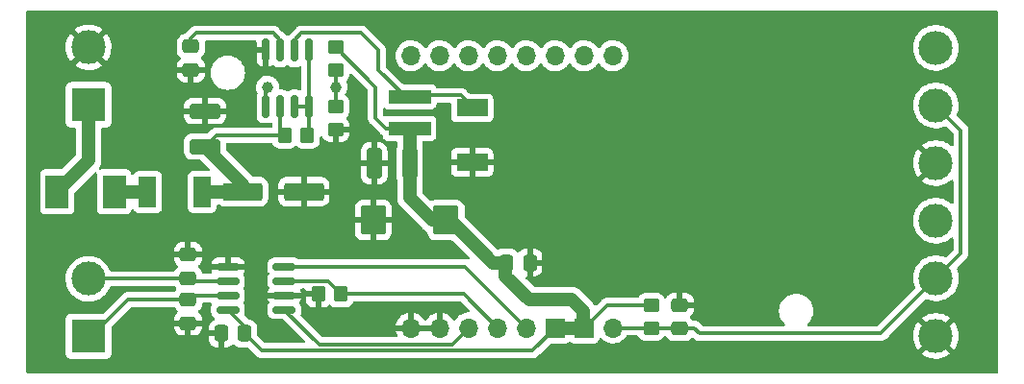
<source format=gbr>
%TF.GenerationSoftware,KiCad,Pcbnew,(6.0.9)*%
%TF.CreationDate,2024-03-01T18:18:27+01:00*%
%TF.ProjectId,HBW-1W-T10-Platine1,4842572d-3157-42d5-9431-302d506c6174,rev?*%
%TF.SameCoordinates,Original*%
%TF.FileFunction,Copper,L1,Top*%
%TF.FilePolarity,Positive*%
%FSLAX46Y46*%
G04 Gerber Fmt 4.6, Leading zero omitted, Abs format (unit mm)*
G04 Created by KiCad (PCBNEW (6.0.9)) date 2024-03-01 18:18:27*
%MOMM*%
%LPD*%
G01*
G04 APERTURE LIST*
G04 Aperture macros list*
%AMRoundRect*
0 Rectangle with rounded corners*
0 $1 Rounding radius*
0 $2 $3 $4 $5 $6 $7 $8 $9 X,Y pos of 4 corners*
0 Add a 4 corners polygon primitive as box body*
4,1,4,$2,$3,$4,$5,$6,$7,$8,$9,$2,$3,0*
0 Add four circle primitives for the rounded corners*
1,1,$1+$1,$2,$3*
1,1,$1+$1,$4,$5*
1,1,$1+$1,$6,$7*
1,1,$1+$1,$8,$9*
0 Add four rect primitives between the rounded corners*
20,1,$1+$1,$2,$3,$4,$5,0*
20,1,$1+$1,$4,$5,$6,$7,0*
20,1,$1+$1,$6,$7,$8,$9,0*
20,1,$1+$1,$8,$9,$2,$3,0*%
G04 Aperture macros list end*
%TA.AperFunction,SMDPad,CuDef*%
%ADD10R,2.700000X1.500000*%
%TD*%
%TA.AperFunction,SMDPad,CuDef*%
%ADD11R,3.700000X1.200000*%
%TD*%
%TA.AperFunction,SMDPad,CuDef*%
%ADD12RoundRect,0.250000X-0.450000X0.350000X-0.450000X-0.350000X0.450000X-0.350000X0.450000X0.350000X0*%
%TD*%
%TA.AperFunction,SMDPad,CuDef*%
%ADD13RoundRect,0.250000X0.337500X0.475000X-0.337500X0.475000X-0.337500X-0.475000X0.337500X-0.475000X0*%
%TD*%
%TA.AperFunction,ComponentPad*%
%ADD14R,3.000000X3.000000*%
%TD*%
%TA.AperFunction,ComponentPad*%
%ADD15C,3.000000*%
%TD*%
%TA.AperFunction,SMDPad,CuDef*%
%ADD16RoundRect,0.250000X0.875000X1.025000X-0.875000X1.025000X-0.875000X-1.025000X0.875000X-1.025000X0*%
%TD*%
%TA.AperFunction,SMDPad,CuDef*%
%ADD17RoundRect,0.150000X-0.150000X0.825000X-0.150000X-0.825000X0.150000X-0.825000X0.150000X0.825000X0*%
%TD*%
%TA.AperFunction,SMDPad,CuDef*%
%ADD18RoundRect,0.250000X0.475000X-0.337500X0.475000X0.337500X-0.475000X0.337500X-0.475000X-0.337500X0*%
%TD*%
%TA.AperFunction,SMDPad,CuDef*%
%ADD19RoundRect,0.250000X-0.350000X-0.450000X0.350000X-0.450000X0.350000X0.450000X-0.350000X0.450000X0*%
%TD*%
%TA.AperFunction,SMDPad,CuDef*%
%ADD20R,1.500000X2.700000*%
%TD*%
%TA.AperFunction,ComponentPad*%
%ADD21O,1.700000X1.700000*%
%TD*%
%TA.AperFunction,SMDPad,CuDef*%
%ADD22RoundRect,0.250000X-0.475000X0.337500X-0.475000X-0.337500X0.475000X-0.337500X0.475000X0.337500X0*%
%TD*%
%TA.AperFunction,SMDPad,CuDef*%
%ADD23RoundRect,0.250000X0.412500X1.100000X-0.412500X1.100000X-0.412500X-1.100000X0.412500X-1.100000X0*%
%TD*%
%TA.AperFunction,ComponentPad*%
%ADD24R,1.700000X1.700000*%
%TD*%
%TA.AperFunction,SMDPad,CuDef*%
%ADD25RoundRect,0.250000X-1.500000X-0.550000X1.500000X-0.550000X1.500000X0.550000X-1.500000X0.550000X0*%
%TD*%
%TA.AperFunction,ComponentPad*%
%ADD26O,3.000000X3.000000*%
%TD*%
%TA.AperFunction,SMDPad,CuDef*%
%ADD27RoundRect,0.250000X-0.337500X-0.475000X0.337500X-0.475000X0.337500X0.475000X-0.337500X0.475000X0*%
%TD*%
%TA.AperFunction,SMDPad,CuDef*%
%ADD28RoundRect,0.150000X0.825000X0.150000X-0.825000X0.150000X-0.825000X-0.150000X0.825000X-0.150000X0*%
%TD*%
%TA.AperFunction,SMDPad,CuDef*%
%ADD29RoundRect,0.250000X1.100000X-0.412500X1.100000X0.412500X-1.100000X0.412500X-1.100000X-0.412500X0*%
%TD*%
%TA.AperFunction,SMDPad,CuDef*%
%ADD30R,2.020000X2.950000*%
%TD*%
%TA.AperFunction,ViaPad*%
%ADD31C,1.000000*%
%TD*%
%TA.AperFunction,Conductor*%
%ADD32C,0.300000*%
%TD*%
%TA.AperFunction,Conductor*%
%ADD33C,1.200000*%
%TD*%
G04 APERTURE END LIST*
D10*
%TO.P,D3,1,K*%
%TO.N,Net-(D3-Pad1)*%
X145000000Y-97600000D03*
%TO.P,D3,2,A*%
%TO.N,/GND*%
X145000000Y-102400000D03*
%TD*%
D11*
%TO.P,L1,1,1*%
%TO.N,/VCC*%
X139500000Y-99400000D03*
%TO.P,L1,2,2*%
%TO.N,Net-(D3-Pad1)*%
X139500000Y-96600000D03*
%TD*%
D12*
%TO.P,R18,1*%
%TO.N,Net-(IC3-Pad5)*%
X133000000Y-97500000D03*
%TO.P,R18,2*%
%TO.N,/GND*%
X133000000Y-99500000D03*
%TD*%
D13*
%TO.P,C21,1*%
%TO.N,/GND*%
X150075000Y-111250000D03*
%TO.P,C21,2*%
%TO.N,/VCC*%
X148000000Y-111250000D03*
%TD*%
D14*
%TO.P,J4,1,Pin_1*%
%TO.N,/+24V*%
X111250000Y-97330000D03*
D15*
%TO.P,J4,2,Pin_2*%
%TO.N,/GND*%
X111250000Y-92250000D03*
%TD*%
D16*
%TO.P,C20,2*%
%TO.N,/GND*%
X136300000Y-107500000D03*
%TO.P,C20,1*%
%TO.N,/VCC*%
X142700000Y-107500000D03*
%TD*%
D17*
%TO.P,IC3,1,SwC*%
%TO.N,Net-(IC3-Pad1)*%
X130655000Y-92525000D03*
%TO.P,IC3,2,SwE*%
%TO.N,Net-(D3-Pad1)*%
X129385000Y-92525000D03*
%TO.P,IC3,3,TC*%
%TO.N,Net-(C19-Pad1)*%
X128115000Y-92525000D03*
%TO.P,IC3,4,GND*%
%TO.N,/GND*%
X126845000Y-92525000D03*
%TO.P,IC3,5,Vfb*%
%TO.N,Net-(IC3-Pad5)*%
X126845000Y-97475000D03*
%TO.P,IC3,6,Vin*%
%TO.N,Net-(C17-Pad1)*%
X128115000Y-97475000D03*
%TO.P,IC3,7,Ipk*%
%TO.N,Net-(IC3-Pad1)*%
X129385000Y-97475000D03*
%TO.P,IC3,8,DC*%
X130655000Y-97475000D03*
%TD*%
D18*
%TO.P,C15,1*%
%TO.N,Net-(C15-Pad1)*%
X120000000Y-112611000D03*
%TO.P,C15,2*%
%TO.N,/GND*%
X120000000Y-110536000D03*
%TD*%
D12*
%TO.P,R6,1*%
%TO.N,/VCC*%
X160756600Y-115017800D03*
%TO.P,R6,2*%
%TO.N,/DATA*%
X160756600Y-117017800D03*
%TD*%
D14*
%TO.P,J5,1,Pin_1*%
%TO.N,Net-(C14-Pad1)*%
X111250000Y-117750000D03*
D15*
%TO.P,J5,2,Pin_2*%
%TO.N,Net-(C15-Pad1)*%
X111250000Y-112670000D03*
%TD*%
D19*
%TO.P,R16,1*%
%TO.N,Net-(C17-Pad1)*%
X128500000Y-100000000D03*
%TO.P,R16,2*%
%TO.N,Net-(IC3-Pad1)*%
X130500000Y-100000000D03*
%TD*%
D20*
%TO.P,D2,1,K*%
%TO.N,Net-(C17-Pad1)*%
X121250000Y-105000000D03*
%TO.P,D2,2,A*%
%TO.N,Net-(D2-Pad2)*%
X116450000Y-105000000D03*
%TD*%
D21*
%TO.P,J1,1,Pin_1*%
%TO.N,/A7*%
X139625000Y-93000000D03*
%TO.P,J1,2,Pin_2*%
%TO.N,/A6*%
X142165000Y-93000000D03*
%TO.P,J1,3,Pin_3*%
%TO.N,/A5*%
X144705000Y-93000000D03*
%TO.P,J1,4,Pin_4*%
%TO.N,/A4*%
X147245000Y-93000000D03*
%TO.P,J1,5,Pin_5*%
%TO.N,/A3*%
X149785000Y-93000000D03*
%TO.P,J1,6,Pin_6*%
%TO.N,/A2*%
X152325000Y-93000000D03*
%TO.P,J1,7,Pin_7*%
%TO.N,/A1*%
X154865000Y-93000000D03*
%TO.P,J1,8,Pin_8*%
%TO.N,/A0*%
X157405000Y-93000000D03*
%TD*%
D22*
%TO.P,C19,1*%
%TO.N,Net-(C19-Pad1)*%
X120250000Y-92175000D03*
%TO.P,C19,2*%
%TO.N,/GND*%
X120250000Y-94250000D03*
%TD*%
D23*
%TO.P,C22,1*%
%TO.N,/VCC*%
X139500000Y-102500000D03*
%TO.P,C22,2*%
%TO.N,/GND*%
X136375000Y-102500000D03*
%TD*%
D21*
%TO.P,J2,1,Pin_1*%
%TO.N,/GND*%
X139625000Y-117000000D03*
%TO.P,J2,2,Pin_2*%
X142165000Y-117000000D03*
%TO.P,J2,3,Pin_3*%
%TO.N,/RXD*%
X144705000Y-117000000D03*
%TO.P,J2,4,Pin_4*%
%TO.N,/TXEN*%
X147245000Y-117000000D03*
%TO.P,J2,5,Pin_5*%
%TO.N,/TXD*%
X149785000Y-117000000D03*
D24*
%TO.P,J2,6,Pin_6*%
%TO.N,/VCC*%
X152325000Y-117000000D03*
%TO.P,J2,7,Pin_7*%
X154865000Y-117000000D03*
D21*
%TO.P,J2,8,Pin_8*%
%TO.N,/DATA*%
X157405000Y-117000000D03*
%TD*%
D25*
%TO.P,C17,2*%
%TO.N,/GND*%
X130200000Y-105000000D03*
%TO.P,C17,1*%
%TO.N,Net-(C17-Pad1)*%
X124800000Y-105000000D03*
%TD*%
D26*
%TO.P,J3,1,Pin_1*%
%TO.N,/VCC*%
X185800000Y-92300000D03*
D15*
%TO.P,J3,2,Pin_2*%
%TO.N,/DATA*%
X185800000Y-97380000D03*
%TO.P,J3,3,Pin_3*%
%TO.N,/GND*%
X185800000Y-102460000D03*
%TO.P,J3,4,Pin_4*%
%TO.N,/VCC*%
X185800000Y-107540000D03*
%TO.P,J3,5,Pin_5*%
%TO.N,/DATA*%
X185800000Y-112620000D03*
%TO.P,J3,6,Pin_6*%
%TO.N,/GND*%
X185800000Y-117700000D03*
%TD*%
D27*
%TO.P,C27,1*%
%TO.N,/GND*%
X122925000Y-117500000D03*
%TO.P,C27,2*%
%TO.N,/VCC*%
X125000000Y-117500000D03*
%TD*%
D28*
%TO.P,IC2,1,RO*%
%TO.N,/RXD*%
X128475000Y-115405000D03*
%TO.P,IC2,2,~{RE}*%
%TO.N,/GND*%
X128475000Y-114135000D03*
%TO.P,IC2,3,DE*%
%TO.N,/TXEN*%
X128475000Y-112865000D03*
%TO.P,IC2,4,DI*%
%TO.N,/TXD*%
X128475000Y-111595000D03*
%TO.P,IC2,5,GND*%
%TO.N,/GND*%
X123525000Y-111595000D03*
%TO.P,IC2,6,A*%
%TO.N,Net-(C15-Pad1)*%
X123525000Y-112865000D03*
%TO.P,IC2,7,B*%
%TO.N,Net-(C14-Pad1)*%
X123525000Y-114135000D03*
%TO.P,IC2,8,VCC*%
%TO.N,/VCC*%
X123525000Y-115405000D03*
%TD*%
D22*
%TO.P,C14,1*%
%TO.N,Net-(C14-Pad1)*%
X120000000Y-114500000D03*
%TO.P,C14,2*%
%TO.N,/GND*%
X120000000Y-116575000D03*
%TD*%
D12*
%TO.P,R17,1*%
%TO.N,/VCC*%
X133000000Y-92250000D03*
%TO.P,R17,2*%
%TO.N,Net-(IC3-Pad5)*%
X133000000Y-94250000D03*
%TD*%
D18*
%TO.P,C9,1*%
%TO.N,/DATA*%
X163250000Y-117075000D03*
%TO.P,C9,2*%
%TO.N,/GND*%
X163250000Y-115000000D03*
%TD*%
D19*
%TO.P,R15,1*%
%TO.N,/GND*%
X131459600Y-114008000D03*
%TO.P,R15,2*%
%TO.N,/TXEN*%
X133459600Y-114008000D03*
%TD*%
D29*
%TO.P,C18,1*%
%TO.N,Net-(C17-Pad1)*%
X121500000Y-101000000D03*
%TO.P,C18,2*%
%TO.N,/GND*%
X121500000Y-97875000D03*
%TD*%
D30*
%TO.P,SI2,1*%
%TO.N,/+24V*%
X108500000Y-105000000D03*
%TO.P,SI2,2*%
%TO.N,Net-(D2-Pad2)*%
X113500000Y-105000000D03*
%TD*%
D31*
%TO.N,Net-(IC3-Pad5)*%
X127000000Y-95750000D03*
X133000000Y-95750000D03*
%TD*%
D32*
%TO.N,/VCC*%
X137400000Y-99400000D02*
X139500000Y-99400000D01*
X136500000Y-98500000D02*
X137400000Y-99400000D01*
X136500000Y-95750000D02*
X136500000Y-98500000D01*
%TO.N,Net-(D3-Pad1)*%
X139000000Y-96500000D02*
X144000000Y-96500000D01*
X144000000Y-96500000D02*
X145000000Y-97500000D01*
%TO.N,/VCC*%
X133000000Y-92250000D02*
X136500000Y-95750000D01*
D33*
X139500000Y-102500000D02*
X139500000Y-99400000D01*
X139500000Y-105500000D02*
X139500000Y-102500000D01*
X141500000Y-107500000D02*
X139500000Y-105500000D01*
X143050000Y-107500000D02*
X141500000Y-107500000D01*
%TO.N,/+24V*%
X111250000Y-97330000D02*
X111250000Y-102250000D01*
X111250000Y-102250000D02*
X108500000Y-105000000D01*
%TO.N,/VCC*%
X154865000Y-117000000D02*
X154750000Y-116885000D01*
D32*
X160756600Y-115017800D02*
X156847200Y-115017800D01*
D33*
X154865000Y-117000000D02*
X152325000Y-117000000D01*
D32*
X125000000Y-117500000D02*
X126500000Y-119000000D01*
D33*
X143050000Y-107500000D02*
X146800000Y-111250000D01*
D32*
X126500000Y-119000000D02*
X150325000Y-119000000D01*
D33*
X146800000Y-111250000D02*
X147925000Y-111250000D01*
D32*
X125000000Y-117500000D02*
X125000000Y-116880000D01*
X150325000Y-119000000D02*
X152325000Y-117000000D01*
D33*
X153750000Y-114500000D02*
X150000000Y-114500000D01*
X147925000Y-112425000D02*
X147925000Y-111250000D01*
X154750000Y-115500000D02*
X153750000Y-114500000D01*
X150000000Y-114500000D02*
X147925000Y-112425000D01*
D32*
X156847200Y-115017800D02*
X154865000Y-117000000D01*
D33*
X154750000Y-116885000D02*
X154750000Y-115500000D01*
D32*
X125000000Y-116880000D02*
X123525000Y-115405000D01*
%TO.N,/RXD*%
X143250000Y-118455000D02*
X144705000Y-117000000D01*
X143250000Y-118500000D02*
X143250000Y-118455000D01*
X131570000Y-118500000D02*
X143250000Y-118500000D01*
X128475000Y-115405000D02*
X131570000Y-118500000D01*
%TO.N,/TXEN*%
X132316600Y-112865000D02*
X133459600Y-114008000D01*
X144253000Y-114008000D02*
X147245000Y-117000000D01*
X133459600Y-114008000D02*
X144253000Y-114008000D01*
X128475000Y-112865000D02*
X132316600Y-112865000D01*
%TO.N,/TXD*%
X128475000Y-111595000D02*
X144380000Y-111595000D01*
X144380000Y-111595000D02*
X149785000Y-117000000D01*
%TO.N,Net-(C17-Pad1)*%
X122500000Y-100000000D02*
X121500000Y-101000000D01*
X128500000Y-100000000D02*
X122500000Y-100000000D01*
D33*
X121500000Y-101000000D02*
X124800000Y-104300000D01*
D32*
X128115000Y-97475000D02*
X128115000Y-99615000D01*
D33*
X121250000Y-105000000D02*
X124800000Y-105000000D01*
D32*
X128115000Y-99615000D02*
X128500000Y-100000000D01*
D33*
%TO.N,Net-(D2-Pad2)*%
X113500000Y-105000000D02*
X116450000Y-105000000D01*
D32*
%TO.N,Net-(IC3-Pad1)*%
X130655000Y-92525000D02*
X130655000Y-97475000D01*
X130655000Y-99845000D02*
X130500000Y-100000000D01*
X130655000Y-97475000D02*
X130655000Y-99845000D01*
X129385000Y-97475000D02*
X130655000Y-97475000D01*
%TO.N,Net-(C14-Pad1)*%
X120365000Y-114135000D02*
X120000000Y-114500000D01*
X120000000Y-114500000D02*
X114750000Y-114500000D01*
X111500000Y-117750000D02*
X111250000Y-117750000D01*
X123525000Y-114135000D02*
X120365000Y-114135000D01*
X114750000Y-114500000D02*
X111500000Y-117750000D01*
%TO.N,Net-(C15-Pad1)*%
X120254000Y-112865000D02*
X120000000Y-112611000D01*
X120000000Y-112611000D02*
X119941000Y-112670000D01*
X123525000Y-112865000D02*
X120254000Y-112865000D01*
X119941000Y-112670000D02*
X111250000Y-112670000D01*
%TO.N,Net-(C19-Pad1)*%
X128115000Y-91615000D02*
X127500000Y-91000000D01*
X128115000Y-92525000D02*
X128115000Y-91615000D01*
X120750000Y-91000000D02*
X127500000Y-91000000D01*
X120250000Y-92175000D02*
X120250000Y-91500000D01*
X120250000Y-91500000D02*
X120750000Y-91000000D01*
%TO.N,Net-(D3-Pad1)*%
X135250000Y-91000000D02*
X136750000Y-92500000D01*
X136750000Y-92500000D02*
X136750000Y-94250000D01*
X129385000Y-91615000D02*
X130000000Y-91000000D01*
X130000000Y-91000000D02*
X135250000Y-91000000D01*
X129385000Y-92525000D02*
X129385000Y-91615000D01*
X136750000Y-94250000D02*
X139000000Y-96500000D01*
%TO.N,Net-(IC3-Pad5)*%
X126845000Y-97475000D02*
X126845000Y-95905000D01*
X133000000Y-97500000D02*
X133000000Y-94250000D01*
X126845000Y-95905000D02*
X127000000Y-95750000D01*
X133000000Y-95750000D02*
X133000000Y-97500000D01*
%TO.N,/DATA*%
X188000000Y-110420000D02*
X185800000Y-112620000D01*
X165000000Y-117500000D02*
X180920000Y-117500000D01*
X185800000Y-97380000D02*
X188000000Y-99580000D01*
X164500000Y-117000000D02*
X165000000Y-117500000D01*
X157405000Y-117000000D02*
X164500000Y-117000000D01*
X188000000Y-99580000D02*
X188000000Y-110420000D01*
X180920000Y-117500000D02*
X185800000Y-112620000D01*
%TD*%
%TA.AperFunction,Conductor*%
%TO.N,/GND*%
G36*
X191183621Y-89028502D02*
G01*
X191230114Y-89082158D01*
X191241500Y-89134500D01*
X191241500Y-120865500D01*
X191221498Y-120933621D01*
X191167842Y-120980114D01*
X191115500Y-120991500D01*
X105884500Y-120991500D01*
X105816379Y-120971498D01*
X105769886Y-120917842D01*
X105758500Y-120865500D01*
X105758500Y-112648918D01*
X109236917Y-112648918D01*
X109252682Y-112922320D01*
X109253507Y-112926525D01*
X109253508Y-112926533D01*
X109273137Y-113026580D01*
X109305405Y-113191053D01*
X109306792Y-113195103D01*
X109306793Y-113195108D01*
X109391158Y-113441516D01*
X109394112Y-113450144D01*
X109427174Y-113515881D01*
X109514343Y-113689197D01*
X109517160Y-113694799D01*
X109519586Y-113698328D01*
X109519589Y-113698334D01*
X109642869Y-113877706D01*
X109672274Y-113920490D01*
X109675161Y-113923663D01*
X109675162Y-113923664D01*
X109798981Y-114059740D01*
X109856582Y-114123043D01*
X109859877Y-114125798D01*
X109859878Y-114125799D01*
X109942275Y-114194693D01*
X110066675Y-114298707D01*
X110070316Y-114300991D01*
X110295024Y-114441951D01*
X110295028Y-114441953D01*
X110298664Y-114444234D01*
X110366544Y-114474883D01*
X110544345Y-114555164D01*
X110544349Y-114555166D01*
X110548257Y-114556930D01*
X110606310Y-114574126D01*
X110806723Y-114633491D01*
X110806727Y-114633492D01*
X110810836Y-114634709D01*
X110815070Y-114635357D01*
X110815075Y-114635358D01*
X111077298Y-114675483D01*
X111077300Y-114675483D01*
X111081540Y-114676132D01*
X111220912Y-114678322D01*
X111351071Y-114680367D01*
X111351077Y-114680367D01*
X111355362Y-114680434D01*
X111627235Y-114647534D01*
X111892127Y-114578041D01*
X111896087Y-114576401D01*
X111896092Y-114576399D01*
X112028986Y-114521352D01*
X112145136Y-114473241D01*
X112268982Y-114400871D01*
X112377879Y-114337237D01*
X112377880Y-114337236D01*
X112381582Y-114335073D01*
X112597089Y-114166094D01*
X112638809Y-114123043D01*
X112751630Y-114006620D01*
X112787669Y-113969431D01*
X112790202Y-113965983D01*
X112790206Y-113965978D01*
X112947257Y-113752178D01*
X112949795Y-113748723D01*
X112951841Y-113744955D01*
X113078418Y-113511830D01*
X113078419Y-113511828D01*
X113080468Y-113508054D01*
X113117534Y-113409962D01*
X113160324Y-113353309D01*
X113226950Y-113328784D01*
X113235400Y-113328500D01*
X118797934Y-113328500D01*
X118866055Y-113348502D01*
X118905077Y-113388195D01*
X118922669Y-113416623D01*
X118922673Y-113416628D01*
X118926522Y-113422848D01*
X118931701Y-113428018D01*
X118970109Y-113466359D01*
X119004188Y-113528641D01*
X118999185Y-113599461D01*
X118970264Y-113644550D01*
X118930866Y-113684016D01*
X118930862Y-113684021D01*
X118925695Y-113689197D01*
X118921855Y-113695427D01*
X118921854Y-113695428D01*
X118896916Y-113735885D01*
X118874415Y-113772389D01*
X118868727Y-113781616D01*
X118815955Y-113829109D01*
X118761467Y-113841500D01*
X114832056Y-113841500D01*
X114820200Y-113840941D01*
X114820197Y-113840941D01*
X114812463Y-113839212D01*
X114757446Y-113840941D01*
X114741631Y-113841438D01*
X114737673Y-113841500D01*
X114708568Y-113841500D01*
X114704168Y-113842056D01*
X114692336Y-113842988D01*
X114646169Y-113844438D01*
X114625579Y-113850420D01*
X114606218Y-113854430D01*
X114599230Y-113855312D01*
X114592796Y-113856125D01*
X114592795Y-113856125D01*
X114584936Y-113857118D01*
X114577571Y-113860034D01*
X114577567Y-113860035D01*
X114541979Y-113874126D01*
X114530769Y-113877965D01*
X114486400Y-113890855D01*
X114467935Y-113901775D01*
X114450195Y-113910466D01*
X114430244Y-113918365D01*
X114422951Y-113923664D01*
X114392874Y-113945516D01*
X114382952Y-113952033D01*
X114350023Y-113971507D01*
X114350019Y-113971510D01*
X114343193Y-113975547D01*
X114328029Y-113990711D01*
X114312996Y-114003551D01*
X114295643Y-114016159D01*
X114266198Y-114051752D01*
X114258208Y-114060532D01*
X112614145Y-115704595D01*
X112551833Y-115738621D01*
X112525050Y-115741500D01*
X109701866Y-115741500D01*
X109639684Y-115748255D01*
X109503295Y-115799385D01*
X109386739Y-115886739D01*
X109299385Y-116003295D01*
X109248255Y-116139684D01*
X109241500Y-116201866D01*
X109241500Y-119298134D01*
X109248255Y-119360316D01*
X109299385Y-119496705D01*
X109386739Y-119613261D01*
X109503295Y-119700615D01*
X109639684Y-119751745D01*
X109701866Y-119758500D01*
X112798134Y-119758500D01*
X112860316Y-119751745D01*
X112996705Y-119700615D01*
X113113261Y-119613261D01*
X113200615Y-119496705D01*
X113251745Y-119360316D01*
X113258500Y-119298134D01*
X113258500Y-118022095D01*
X121829501Y-118022095D01*
X121829838Y-118028614D01*
X121839757Y-118124206D01*
X121842649Y-118137600D01*
X121894088Y-118291784D01*
X121900261Y-118304962D01*
X121985563Y-118442807D01*
X121994599Y-118454208D01*
X122109329Y-118568739D01*
X122120740Y-118577751D01*
X122258743Y-118662816D01*
X122271924Y-118668963D01*
X122426210Y-118720138D01*
X122439586Y-118723005D01*
X122533938Y-118732672D01*
X122540354Y-118733000D01*
X122652885Y-118733000D01*
X122668124Y-118728525D01*
X122669329Y-118727135D01*
X122671000Y-118719452D01*
X122671000Y-117772115D01*
X122666525Y-117756876D01*
X122665135Y-117755671D01*
X122657452Y-117754000D01*
X121847616Y-117754000D01*
X121832377Y-117758475D01*
X121831172Y-117759865D01*
X121829501Y-117767548D01*
X121829501Y-118022095D01*
X113258500Y-118022095D01*
X113258500Y-116974950D01*
X113263009Y-116959595D01*
X118767001Y-116959595D01*
X118767338Y-116966114D01*
X118777257Y-117061706D01*
X118780149Y-117075100D01*
X118831588Y-117229284D01*
X118837761Y-117242462D01*
X118923063Y-117380307D01*
X118932099Y-117391708D01*
X119046829Y-117506239D01*
X119058240Y-117515251D01*
X119196243Y-117600316D01*
X119209424Y-117606463D01*
X119363710Y-117657638D01*
X119377086Y-117660505D01*
X119471438Y-117670172D01*
X119477854Y-117670500D01*
X119727885Y-117670500D01*
X119743124Y-117666025D01*
X119744329Y-117664635D01*
X119746000Y-117656952D01*
X119746000Y-117652384D01*
X120254000Y-117652384D01*
X120258475Y-117667623D01*
X120259865Y-117668828D01*
X120267548Y-117670499D01*
X120522095Y-117670499D01*
X120528614Y-117670162D01*
X120624206Y-117660243D01*
X120637600Y-117657351D01*
X120791784Y-117605912D01*
X120804962Y-117599739D01*
X120942807Y-117514437D01*
X120954208Y-117505401D01*
X121068739Y-117390671D01*
X121077751Y-117379260D01*
X121162816Y-117241257D01*
X121168963Y-117228076D01*
X121220138Y-117073790D01*
X121223005Y-117060414D01*
X121232672Y-116966062D01*
X121233000Y-116959646D01*
X121233000Y-116847115D01*
X121228525Y-116831876D01*
X121227135Y-116830671D01*
X121219452Y-116829000D01*
X120272115Y-116829000D01*
X120256876Y-116833475D01*
X120255671Y-116834865D01*
X120254000Y-116842548D01*
X120254000Y-117652384D01*
X119746000Y-117652384D01*
X119746000Y-116847115D01*
X119741525Y-116831876D01*
X119740135Y-116830671D01*
X119732452Y-116829000D01*
X118785116Y-116829000D01*
X118769877Y-116833475D01*
X118768672Y-116834865D01*
X118767001Y-116842548D01*
X118767001Y-116959595D01*
X113263009Y-116959595D01*
X113278502Y-116906829D01*
X113295405Y-116885855D01*
X114985855Y-115195405D01*
X115048167Y-115161379D01*
X115074950Y-115158500D01*
X118761425Y-115158500D01*
X118829546Y-115178502D01*
X118868568Y-115218196D01*
X118926522Y-115311848D01*
X119051697Y-115436805D01*
X119056235Y-115439602D01*
X119096824Y-115496853D01*
X119100054Y-115567776D01*
X119064428Y-115629187D01*
X119055932Y-115636562D01*
X119045793Y-115644598D01*
X118931261Y-115759329D01*
X118922249Y-115770740D01*
X118837184Y-115908743D01*
X118831037Y-115921924D01*
X118779862Y-116076210D01*
X118776995Y-116089586D01*
X118767328Y-116183938D01*
X118767000Y-116190355D01*
X118767000Y-116302885D01*
X118771475Y-116318124D01*
X118772865Y-116319329D01*
X118780548Y-116321000D01*
X121214884Y-116321000D01*
X121230123Y-116316525D01*
X121231328Y-116315135D01*
X121232999Y-116307452D01*
X121232999Y-116190405D01*
X121232662Y-116183886D01*
X121222743Y-116088294D01*
X121219851Y-116074900D01*
X121168412Y-115920716D01*
X121162239Y-115907538D01*
X121076937Y-115769693D01*
X121067901Y-115758292D01*
X120953172Y-115643762D01*
X120944238Y-115636706D01*
X120903177Y-115578788D01*
X120899947Y-115507865D01*
X120935574Y-115446454D01*
X120943407Y-115439654D01*
X120949348Y-115435978D01*
X121074305Y-115310803D01*
X121120911Y-115235194D01*
X121163275Y-115166468D01*
X121163276Y-115166466D01*
X121167115Y-115160238D01*
X121201256Y-115057305D01*
X121220632Y-114998889D01*
X121220632Y-114998887D01*
X121222797Y-114992361D01*
X121225136Y-114969538D01*
X121231578Y-114906658D01*
X121258419Y-114840930D01*
X121316534Y-114800148D01*
X121356922Y-114793500D01*
X121986991Y-114793500D01*
X122055112Y-114813502D01*
X122101605Y-114867158D01*
X122111709Y-114937432D01*
X122097723Y-114977167D01*
X122098038Y-114977303D01*
X122096096Y-114981791D01*
X122095447Y-114983635D01*
X122090855Y-114991399D01*
X122044438Y-115151169D01*
X122043934Y-115157574D01*
X122043933Y-115157579D01*
X122042142Y-115180342D01*
X122041500Y-115188498D01*
X122041500Y-115621502D01*
X122041693Y-115623950D01*
X122041693Y-115623958D01*
X122043909Y-115652107D01*
X122044438Y-115658831D01*
X122057734Y-115704595D01*
X122087782Y-115808022D01*
X122090855Y-115818601D01*
X122094892Y-115825427D01*
X122171509Y-115954980D01*
X122171511Y-115954983D01*
X122175547Y-115961807D01*
X122293193Y-116079453D01*
X122319955Y-116095280D01*
X122368406Y-116147172D01*
X122381111Y-116217022D01*
X122354035Y-116282653D01*
X122295690Y-116323256D01*
X122270716Y-116331588D01*
X122257538Y-116337761D01*
X122119693Y-116423063D01*
X122108292Y-116432099D01*
X121993761Y-116546829D01*
X121984749Y-116558240D01*
X121899684Y-116696243D01*
X121893537Y-116709424D01*
X121842362Y-116863710D01*
X121839495Y-116877086D01*
X121829828Y-116971438D01*
X121829500Y-116977855D01*
X121829500Y-117227885D01*
X121833975Y-117243124D01*
X121835365Y-117244329D01*
X121843048Y-117246000D01*
X123053000Y-117246000D01*
X123121121Y-117266002D01*
X123167614Y-117319658D01*
X123179000Y-117372000D01*
X123179000Y-118714884D01*
X123183475Y-118730123D01*
X123184865Y-118731328D01*
X123192548Y-118732999D01*
X123309595Y-118732999D01*
X123316114Y-118732662D01*
X123411706Y-118722743D01*
X123425100Y-118719851D01*
X123579284Y-118668412D01*
X123592462Y-118662239D01*
X123730307Y-118576937D01*
X123741708Y-118567901D01*
X123856238Y-118453172D01*
X123863294Y-118444238D01*
X123921212Y-118403177D01*
X123992135Y-118399947D01*
X124053546Y-118435574D01*
X124060346Y-118443407D01*
X124064022Y-118449348D01*
X124189197Y-118574305D01*
X124195427Y-118578145D01*
X124195428Y-118578146D01*
X124332788Y-118662816D01*
X124339762Y-118667115D01*
X124419505Y-118693564D01*
X124501111Y-118720632D01*
X124501113Y-118720632D01*
X124507639Y-118722797D01*
X124514475Y-118723497D01*
X124514478Y-118723498D01*
X124557531Y-118727909D01*
X124612100Y-118733500D01*
X125250051Y-118733500D01*
X125318172Y-118753502D01*
X125339146Y-118770405D01*
X125976340Y-119407599D01*
X125984330Y-119416380D01*
X125984339Y-119416391D01*
X125988584Y-119423080D01*
X125994359Y-119428503D01*
X126040274Y-119471621D01*
X126043083Y-119474343D01*
X126063667Y-119494926D01*
X126066791Y-119497349D01*
X126066793Y-119497351D01*
X126067163Y-119497638D01*
X126076191Y-119505348D01*
X126109867Y-119536972D01*
X126116818Y-119540793D01*
X126116819Y-119540794D01*
X126128655Y-119547301D01*
X126145184Y-119558158D01*
X126155869Y-119566447D01*
X126155871Y-119566448D01*
X126162131Y-119571304D01*
X126204544Y-119589657D01*
X126215181Y-119594868D01*
X126255663Y-119617124D01*
X126263342Y-119619096D01*
X126263343Y-119619096D01*
X126276434Y-119622457D01*
X126295136Y-119628859D01*
X126314823Y-119637379D01*
X126322652Y-119638619D01*
X126360448Y-119644605D01*
X126372074Y-119647013D01*
X126409135Y-119656529D01*
X126409136Y-119656529D01*
X126416812Y-119658500D01*
X126438258Y-119658500D01*
X126457968Y-119660051D01*
X126479151Y-119663406D01*
X126525135Y-119659059D01*
X126536994Y-119658500D01*
X150242944Y-119658500D01*
X150254800Y-119659059D01*
X150254803Y-119659059D01*
X150262537Y-119660788D01*
X150333369Y-119658562D01*
X150337327Y-119658500D01*
X150366432Y-119658500D01*
X150370832Y-119657944D01*
X150382664Y-119657012D01*
X150428831Y-119655562D01*
X150449421Y-119649580D01*
X150468782Y-119645570D01*
X150476424Y-119644605D01*
X150482204Y-119643875D01*
X150482205Y-119643875D01*
X150490064Y-119642882D01*
X150497429Y-119639966D01*
X150497433Y-119639965D01*
X150533021Y-119625874D01*
X150544231Y-119622035D01*
X150588600Y-119609145D01*
X150607065Y-119598225D01*
X150624805Y-119589534D01*
X150644756Y-119581635D01*
X150682129Y-119554482D01*
X150692048Y-119547967D01*
X150724977Y-119528493D01*
X150724981Y-119528490D01*
X150731807Y-119524453D01*
X150746971Y-119509289D01*
X150762005Y-119496448D01*
X150772943Y-119488501D01*
X150779357Y-119483841D01*
X150808803Y-119448247D01*
X150816792Y-119439468D01*
X150966606Y-119289654D01*
X184575618Y-119289654D01*
X184582673Y-119299627D01*
X184613679Y-119325551D01*
X184620598Y-119330579D01*
X184845272Y-119471515D01*
X184852807Y-119475556D01*
X185094520Y-119584694D01*
X185102551Y-119587680D01*
X185356832Y-119663002D01*
X185365184Y-119664869D01*
X185627340Y-119704984D01*
X185635874Y-119705700D01*
X185901045Y-119709867D01*
X185909596Y-119709418D01*
X186172883Y-119677557D01*
X186181284Y-119675955D01*
X186437824Y-119608653D01*
X186445926Y-119605926D01*
X186690949Y-119504434D01*
X186698617Y-119500628D01*
X186927598Y-119366822D01*
X186934679Y-119362009D01*
X187014655Y-119299301D01*
X187023125Y-119287442D01*
X187016608Y-119275818D01*
X185812812Y-118072022D01*
X185798868Y-118064408D01*
X185797035Y-118064539D01*
X185790420Y-118068790D01*
X184582910Y-119276300D01*
X184575618Y-119289654D01*
X150966606Y-119289654D01*
X151860855Y-118395405D01*
X151923167Y-118361379D01*
X151949950Y-118358500D01*
X153223134Y-118358500D01*
X153285316Y-118351745D01*
X153421705Y-118300615D01*
X153519436Y-118227370D01*
X153585941Y-118202522D01*
X153655324Y-118217575D01*
X153670562Y-118227368D01*
X153768295Y-118300615D01*
X153904684Y-118351745D01*
X153966866Y-118358500D01*
X155763134Y-118358500D01*
X155825316Y-118351745D01*
X155961705Y-118300615D01*
X156078261Y-118213261D01*
X156165615Y-118096705D01*
X156170346Y-118084086D01*
X156209598Y-117979382D01*
X156252240Y-117922618D01*
X156318802Y-117897918D01*
X156388150Y-117913126D01*
X156422817Y-117941114D01*
X156451250Y-117973938D01*
X156623126Y-118116632D01*
X156816000Y-118229338D01*
X157024692Y-118309030D01*
X157029760Y-118310061D01*
X157029763Y-118310062D01*
X157137017Y-118331883D01*
X157243597Y-118353567D01*
X157248772Y-118353757D01*
X157248774Y-118353757D01*
X157461673Y-118361564D01*
X157461677Y-118361564D01*
X157466837Y-118361753D01*
X157471957Y-118361097D01*
X157471959Y-118361097D01*
X157683288Y-118334025D01*
X157683289Y-118334025D01*
X157688416Y-118333368D01*
X157693366Y-118331883D01*
X157897429Y-118270661D01*
X157897434Y-118270659D01*
X157902384Y-118269174D01*
X158102994Y-118170896D01*
X158284860Y-118041173D01*
X158297585Y-118028493D01*
X158439435Y-117887137D01*
X158443096Y-117883489D01*
X158472803Y-117842148D01*
X158567060Y-117710974D01*
X158623055Y-117667326D01*
X158669383Y-117658500D01*
X159524274Y-117658500D01*
X159592395Y-117678502D01*
X159631418Y-117718197D01*
X159661958Y-117767548D01*
X159708122Y-117842148D01*
X159833297Y-117967105D01*
X159839527Y-117970945D01*
X159839528Y-117970946D01*
X159976690Y-118055494D01*
X159983862Y-118059915D01*
X160018199Y-118071304D01*
X160145211Y-118113432D01*
X160145213Y-118113432D01*
X160151739Y-118115597D01*
X160158575Y-118116297D01*
X160158578Y-118116298D01*
X160201631Y-118120709D01*
X160256200Y-118126300D01*
X161257000Y-118126300D01*
X161260246Y-118125963D01*
X161260250Y-118125963D01*
X161355908Y-118116038D01*
X161355912Y-118116037D01*
X161362766Y-118115326D01*
X161369302Y-118113145D01*
X161369304Y-118113145D01*
X161515385Y-118064408D01*
X161530546Y-118059350D01*
X161680948Y-117966278D01*
X161805905Y-117841103D01*
X161812005Y-117831208D01*
X161859596Y-117754000D01*
X161869676Y-117737649D01*
X161922447Y-117690156D01*
X161992519Y-117678732D01*
X162057643Y-117707006D01*
X162084078Y-117737461D01*
X162176522Y-117886848D01*
X162301697Y-118011805D01*
X162307927Y-118015645D01*
X162307928Y-118015646D01*
X162445090Y-118100194D01*
X162452262Y-118104615D01*
X162513489Y-118124923D01*
X162613611Y-118158132D01*
X162613613Y-118158132D01*
X162620139Y-118160297D01*
X162626975Y-118160997D01*
X162626978Y-118160998D01*
X162670031Y-118165409D01*
X162724600Y-118171000D01*
X163775400Y-118171000D01*
X163778646Y-118170663D01*
X163778650Y-118170663D01*
X163874308Y-118160738D01*
X163874312Y-118160737D01*
X163881166Y-118160026D01*
X163887702Y-118157845D01*
X163887704Y-118157845D01*
X164033674Y-118109145D01*
X164048946Y-118104050D01*
X164199348Y-118010978D01*
X164300066Y-117910085D01*
X164362347Y-117876006D01*
X164433167Y-117881009D01*
X164485480Y-117918189D01*
X164488584Y-117923080D01*
X164494362Y-117928506D01*
X164494363Y-117928507D01*
X164540257Y-117971604D01*
X164543099Y-117974359D01*
X164563667Y-117994927D01*
X164567170Y-117997644D01*
X164576195Y-118005352D01*
X164609867Y-118036972D01*
X164616818Y-118040793D01*
X164616819Y-118040794D01*
X164628658Y-118047303D01*
X164645182Y-118058157D01*
X164653242Y-118064408D01*
X164662132Y-118071304D01*
X164669404Y-118074451D01*
X164669406Y-118074452D01*
X164704535Y-118089654D01*
X164715195Y-118094876D01*
X164745168Y-118111354D01*
X164755663Y-118117124D01*
X164776441Y-118122459D01*
X164795131Y-118128858D01*
X164814824Y-118137380D01*
X164849563Y-118142882D01*
X164860448Y-118144606D01*
X164872071Y-118147013D01*
X164896754Y-118153350D01*
X164916812Y-118158500D01*
X164938259Y-118158500D01*
X164957969Y-118160051D01*
X164979152Y-118163406D01*
X165025141Y-118159059D01*
X165036996Y-118158500D01*
X180837944Y-118158500D01*
X180849800Y-118159059D01*
X180849803Y-118159059D01*
X180857537Y-118160788D01*
X180928369Y-118158562D01*
X180932327Y-118158500D01*
X180961432Y-118158500D01*
X180965832Y-118157944D01*
X180977664Y-118157012D01*
X181023831Y-118155562D01*
X181044421Y-118149580D01*
X181063782Y-118145570D01*
X181071416Y-118144606D01*
X181077204Y-118143875D01*
X181077205Y-118143875D01*
X181085064Y-118142882D01*
X181092429Y-118139966D01*
X181092433Y-118139965D01*
X181128021Y-118125874D01*
X181139231Y-118122035D01*
X181183600Y-118109145D01*
X181202065Y-118098225D01*
X181219805Y-118089534D01*
X181239756Y-118081635D01*
X181277129Y-118054482D01*
X181287048Y-118047967D01*
X181319977Y-118028493D01*
X181319981Y-118028490D01*
X181326807Y-118024453D01*
X181341971Y-118009289D01*
X181357005Y-117996448D01*
X181374357Y-117983841D01*
X181403803Y-117948247D01*
X181411792Y-117939468D01*
X181668056Y-117683204D01*
X183787665Y-117683204D01*
X183802932Y-117947969D01*
X183804005Y-117956470D01*
X183855065Y-118216722D01*
X183857276Y-118224974D01*
X183943184Y-118475894D01*
X183946499Y-118483779D01*
X184065664Y-118720713D01*
X184070020Y-118728079D01*
X184199347Y-118916250D01*
X184209601Y-118924594D01*
X184223342Y-118917448D01*
X185427978Y-117712812D01*
X185434356Y-117701132D01*
X186164408Y-117701132D01*
X186164539Y-117702965D01*
X186168790Y-117709580D01*
X187375730Y-118916520D01*
X187387939Y-118923187D01*
X187399439Y-118914497D01*
X187496831Y-118781913D01*
X187501418Y-118774685D01*
X187627962Y-118541621D01*
X187631530Y-118533827D01*
X187725271Y-118285750D01*
X187727748Y-118277544D01*
X187786954Y-118019038D01*
X187788294Y-118010577D01*
X187812031Y-117744616D01*
X187812277Y-117739677D01*
X187812666Y-117702485D01*
X187812523Y-117697519D01*
X187794362Y-117431123D01*
X187793201Y-117422649D01*
X187739419Y-117162944D01*
X187737120Y-117154709D01*
X187648588Y-116904705D01*
X187645191Y-116896854D01*
X187523550Y-116661178D01*
X187519122Y-116653866D01*
X187400031Y-116484417D01*
X187389509Y-116476037D01*
X187376121Y-116483089D01*
X186172022Y-117687188D01*
X186164408Y-117701132D01*
X185434356Y-117701132D01*
X185435592Y-117698868D01*
X185435461Y-117697035D01*
X185431210Y-117690420D01*
X184223814Y-116483024D01*
X184211804Y-116476466D01*
X184200064Y-116485434D01*
X184091935Y-116635911D01*
X184087418Y-116643196D01*
X183963325Y-116877567D01*
X183959839Y-116885395D01*
X183868700Y-117134446D01*
X183866311Y-117142670D01*
X183809812Y-117401795D01*
X183808563Y-117410250D01*
X183787754Y-117674653D01*
X183787665Y-117683204D01*
X181668056Y-117683204D01*
X183238760Y-116112500D01*
X184576584Y-116112500D01*
X184582980Y-116123770D01*
X185787188Y-117327978D01*
X185801132Y-117335592D01*
X185802965Y-117335461D01*
X185809580Y-117331210D01*
X187016604Y-116124186D01*
X187023795Y-116111017D01*
X187016473Y-116100780D01*
X186969233Y-116062115D01*
X186962261Y-116057160D01*
X186736122Y-115918582D01*
X186728552Y-115914624D01*
X186485704Y-115808022D01*
X186477644Y-115805120D01*
X186222592Y-115732467D01*
X186214214Y-115730685D01*
X185951656Y-115693318D01*
X185943111Y-115692691D01*
X185677908Y-115691302D01*
X185669374Y-115691839D01*
X185406433Y-115726456D01*
X185398035Y-115728149D01*
X185142238Y-115798127D01*
X185134143Y-115800946D01*
X184890199Y-115904997D01*
X184882577Y-115908881D01*
X184655013Y-116045075D01*
X184647981Y-116049962D01*
X184585053Y-116100377D01*
X184576584Y-116112500D01*
X183238760Y-116112500D01*
X184861740Y-114489520D01*
X184924052Y-114455494D01*
X184994867Y-114460559D01*
X185002686Y-114463778D01*
X185094345Y-114505164D01*
X185094349Y-114505166D01*
X185098257Y-114506930D01*
X185146945Y-114521352D01*
X185356723Y-114583491D01*
X185356727Y-114583492D01*
X185360836Y-114584709D01*
X185365070Y-114585357D01*
X185365075Y-114585358D01*
X185627298Y-114625483D01*
X185627300Y-114625483D01*
X185631540Y-114626132D01*
X185770912Y-114628322D01*
X185901071Y-114630367D01*
X185901077Y-114630367D01*
X185905362Y-114630434D01*
X186177235Y-114597534D01*
X186442127Y-114528041D01*
X186446087Y-114526401D01*
X186446092Y-114526399D01*
X186597271Y-114463778D01*
X186695136Y-114423241D01*
X186846017Y-114335073D01*
X186927879Y-114287237D01*
X186927880Y-114287236D01*
X186931582Y-114285073D01*
X187147089Y-114116094D01*
X187192415Y-114069322D01*
X187287204Y-113971507D01*
X187337669Y-113919431D01*
X187340202Y-113915983D01*
X187340206Y-113915978D01*
X187497257Y-113702178D01*
X187499795Y-113698723D01*
X187507780Y-113684016D01*
X187628418Y-113461830D01*
X187628419Y-113461828D01*
X187630468Y-113458054D01*
X187695698Y-113285427D01*
X187725751Y-113205895D01*
X187725752Y-113205891D01*
X187727269Y-113201877D01*
X187767417Y-113026580D01*
X187787449Y-112939117D01*
X187787450Y-112939113D01*
X187788407Y-112934933D01*
X187789916Y-112918032D01*
X187812531Y-112664627D01*
X187812531Y-112664625D01*
X187812751Y-112662161D01*
X187813093Y-112629589D01*
X187813167Y-112622484D01*
X187813167Y-112622483D01*
X187813193Y-112620000D01*
X187808756Y-112554917D01*
X187794859Y-112351055D01*
X187794858Y-112351049D01*
X187794567Y-112346778D01*
X187792894Y-112338697D01*
X187758188Y-112171111D01*
X187739032Y-112078612D01*
X187668650Y-111879861D01*
X187649050Y-111824511D01*
X187649049Y-111824508D01*
X187647617Y-111820465D01*
X187646090Y-111817507D01*
X187637420Y-111747277D01*
X187672660Y-111678600D01*
X188407605Y-110943655D01*
X188416385Y-110935665D01*
X188416387Y-110935663D01*
X188423080Y-110931416D01*
X188434784Y-110918953D01*
X188471604Y-110879743D01*
X188474359Y-110876901D01*
X188494927Y-110856333D01*
X188497647Y-110852826D01*
X188505353Y-110843804D01*
X188509027Y-110839892D01*
X188536972Y-110810133D01*
X188540794Y-110803181D01*
X188547303Y-110791342D01*
X188558157Y-110774818D01*
X188566445Y-110764132D01*
X188571304Y-110757868D01*
X188574452Y-110750594D01*
X188589654Y-110715465D01*
X188594876Y-110704805D01*
X188613305Y-110671284D01*
X188613306Y-110671282D01*
X188617124Y-110664337D01*
X188622459Y-110643559D01*
X188628858Y-110624869D01*
X188637380Y-110605176D01*
X188644606Y-110559552D01*
X188647013Y-110547929D01*
X188656528Y-110510868D01*
X188658500Y-110503188D01*
X188658500Y-110481741D01*
X188660051Y-110462031D01*
X188662166Y-110448677D01*
X188663406Y-110440848D01*
X188659059Y-110394859D01*
X188658500Y-110383004D01*
X188658500Y-99662059D01*
X188659059Y-99650203D01*
X188660789Y-99642463D01*
X188658562Y-99571611D01*
X188658500Y-99567653D01*
X188658500Y-99538568D01*
X188657946Y-99534179D01*
X188657013Y-99522337D01*
X188656673Y-99511499D01*
X188655562Y-99476169D01*
X188649580Y-99455579D01*
X188645570Y-99436216D01*
X188643875Y-99422796D01*
X188643875Y-99422795D01*
X188642882Y-99414936D01*
X188639966Y-99407571D01*
X188639965Y-99407567D01*
X188625874Y-99371979D01*
X188622035Y-99360769D01*
X188609145Y-99316400D01*
X188598225Y-99297935D01*
X188589534Y-99280195D01*
X188581635Y-99260244D01*
X188554482Y-99222871D01*
X188547967Y-99212952D01*
X188528493Y-99180023D01*
X188528490Y-99180019D01*
X188524453Y-99173193D01*
X188509289Y-99158029D01*
X188496448Y-99142995D01*
X188488501Y-99132057D01*
X188483841Y-99125643D01*
X188448247Y-99096197D01*
X188439468Y-99088208D01*
X187671226Y-98319966D01*
X187637200Y-98257654D01*
X187642455Y-98186334D01*
X187725749Y-97965900D01*
X187725750Y-97965898D01*
X187727269Y-97961877D01*
X187752107Y-97853427D01*
X187787449Y-97699117D01*
X187787450Y-97699113D01*
X187788407Y-97694933D01*
X187792363Y-97650615D01*
X187812531Y-97424627D01*
X187812531Y-97424625D01*
X187812751Y-97422161D01*
X187813193Y-97380000D01*
X187807822Y-97301210D01*
X187794859Y-97111055D01*
X187794858Y-97111049D01*
X187794567Y-97106778D01*
X187793081Y-97099600D01*
X187745449Y-96869599D01*
X187739032Y-96838612D01*
X187647617Y-96580465D01*
X187522013Y-96337112D01*
X187515167Y-96327370D01*
X187411762Y-96180240D01*
X187364545Y-96113057D01*
X187266810Y-96007881D01*
X187181046Y-95915588D01*
X187181043Y-95915585D01*
X187178125Y-95912445D01*
X187174810Y-95909731D01*
X187174806Y-95909728D01*
X187018507Y-95781799D01*
X186966205Y-95738990D01*
X186790565Y-95631358D01*
X186736366Y-95598145D01*
X186736365Y-95598145D01*
X186732704Y-95595901D01*
X186723141Y-95591703D01*
X186485873Y-95487549D01*
X186485869Y-95487548D01*
X186481945Y-95485825D01*
X186218566Y-95410800D01*
X186214324Y-95410196D01*
X186214318Y-95410195D01*
X185997835Y-95379385D01*
X185947443Y-95372213D01*
X185803589Y-95371460D01*
X185677877Y-95370802D01*
X185677871Y-95370802D01*
X185673591Y-95370780D01*
X185669347Y-95371339D01*
X185669343Y-95371339D01*
X185564044Y-95385202D01*
X185402078Y-95406525D01*
X185397938Y-95407658D01*
X185397936Y-95407658D01*
X185325008Y-95427609D01*
X185137928Y-95478788D01*
X185133980Y-95480472D01*
X184889982Y-95584546D01*
X184889978Y-95584548D01*
X184886030Y-95586232D01*
X184785882Y-95646169D01*
X184654725Y-95724664D01*
X184654721Y-95724667D01*
X184651043Y-95726868D01*
X184437318Y-95898094D01*
X184398400Y-95939105D01*
X184314939Y-96027055D01*
X184248808Y-96096742D01*
X184089002Y-96319136D01*
X183960857Y-96561161D01*
X183959385Y-96565184D01*
X183959383Y-96565188D01*
X183871520Y-96805283D01*
X183866743Y-96818337D01*
X183808404Y-97085907D01*
X183786917Y-97358918D01*
X183802682Y-97632320D01*
X183803507Y-97636525D01*
X183803508Y-97636533D01*
X183816470Y-97702598D01*
X183855405Y-97901053D01*
X183856792Y-97905103D01*
X183856793Y-97905108D01*
X183939651Y-98147115D01*
X183944112Y-98160144D01*
X183954187Y-98180176D01*
X184037705Y-98346233D01*
X184067160Y-98404799D01*
X184069586Y-98408328D01*
X184069589Y-98408334D01*
X184209185Y-98611445D01*
X184222274Y-98630490D01*
X184225161Y-98633663D01*
X184225162Y-98633664D01*
X184379943Y-98803767D01*
X184406582Y-98833043D01*
X184409877Y-98835798D01*
X184409878Y-98835799D01*
X184463222Y-98880401D01*
X184616675Y-99008707D01*
X184620316Y-99010991D01*
X184845024Y-99151951D01*
X184845028Y-99151953D01*
X184848664Y-99154234D01*
X184952113Y-99200943D01*
X185094345Y-99265164D01*
X185094349Y-99265166D01*
X185098257Y-99266930D01*
X185126274Y-99275229D01*
X185356723Y-99343491D01*
X185356727Y-99343492D01*
X185360836Y-99344709D01*
X185365070Y-99345357D01*
X185365075Y-99345358D01*
X185627298Y-99385483D01*
X185627300Y-99385483D01*
X185631540Y-99386132D01*
X185770912Y-99388322D01*
X185901071Y-99390367D01*
X185901077Y-99390367D01*
X185905362Y-99390434D01*
X186177235Y-99357534D01*
X186442127Y-99288041D01*
X186446087Y-99286401D01*
X186446092Y-99286399D01*
X186600982Y-99222241D01*
X186671572Y-99214652D01*
X186738295Y-99249555D01*
X187304595Y-99815855D01*
X187338621Y-99878167D01*
X187341500Y-99904950D01*
X187341500Y-100860858D01*
X187321498Y-100928979D01*
X187267842Y-100975472D01*
X187197568Y-100985576D01*
X187135694Y-100958362D01*
X186969233Y-100822115D01*
X186962261Y-100817160D01*
X186736122Y-100678582D01*
X186728552Y-100674624D01*
X186485704Y-100568022D01*
X186477644Y-100565120D01*
X186222592Y-100492467D01*
X186214214Y-100490685D01*
X185951656Y-100453318D01*
X185943111Y-100452691D01*
X185677908Y-100451302D01*
X185669374Y-100451839D01*
X185406433Y-100486456D01*
X185398035Y-100488149D01*
X185142238Y-100558127D01*
X185134143Y-100560946D01*
X184890199Y-100664997D01*
X184882577Y-100668881D01*
X184655013Y-100805075D01*
X184647981Y-100809962D01*
X184585053Y-100860377D01*
X184576584Y-100872500D01*
X184582980Y-100883770D01*
X186070115Y-102370905D01*
X186104141Y-102433217D01*
X186099076Y-102504032D01*
X186070115Y-102549095D01*
X184582910Y-104036300D01*
X184575618Y-104049654D01*
X184582673Y-104059627D01*
X184613679Y-104085551D01*
X184620598Y-104090579D01*
X184845272Y-104231515D01*
X184852807Y-104235556D01*
X185094520Y-104344694D01*
X185102551Y-104347680D01*
X185356832Y-104423002D01*
X185365184Y-104424869D01*
X185627340Y-104464984D01*
X185635874Y-104465700D01*
X185901045Y-104469867D01*
X185909596Y-104469418D01*
X186172883Y-104437557D01*
X186181284Y-104435955D01*
X186437824Y-104368653D01*
X186445926Y-104365926D01*
X186690949Y-104264434D01*
X186698617Y-104260628D01*
X186927598Y-104126822D01*
X186934679Y-104122009D01*
X187137754Y-103962779D01*
X187203702Y-103936487D01*
X187273397Y-103950022D01*
X187324709Y-103999089D01*
X187341500Y-104061933D01*
X187341500Y-105940212D01*
X187321498Y-106008333D01*
X187267842Y-106054826D01*
X187197568Y-106064930D01*
X187135695Y-106037717D01*
X187049672Y-105967307D01*
X186969523Y-105901705D01*
X186969516Y-105901700D01*
X186966205Y-105898990D01*
X186732704Y-105755901D01*
X186728768Y-105754173D01*
X186485873Y-105647549D01*
X186485869Y-105647548D01*
X186481945Y-105645825D01*
X186218566Y-105570800D01*
X186214324Y-105570196D01*
X186214318Y-105570195D01*
X186013834Y-105541662D01*
X185947443Y-105532213D01*
X185803589Y-105531460D01*
X185677877Y-105530802D01*
X185677871Y-105530802D01*
X185673591Y-105530780D01*
X185669347Y-105531339D01*
X185669343Y-105531339D01*
X185550302Y-105547011D01*
X185402078Y-105566525D01*
X185397938Y-105567658D01*
X185397936Y-105567658D01*
X185325008Y-105587609D01*
X185137928Y-105638788D01*
X185133980Y-105640472D01*
X184889982Y-105744546D01*
X184889978Y-105744548D01*
X184886030Y-105746232D01*
X184812219Y-105790407D01*
X184654725Y-105884664D01*
X184654721Y-105884667D01*
X184651043Y-105886868D01*
X184437318Y-106058094D01*
X184347492Y-106152751D01*
X184261458Y-106243412D01*
X184248808Y-106256742D01*
X184089002Y-106479136D01*
X183960857Y-106721161D01*
X183959385Y-106725184D01*
X183959383Y-106725188D01*
X183888008Y-106920229D01*
X183866743Y-106978337D01*
X183808404Y-107245907D01*
X183786917Y-107518918D01*
X183802682Y-107792320D01*
X183803507Y-107796525D01*
X183803508Y-107796533D01*
X183833917Y-107951526D01*
X183855405Y-108061053D01*
X183856792Y-108065103D01*
X183856793Y-108065108D01*
X183942723Y-108316088D01*
X183944112Y-108320144D01*
X184067160Y-108564799D01*
X184069586Y-108568328D01*
X184069589Y-108568334D01*
X184219843Y-108786953D01*
X184222274Y-108790490D01*
X184225161Y-108793663D01*
X184225162Y-108793664D01*
X184279842Y-108853757D01*
X184406582Y-108993043D01*
X184409877Y-108995798D01*
X184409878Y-108995799D01*
X184435380Y-109017122D01*
X184616675Y-109168707D01*
X184620316Y-109170991D01*
X184845024Y-109311951D01*
X184845028Y-109311953D01*
X184848664Y-109314234D01*
X184916544Y-109344883D01*
X185094345Y-109425164D01*
X185094349Y-109425166D01*
X185098257Y-109426930D01*
X185102377Y-109428150D01*
X185102376Y-109428150D01*
X185356723Y-109503491D01*
X185356727Y-109503492D01*
X185360836Y-109504709D01*
X185365070Y-109505357D01*
X185365075Y-109505358D01*
X185627298Y-109545483D01*
X185627300Y-109545483D01*
X185631540Y-109546132D01*
X185770912Y-109548322D01*
X185901071Y-109550367D01*
X185901077Y-109550367D01*
X185905362Y-109550434D01*
X186177235Y-109517534D01*
X186442127Y-109448041D01*
X186446087Y-109446401D01*
X186446092Y-109446399D01*
X186568632Y-109395641D01*
X186695136Y-109343241D01*
X186917546Y-109213275D01*
X186927879Y-109207237D01*
X186927880Y-109207236D01*
X186931582Y-109205073D01*
X187091446Y-109079724D01*
X187137754Y-109043414D01*
X187203702Y-109017122D01*
X187273397Y-109030657D01*
X187324709Y-109079724D01*
X187341500Y-109142568D01*
X187341500Y-110095050D01*
X187321498Y-110163171D01*
X187304595Y-110184145D01*
X186738094Y-110750646D01*
X186675782Y-110784672D01*
X186598354Y-110776924D01*
X186485886Y-110727554D01*
X186485874Y-110727550D01*
X186481945Y-110725825D01*
X186477817Y-110724649D01*
X186477814Y-110724648D01*
X186377120Y-110695965D01*
X186218566Y-110650800D01*
X186214324Y-110650196D01*
X186214318Y-110650195D01*
X185993964Y-110618834D01*
X185947443Y-110612213D01*
X185803589Y-110611460D01*
X185677877Y-110610802D01*
X185677871Y-110610802D01*
X185673591Y-110610780D01*
X185669347Y-110611339D01*
X185669343Y-110611339D01*
X185566634Y-110624861D01*
X185402078Y-110646525D01*
X185397938Y-110647658D01*
X185397936Y-110647658D01*
X185344732Y-110662213D01*
X185137928Y-110718788D01*
X185121430Y-110725825D01*
X184889982Y-110824546D01*
X184889978Y-110824548D01*
X184886030Y-110826232D01*
X184841588Y-110852830D01*
X184654725Y-110964664D01*
X184654721Y-110964667D01*
X184651043Y-110966868D01*
X184437318Y-111138094D01*
X184376430Y-111202257D01*
X184261275Y-111323605D01*
X184248808Y-111336742D01*
X184089002Y-111559136D01*
X183960857Y-111801161D01*
X183959385Y-111805184D01*
X183959383Y-111805188D01*
X183899937Y-111967630D01*
X183866743Y-112058337D01*
X183808404Y-112325907D01*
X183808068Y-112330177D01*
X183795504Y-112489819D01*
X183786917Y-112598918D01*
X183802682Y-112872320D01*
X183803507Y-112876525D01*
X183803508Y-112876533D01*
X183820643Y-112963871D01*
X183855405Y-113141053D01*
X183856792Y-113145103D01*
X183856793Y-113145108D01*
X183941544Y-113392643D01*
X183944112Y-113400144D01*
X183946040Y-113403978D01*
X183946042Y-113403982D01*
X183951556Y-113414946D01*
X183964294Y-113484790D01*
X183937250Y-113550434D01*
X183928086Y-113560654D01*
X180684145Y-116804595D01*
X180621833Y-116838621D01*
X180595050Y-116841500D01*
X174593585Y-116841500D01*
X174525464Y-116821498D01*
X174478971Y-116767842D01*
X174468867Y-116697568D01*
X174498361Y-116632988D01*
X174511755Y-116619689D01*
X174566208Y-116573182D01*
X174566213Y-116573177D01*
X174569969Y-116569969D01*
X174724176Y-116389416D01*
X174726755Y-116385208D01*
X174726759Y-116385202D01*
X174845654Y-116191183D01*
X174848240Y-116186963D01*
X174854055Y-116172926D01*
X174937211Y-115972167D01*
X174937212Y-115972165D01*
X174939105Y-115967594D01*
X174967980Y-115847321D01*
X174993380Y-115741524D01*
X174993381Y-115741518D01*
X174994535Y-115736711D01*
X175013165Y-115500000D01*
X174994535Y-115263289D01*
X174992996Y-115256876D01*
X174945809Y-115060332D01*
X174939105Y-115032406D01*
X174931086Y-115013047D01*
X174850135Y-114817611D01*
X174850133Y-114817607D01*
X174848240Y-114813037D01*
X174836268Y-114793500D01*
X174726759Y-114614798D01*
X174726755Y-114614792D01*
X174724176Y-114610584D01*
X174569969Y-114430031D01*
X174563942Y-114424883D01*
X174508855Y-114377835D01*
X174389416Y-114275824D01*
X174385208Y-114273245D01*
X174385202Y-114273241D01*
X174191183Y-114154346D01*
X174186963Y-114151760D01*
X174182393Y-114149867D01*
X174182389Y-114149865D01*
X173972167Y-114062789D01*
X173972165Y-114062788D01*
X173967594Y-114060895D01*
X173887391Y-114041640D01*
X173741524Y-114006620D01*
X173741518Y-114006619D01*
X173736711Y-114005465D01*
X173500000Y-113986835D01*
X173263289Y-114005465D01*
X173258482Y-114006619D01*
X173258476Y-114006620D01*
X173112609Y-114041640D01*
X173032406Y-114060895D01*
X173027835Y-114062788D01*
X173027833Y-114062789D01*
X172817611Y-114149865D01*
X172817607Y-114149867D01*
X172813037Y-114151760D01*
X172808817Y-114154346D01*
X172614798Y-114273241D01*
X172614792Y-114273245D01*
X172610584Y-114275824D01*
X172491145Y-114377835D01*
X172436059Y-114424883D01*
X172430031Y-114430031D01*
X172275824Y-114610584D01*
X172273245Y-114614792D01*
X172273241Y-114614798D01*
X172163732Y-114793500D01*
X172151760Y-114813037D01*
X172149867Y-114817607D01*
X172149865Y-114817611D01*
X172068914Y-115013047D01*
X172060895Y-115032406D01*
X172054191Y-115060332D01*
X172007005Y-115256876D01*
X172005465Y-115263289D01*
X171987308Y-115493995D01*
X171986835Y-115500000D01*
X171987223Y-115504930D01*
X171987223Y-115504933D01*
X171991453Y-115558679D01*
X172005465Y-115736711D01*
X172006619Y-115741518D01*
X172006620Y-115741524D01*
X172032020Y-115847321D01*
X172060895Y-115967594D01*
X172062788Y-115972165D01*
X172062789Y-115972167D01*
X172145946Y-116172926D01*
X172151760Y-116186963D01*
X172154346Y-116191183D01*
X172273241Y-116385202D01*
X172273245Y-116385208D01*
X172275824Y-116389416D01*
X172430031Y-116569969D01*
X172433787Y-116573177D01*
X172433792Y-116573182D01*
X172488245Y-116619689D01*
X172527054Y-116679139D01*
X172527562Y-116750134D01*
X172489606Y-116810133D01*
X172425237Y-116840086D01*
X172406415Y-116841500D01*
X165324950Y-116841500D01*
X165256829Y-116821498D01*
X165235855Y-116804595D01*
X165023655Y-116592395D01*
X165015665Y-116583615D01*
X165015663Y-116583613D01*
X165011416Y-116576920D01*
X164990076Y-116556880D01*
X164959743Y-116528396D01*
X164956901Y-116525641D01*
X164936333Y-116505073D01*
X164932826Y-116502353D01*
X164923804Y-116494647D01*
X164895913Y-116468456D01*
X164890133Y-116463028D01*
X164883181Y-116459206D01*
X164871342Y-116452697D01*
X164854818Y-116441843D01*
X164844132Y-116433555D01*
X164837868Y-116428696D01*
X164830596Y-116425549D01*
X164830594Y-116425548D01*
X164795465Y-116410346D01*
X164784805Y-116405124D01*
X164751284Y-116386695D01*
X164751282Y-116386694D01*
X164744337Y-116382876D01*
X164723559Y-116377541D01*
X164704869Y-116371142D01*
X164685176Y-116362620D01*
X164639552Y-116355394D01*
X164627929Y-116352987D01*
X164597088Y-116345069D01*
X164583188Y-116341500D01*
X164561741Y-116341500D01*
X164542031Y-116339949D01*
X164528677Y-116337834D01*
X164520848Y-116336594D01*
X164474859Y-116340941D01*
X164463004Y-116341500D01*
X164442165Y-116341500D01*
X164374044Y-116321498D01*
X164335022Y-116281805D01*
X164327331Y-116269377D01*
X164327327Y-116269372D01*
X164323478Y-116263152D01*
X164198303Y-116138195D01*
X164193765Y-116135398D01*
X164153176Y-116078147D01*
X164149946Y-116007224D01*
X164185572Y-115945813D01*
X164194068Y-115938438D01*
X164204207Y-115930402D01*
X164318739Y-115815671D01*
X164327751Y-115804260D01*
X164412816Y-115666257D01*
X164418963Y-115653076D01*
X164470138Y-115498790D01*
X164473005Y-115485414D01*
X164482672Y-115391062D01*
X164483000Y-115384646D01*
X164483000Y-115272115D01*
X164478525Y-115256876D01*
X164477135Y-115255671D01*
X164469452Y-115254000D01*
X163122000Y-115254000D01*
X163053879Y-115233998D01*
X163007386Y-115180342D01*
X162996000Y-115128000D01*
X162996000Y-114727885D01*
X163504000Y-114727885D01*
X163508475Y-114743124D01*
X163509865Y-114744329D01*
X163517548Y-114746000D01*
X164464884Y-114746000D01*
X164480123Y-114741525D01*
X164481328Y-114740135D01*
X164482999Y-114732452D01*
X164482999Y-114615405D01*
X164482662Y-114608886D01*
X164472743Y-114513294D01*
X164469851Y-114499900D01*
X164418412Y-114345716D01*
X164412239Y-114332538D01*
X164326937Y-114194693D01*
X164317901Y-114183292D01*
X164203171Y-114068761D01*
X164191760Y-114059749D01*
X164053757Y-113974684D01*
X164040576Y-113968537D01*
X163886290Y-113917362D01*
X163872914Y-113914495D01*
X163778562Y-113904828D01*
X163772145Y-113904500D01*
X163522115Y-113904500D01*
X163506876Y-113908975D01*
X163505671Y-113910365D01*
X163504000Y-113918048D01*
X163504000Y-114727885D01*
X162996000Y-114727885D01*
X162996000Y-113922616D01*
X162991525Y-113907377D01*
X162990135Y-113906172D01*
X162982452Y-113904501D01*
X162727905Y-113904501D01*
X162721386Y-113904838D01*
X162625794Y-113914757D01*
X162612400Y-113917649D01*
X162458216Y-113969088D01*
X162445038Y-113975261D01*
X162307193Y-114060563D01*
X162295792Y-114069599D01*
X162181261Y-114184329D01*
X162172249Y-114195740D01*
X162096779Y-114318176D01*
X162044007Y-114365669D01*
X161973936Y-114377093D01*
X161908812Y-114348819D01*
X161882377Y-114318365D01*
X161805078Y-114193452D01*
X161679903Y-114068495D01*
X161666985Y-114060532D01*
X161535568Y-113979525D01*
X161535566Y-113979524D01*
X161529338Y-113975685D01*
X161372499Y-113923664D01*
X161367989Y-113922168D01*
X161367987Y-113922168D01*
X161361461Y-113920003D01*
X161354625Y-113919303D01*
X161354622Y-113919302D01*
X161307703Y-113914495D01*
X161257000Y-113909300D01*
X160256200Y-113909300D01*
X160252954Y-113909637D01*
X160252950Y-113909637D01*
X160157292Y-113919562D01*
X160157288Y-113919563D01*
X160150434Y-113920274D01*
X160143898Y-113922455D01*
X160143896Y-113922455D01*
X160064305Y-113949009D01*
X159982654Y-113976250D01*
X159832252Y-114069322D01*
X159707295Y-114194497D01*
X159703455Y-114200727D01*
X159703454Y-114200728D01*
X159642622Y-114299416D01*
X159589850Y-114346909D01*
X159535362Y-114359300D01*
X156929256Y-114359300D01*
X156917400Y-114358741D01*
X156917397Y-114358741D01*
X156909663Y-114357012D01*
X156854646Y-114358741D01*
X156838831Y-114359238D01*
X156834873Y-114359300D01*
X156805768Y-114359300D01*
X156801368Y-114359856D01*
X156789536Y-114360788D01*
X156743369Y-114362238D01*
X156722779Y-114368220D01*
X156703418Y-114372230D01*
X156696430Y-114373112D01*
X156689996Y-114373925D01*
X156689995Y-114373925D01*
X156682136Y-114374918D01*
X156674771Y-114377834D01*
X156674767Y-114377835D01*
X156639179Y-114391926D01*
X156627969Y-114395765D01*
X156583600Y-114408655D01*
X156565135Y-114419575D01*
X156547395Y-114428266D01*
X156527444Y-114436165D01*
X156490074Y-114463316D01*
X156480152Y-114469833D01*
X156447223Y-114489307D01*
X156447219Y-114489310D01*
X156440393Y-114493347D01*
X156425229Y-114508511D01*
X156410196Y-114521351D01*
X156392843Y-114533959D01*
X156363398Y-114569552D01*
X156355408Y-114578332D01*
X155930707Y-115003033D01*
X155868395Y-115037059D01*
X155797580Y-115031994D01*
X155740744Y-114989447D01*
X155730925Y-114974128D01*
X155728600Y-114968664D01*
X155709888Y-114940870D01*
X155702397Y-114928203D01*
X155689806Y-114903754D01*
X155689802Y-114903747D01*
X155687058Y-114898420D01*
X155652970Y-114855024D01*
X155649697Y-114850857D01*
X155644263Y-114843391D01*
X155613008Y-114796967D01*
X155613004Y-114796961D01*
X155610472Y-114793201D01*
X155606732Y-114789076D01*
X155586123Y-114768467D01*
X155576132Y-114757205D01*
X155560102Y-114736797D01*
X155560098Y-114736793D01*
X155556396Y-114732080D01*
X155532232Y-114711111D01*
X155509391Y-114691291D01*
X155502877Y-114685221D01*
X154607551Y-113789895D01*
X154600565Y-113781621D01*
X154600335Y-113781820D01*
X154596412Y-113777275D01*
X154592946Y-113772389D01*
X154525984Y-113708287D01*
X154524020Y-113706364D01*
X154496460Y-113678804D01*
X154494145Y-113676892D01*
X154490739Y-113674079D01*
X154483855Y-113667957D01*
X154440150Y-113626119D01*
X154435114Y-113622867D01*
X154435110Y-113622864D01*
X154412008Y-113607947D01*
X154400126Y-113599251D01*
X154378919Y-113581738D01*
X154378916Y-113581736D01*
X154374295Y-113577920D01*
X154321203Y-113548913D01*
X154313283Y-113544202D01*
X154262452Y-113511380D01*
X154256884Y-113509136D01*
X154256882Y-113509135D01*
X154231381Y-113498858D01*
X154218068Y-113492565D01*
X154203837Y-113484790D01*
X154188671Y-113476504D01*
X154182959Y-113474676D01*
X154182953Y-113474673D01*
X154131049Y-113458059D01*
X154122375Y-113454928D01*
X154066263Y-113432314D01*
X154033392Y-113425895D01*
X154019125Y-113422232D01*
X153992927Y-113413846D01*
X153992925Y-113413846D01*
X153987219Y-113412019D01*
X153981272Y-113411305D01*
X153981265Y-113411303D01*
X153927154Y-113404802D01*
X153918033Y-113403366D01*
X153891473Y-113398179D01*
X153858663Y-113391772D01*
X153853101Y-113391500D01*
X153823960Y-113391500D01*
X153808932Y-113390601D01*
X153783155Y-113387504D01*
X153783149Y-113387504D01*
X153777207Y-113386790D01*
X153771232Y-113387213D01*
X153771229Y-113387213D01*
X153715137Y-113391185D01*
X153706238Y-113391500D01*
X150511346Y-113391500D01*
X150443225Y-113371498D01*
X150422251Y-113354595D01*
X149758069Y-112690413D01*
X149724043Y-112628101D01*
X149729108Y-112557286D01*
X149771655Y-112500450D01*
X149811665Y-112480422D01*
X149818124Y-112478525D01*
X149819329Y-112477135D01*
X149821000Y-112469452D01*
X149821000Y-112464884D01*
X150329000Y-112464884D01*
X150333475Y-112480123D01*
X150334865Y-112481328D01*
X150342548Y-112482999D01*
X150459595Y-112482999D01*
X150466114Y-112482662D01*
X150561706Y-112472743D01*
X150575100Y-112469851D01*
X150729284Y-112418412D01*
X150742462Y-112412239D01*
X150880307Y-112326937D01*
X150891708Y-112317901D01*
X151006239Y-112203171D01*
X151015251Y-112191760D01*
X151100316Y-112053757D01*
X151106463Y-112040576D01*
X151157638Y-111886290D01*
X151160505Y-111872914D01*
X151170172Y-111778562D01*
X151170500Y-111772146D01*
X151170500Y-111522115D01*
X151166025Y-111506876D01*
X151164635Y-111505671D01*
X151156952Y-111504000D01*
X150347115Y-111504000D01*
X150331876Y-111508475D01*
X150330671Y-111509865D01*
X150329000Y-111517548D01*
X150329000Y-112464884D01*
X149821000Y-112464884D01*
X149821000Y-110977885D01*
X150329000Y-110977885D01*
X150333475Y-110993124D01*
X150334865Y-110994329D01*
X150342548Y-110996000D01*
X151152384Y-110996000D01*
X151167623Y-110991525D01*
X151168828Y-110990135D01*
X151170499Y-110982452D01*
X151170499Y-110727905D01*
X151170162Y-110721386D01*
X151160243Y-110625794D01*
X151157351Y-110612400D01*
X151105912Y-110458216D01*
X151099739Y-110445038D01*
X151014437Y-110307193D01*
X151005401Y-110295792D01*
X150890671Y-110181261D01*
X150879260Y-110172249D01*
X150741257Y-110087184D01*
X150728076Y-110081037D01*
X150573790Y-110029862D01*
X150560414Y-110026995D01*
X150466062Y-110017328D01*
X150459645Y-110017000D01*
X150347115Y-110017000D01*
X150331876Y-110021475D01*
X150330671Y-110022865D01*
X150329000Y-110030548D01*
X150329000Y-110977885D01*
X149821000Y-110977885D01*
X149821000Y-110035116D01*
X149816525Y-110019877D01*
X149815135Y-110018672D01*
X149807452Y-110017001D01*
X149690405Y-110017001D01*
X149683886Y-110017338D01*
X149588294Y-110027257D01*
X149574900Y-110030149D01*
X149420716Y-110081588D01*
X149407538Y-110087761D01*
X149269693Y-110173063D01*
X149258292Y-110182099D01*
X149143762Y-110296828D01*
X149136706Y-110305762D01*
X149078788Y-110346823D01*
X149007865Y-110350053D01*
X148946454Y-110314426D01*
X148939654Y-110306593D01*
X148935978Y-110300652D01*
X148810803Y-110175695D01*
X148804572Y-110171854D01*
X148666468Y-110086725D01*
X148666466Y-110086724D01*
X148660238Y-110082885D01*
X148558964Y-110049294D01*
X148498889Y-110029368D01*
X148498887Y-110029368D01*
X148492361Y-110027203D01*
X148485525Y-110026503D01*
X148485522Y-110026502D01*
X148442469Y-110022091D01*
X148387900Y-110016500D01*
X147612100Y-110016500D01*
X147608854Y-110016837D01*
X147608850Y-110016837D01*
X147513192Y-110026762D01*
X147513188Y-110026763D01*
X147506334Y-110027474D01*
X147499798Y-110029655D01*
X147499796Y-110029655D01*
X147437059Y-110050586D01*
X147338554Y-110083450D01*
X147332323Y-110087306D01*
X147325703Y-110090407D01*
X147324331Y-110087479D01*
X147269500Y-110102315D01*
X147201821Y-110080864D01*
X147183094Y-110065439D01*
X145791964Y-108674308D01*
X144370405Y-107252749D01*
X144336379Y-107190437D01*
X144333500Y-107163654D01*
X144333500Y-106424600D01*
X144333163Y-106421350D01*
X144323238Y-106325692D01*
X144323237Y-106325688D01*
X144322526Y-106318834D01*
X144319151Y-106308716D01*
X144268868Y-106158002D01*
X144266550Y-106151054D01*
X144173478Y-106000652D01*
X144048303Y-105875695D01*
X144031887Y-105865576D01*
X143903968Y-105786725D01*
X143903966Y-105786724D01*
X143897738Y-105782885D01*
X143782149Y-105744546D01*
X143736389Y-105729368D01*
X143736387Y-105729368D01*
X143729861Y-105727203D01*
X143723025Y-105726503D01*
X143723022Y-105726502D01*
X143679969Y-105722091D01*
X143625400Y-105716500D01*
X141774600Y-105716500D01*
X141771354Y-105716837D01*
X141771350Y-105716837D01*
X141675692Y-105726762D01*
X141675688Y-105726763D01*
X141668834Y-105727474D01*
X141662298Y-105729655D01*
X141662296Y-105729655D01*
X141583628Y-105755901D01*
X141501054Y-105783450D01*
X141494822Y-105787306D01*
X141494823Y-105787306D01*
X141493268Y-105788268D01*
X141492059Y-105788601D01*
X141488203Y-105790407D01*
X141487894Y-105789747D01*
X141424816Y-105807104D01*
X141357047Y-105785941D01*
X141337873Y-105770217D01*
X140645405Y-105077749D01*
X140611379Y-105015437D01*
X140608500Y-104988654D01*
X140608500Y-103931375D01*
X140614907Y-103891708D01*
X140615077Y-103891197D01*
X140657868Y-103762184D01*
X140658132Y-103761389D01*
X140658132Y-103761387D01*
X140660297Y-103754861D01*
X140671000Y-103650400D01*
X140671000Y-103194669D01*
X143142001Y-103194669D01*
X143142371Y-103201490D01*
X143147895Y-103252352D01*
X143151521Y-103267604D01*
X143196676Y-103388054D01*
X143205214Y-103403649D01*
X143281715Y-103505724D01*
X143294276Y-103518285D01*
X143396351Y-103594786D01*
X143411946Y-103603324D01*
X143532394Y-103648478D01*
X143547649Y-103652105D01*
X143598514Y-103657631D01*
X143605328Y-103658000D01*
X144727885Y-103658000D01*
X144743124Y-103653525D01*
X144744329Y-103652135D01*
X144746000Y-103644452D01*
X144746000Y-103639884D01*
X145254000Y-103639884D01*
X145258475Y-103655123D01*
X145259865Y-103656328D01*
X145267548Y-103657999D01*
X146394669Y-103657999D01*
X146401490Y-103657629D01*
X146452352Y-103652105D01*
X146467604Y-103648479D01*
X146588054Y-103603324D01*
X146603649Y-103594786D01*
X146705724Y-103518285D01*
X146718285Y-103505724D01*
X146794786Y-103403649D01*
X146803324Y-103388054D01*
X146848478Y-103267606D01*
X146852105Y-103252351D01*
X146857631Y-103201486D01*
X146858000Y-103194672D01*
X146858000Y-102672115D01*
X146853525Y-102656876D01*
X146852135Y-102655671D01*
X146844452Y-102654000D01*
X145272115Y-102654000D01*
X145256876Y-102658475D01*
X145255671Y-102659865D01*
X145254000Y-102667548D01*
X145254000Y-103639884D01*
X144746000Y-103639884D01*
X144746000Y-102672115D01*
X144741525Y-102656876D01*
X144740135Y-102655671D01*
X144732452Y-102654000D01*
X143160116Y-102654000D01*
X143144877Y-102658475D01*
X143143672Y-102659865D01*
X143142001Y-102667548D01*
X143142001Y-103194669D01*
X140671000Y-103194669D01*
X140671000Y-102443204D01*
X183787665Y-102443204D01*
X183802932Y-102707969D01*
X183804005Y-102716470D01*
X183855065Y-102976722D01*
X183857276Y-102984974D01*
X183943184Y-103235894D01*
X183946499Y-103243779D01*
X184065664Y-103480713D01*
X184070020Y-103488079D01*
X184199347Y-103676250D01*
X184209601Y-103684594D01*
X184223342Y-103677448D01*
X185427978Y-102472812D01*
X185435592Y-102458868D01*
X185435461Y-102457035D01*
X185431210Y-102450420D01*
X184223814Y-101243024D01*
X184211804Y-101236466D01*
X184200064Y-101245434D01*
X184091935Y-101395911D01*
X184087418Y-101403196D01*
X183963325Y-101637567D01*
X183959839Y-101645395D01*
X183868700Y-101894446D01*
X183866311Y-101902670D01*
X183809812Y-102161795D01*
X183808563Y-102170250D01*
X183787754Y-102434653D01*
X183787665Y-102443204D01*
X140671000Y-102443204D01*
X140671000Y-102127885D01*
X143142000Y-102127885D01*
X143146475Y-102143124D01*
X143147865Y-102144329D01*
X143155548Y-102146000D01*
X144727885Y-102146000D01*
X144743124Y-102141525D01*
X144744329Y-102140135D01*
X144746000Y-102132452D01*
X144746000Y-102127885D01*
X145254000Y-102127885D01*
X145258475Y-102143124D01*
X145259865Y-102144329D01*
X145267548Y-102146000D01*
X146839884Y-102146000D01*
X146855123Y-102141525D01*
X146856328Y-102140135D01*
X146857999Y-102132452D01*
X146857999Y-101605331D01*
X146857629Y-101598510D01*
X146852105Y-101547648D01*
X146848479Y-101532396D01*
X146803324Y-101411946D01*
X146794786Y-101396351D01*
X146718285Y-101294276D01*
X146705724Y-101281715D01*
X146603649Y-101205214D01*
X146588054Y-101196676D01*
X146467606Y-101151522D01*
X146452351Y-101147895D01*
X146401486Y-101142369D01*
X146394672Y-101142000D01*
X145272115Y-101142000D01*
X145256876Y-101146475D01*
X145255671Y-101147865D01*
X145254000Y-101155548D01*
X145254000Y-102127885D01*
X144746000Y-102127885D01*
X144746000Y-101160116D01*
X144741525Y-101144877D01*
X144740135Y-101143672D01*
X144732452Y-101142001D01*
X143605331Y-101142001D01*
X143598510Y-101142371D01*
X143547648Y-101147895D01*
X143532396Y-101151521D01*
X143411946Y-101196676D01*
X143396351Y-101205214D01*
X143294276Y-101281715D01*
X143281715Y-101294276D01*
X143205214Y-101396351D01*
X143196676Y-101411946D01*
X143151522Y-101532394D01*
X143147895Y-101547649D01*
X143142369Y-101598514D01*
X143142000Y-101605328D01*
X143142000Y-102127885D01*
X140671000Y-102127885D01*
X140671000Y-101349600D01*
X140664904Y-101290844D01*
X140660738Y-101250692D01*
X140660737Y-101250688D01*
X140660026Y-101243834D01*
X140647142Y-101205214D01*
X140614976Y-101108803D01*
X140608500Y-101068927D01*
X140608500Y-100634500D01*
X140628502Y-100566379D01*
X140682158Y-100519886D01*
X140734500Y-100508500D01*
X141398134Y-100508500D01*
X141460316Y-100501745D01*
X141596705Y-100450615D01*
X141713261Y-100363261D01*
X141800615Y-100246705D01*
X141851745Y-100110316D01*
X141858500Y-100048134D01*
X141858500Y-98751866D01*
X141851745Y-98689684D01*
X141800615Y-98553295D01*
X141713261Y-98436739D01*
X141596705Y-98349385D01*
X141460316Y-98298255D01*
X141398134Y-98291500D01*
X139589091Y-98291500D01*
X139571011Y-98290196D01*
X139560336Y-98288648D01*
X139560333Y-98288648D01*
X139554396Y-98287787D01*
X139477094Y-98291365D01*
X139471268Y-98291500D01*
X137601866Y-98291500D01*
X137539684Y-98298255D01*
X137403295Y-98349385D01*
X137403284Y-98349355D01*
X137338450Y-98363535D01*
X137271901Y-98338799D01*
X137258202Y-98326941D01*
X137195405Y-98264144D01*
X137161379Y-98201832D01*
X137158500Y-98175049D01*
X137158500Y-97719042D01*
X137178502Y-97650921D01*
X137232158Y-97604428D01*
X137302432Y-97594324D01*
X137360065Y-97618216D01*
X137373163Y-97628032D01*
X137403295Y-97650615D01*
X137539684Y-97701745D01*
X137601866Y-97708500D01*
X141398134Y-97708500D01*
X141460316Y-97701745D01*
X141596705Y-97650615D01*
X141713261Y-97563261D01*
X141800615Y-97446705D01*
X141851745Y-97310316D01*
X141856028Y-97270892D01*
X141883270Y-97205330D01*
X141941634Y-97164904D01*
X141981291Y-97158500D01*
X143015500Y-97158500D01*
X143083621Y-97178502D01*
X143130114Y-97232158D01*
X143141500Y-97284500D01*
X143141500Y-98398134D01*
X143148255Y-98460316D01*
X143199385Y-98596705D01*
X143286739Y-98713261D01*
X143403295Y-98800615D01*
X143539684Y-98851745D01*
X143601866Y-98858500D01*
X146398134Y-98858500D01*
X146460316Y-98851745D01*
X146596705Y-98800615D01*
X146713261Y-98713261D01*
X146800615Y-98596705D01*
X146851745Y-98460316D01*
X146858500Y-98398134D01*
X146858500Y-96801866D01*
X146851745Y-96739684D01*
X146800615Y-96603295D01*
X146713261Y-96486739D01*
X146596705Y-96399385D01*
X146460316Y-96348255D01*
X146398134Y-96341500D01*
X144824950Y-96341500D01*
X144756829Y-96321498D01*
X144735855Y-96304595D01*
X144523655Y-96092395D01*
X144515665Y-96083615D01*
X144515663Y-96083613D01*
X144511416Y-96076920D01*
X144477900Y-96045446D01*
X144459743Y-96028396D01*
X144456901Y-96025641D01*
X144436333Y-96005073D01*
X144432826Y-96002353D01*
X144423804Y-95994647D01*
X144423685Y-95994535D01*
X144390133Y-95963028D01*
X144383181Y-95959206D01*
X144371342Y-95952697D01*
X144354818Y-95941843D01*
X144344132Y-95933555D01*
X144337868Y-95928696D01*
X144330596Y-95925549D01*
X144330594Y-95925548D01*
X144295465Y-95910346D01*
X144284805Y-95905124D01*
X144251284Y-95886695D01*
X144251282Y-95886694D01*
X144244337Y-95882876D01*
X144223559Y-95877541D01*
X144204869Y-95871142D01*
X144185176Y-95862620D01*
X144139552Y-95855394D01*
X144127929Y-95852987D01*
X144099367Y-95845654D01*
X144083188Y-95841500D01*
X144061741Y-95841500D01*
X144042031Y-95839949D01*
X144028677Y-95837834D01*
X144020848Y-95836594D01*
X143974859Y-95840941D01*
X143963004Y-95841500D01*
X141921009Y-95841500D01*
X141852888Y-95821498D01*
X141806395Y-95767842D01*
X141804097Y-95762306D01*
X141803768Y-95761704D01*
X141800615Y-95753295D01*
X141713261Y-95636739D01*
X141596705Y-95549385D01*
X141460316Y-95498255D01*
X141398134Y-95491500D01*
X138974950Y-95491500D01*
X138906829Y-95471498D01*
X138885855Y-95454595D01*
X137445405Y-94014145D01*
X137411379Y-93951833D01*
X137408500Y-93925050D01*
X137408500Y-92966695D01*
X138262251Y-92966695D01*
X138262548Y-92971848D01*
X138262548Y-92971851D01*
X138270570Y-93110978D01*
X138275110Y-93189715D01*
X138276247Y-93194761D01*
X138276248Y-93194767D01*
X138293934Y-93273241D01*
X138324222Y-93407639D01*
X138362461Y-93501811D01*
X138404763Y-93605988D01*
X138408266Y-93614616D01*
X138459019Y-93697438D01*
X138522291Y-93800688D01*
X138524987Y-93805088D01*
X138671250Y-93973938D01*
X138843126Y-94116632D01*
X139036000Y-94229338D01*
X139244692Y-94309030D01*
X139249760Y-94310061D01*
X139249763Y-94310062D01*
X139357017Y-94331883D01*
X139463597Y-94353567D01*
X139468772Y-94353757D01*
X139468774Y-94353757D01*
X139681673Y-94361564D01*
X139681677Y-94361564D01*
X139686837Y-94361753D01*
X139691957Y-94361097D01*
X139691959Y-94361097D01*
X139903288Y-94334025D01*
X139903289Y-94334025D01*
X139908416Y-94333368D01*
X139913366Y-94331883D01*
X140117429Y-94270661D01*
X140117434Y-94270659D01*
X140122384Y-94269174D01*
X140322994Y-94170896D01*
X140504860Y-94041173D01*
X140532230Y-94013899D01*
X140620485Y-93925951D01*
X140663096Y-93883489D01*
X140666688Y-93878491D01*
X140793453Y-93702077D01*
X140794776Y-93703028D01*
X140841645Y-93659857D01*
X140911580Y-93647625D01*
X140977026Y-93675144D01*
X141004875Y-93706994D01*
X141064987Y-93805088D01*
X141211250Y-93973938D01*
X141383126Y-94116632D01*
X141576000Y-94229338D01*
X141784692Y-94309030D01*
X141789760Y-94310061D01*
X141789763Y-94310062D01*
X141897017Y-94331883D01*
X142003597Y-94353567D01*
X142008772Y-94353757D01*
X142008774Y-94353757D01*
X142221673Y-94361564D01*
X142221677Y-94361564D01*
X142226837Y-94361753D01*
X142231957Y-94361097D01*
X142231959Y-94361097D01*
X142443288Y-94334025D01*
X142443289Y-94334025D01*
X142448416Y-94333368D01*
X142453366Y-94331883D01*
X142657429Y-94270661D01*
X142657434Y-94270659D01*
X142662384Y-94269174D01*
X142862994Y-94170896D01*
X143044860Y-94041173D01*
X143072230Y-94013899D01*
X143160485Y-93925951D01*
X143203096Y-93883489D01*
X143206688Y-93878491D01*
X143333453Y-93702077D01*
X143334776Y-93703028D01*
X143381645Y-93659857D01*
X143451580Y-93647625D01*
X143517026Y-93675144D01*
X143544875Y-93706994D01*
X143604987Y-93805088D01*
X143751250Y-93973938D01*
X143923126Y-94116632D01*
X144116000Y-94229338D01*
X144324692Y-94309030D01*
X144329760Y-94310061D01*
X144329763Y-94310062D01*
X144437017Y-94331883D01*
X144543597Y-94353567D01*
X144548772Y-94353757D01*
X144548774Y-94353757D01*
X144761673Y-94361564D01*
X144761677Y-94361564D01*
X144766837Y-94361753D01*
X144771957Y-94361097D01*
X144771959Y-94361097D01*
X144983288Y-94334025D01*
X144983289Y-94334025D01*
X144988416Y-94333368D01*
X144993366Y-94331883D01*
X145197429Y-94270661D01*
X145197434Y-94270659D01*
X145202384Y-94269174D01*
X145402994Y-94170896D01*
X145584860Y-94041173D01*
X145612230Y-94013899D01*
X145700485Y-93925951D01*
X145743096Y-93883489D01*
X145746688Y-93878491D01*
X145873453Y-93702077D01*
X145874776Y-93703028D01*
X145921645Y-93659857D01*
X145991580Y-93647625D01*
X146057026Y-93675144D01*
X146084875Y-93706994D01*
X146144987Y-93805088D01*
X146291250Y-93973938D01*
X146463126Y-94116632D01*
X146656000Y-94229338D01*
X146864692Y-94309030D01*
X146869760Y-94310061D01*
X146869763Y-94310062D01*
X146977017Y-94331883D01*
X147083597Y-94353567D01*
X147088772Y-94353757D01*
X147088774Y-94353757D01*
X147301673Y-94361564D01*
X147301677Y-94361564D01*
X147306837Y-94361753D01*
X147311957Y-94361097D01*
X147311959Y-94361097D01*
X147523288Y-94334025D01*
X147523289Y-94334025D01*
X147528416Y-94333368D01*
X147533366Y-94331883D01*
X147737429Y-94270661D01*
X147737434Y-94270659D01*
X147742384Y-94269174D01*
X147942994Y-94170896D01*
X148124860Y-94041173D01*
X148152230Y-94013899D01*
X148240485Y-93925951D01*
X148283096Y-93883489D01*
X148286688Y-93878491D01*
X148413453Y-93702077D01*
X148414776Y-93703028D01*
X148461645Y-93659857D01*
X148531580Y-93647625D01*
X148597026Y-93675144D01*
X148624875Y-93706994D01*
X148684987Y-93805088D01*
X148831250Y-93973938D01*
X149003126Y-94116632D01*
X149196000Y-94229338D01*
X149404692Y-94309030D01*
X149409760Y-94310061D01*
X149409763Y-94310062D01*
X149517017Y-94331883D01*
X149623597Y-94353567D01*
X149628772Y-94353757D01*
X149628774Y-94353757D01*
X149841673Y-94361564D01*
X149841677Y-94361564D01*
X149846837Y-94361753D01*
X149851957Y-94361097D01*
X149851959Y-94361097D01*
X150063288Y-94334025D01*
X150063289Y-94334025D01*
X150068416Y-94333368D01*
X150073366Y-94331883D01*
X150277429Y-94270661D01*
X150277434Y-94270659D01*
X150282384Y-94269174D01*
X150482994Y-94170896D01*
X150664860Y-94041173D01*
X150692230Y-94013899D01*
X150780485Y-93925951D01*
X150823096Y-93883489D01*
X150826688Y-93878491D01*
X150953453Y-93702077D01*
X150954776Y-93703028D01*
X151001645Y-93659857D01*
X151071580Y-93647625D01*
X151137026Y-93675144D01*
X151164875Y-93706994D01*
X151224987Y-93805088D01*
X151371250Y-93973938D01*
X151543126Y-94116632D01*
X151736000Y-94229338D01*
X151944692Y-94309030D01*
X151949760Y-94310061D01*
X151949763Y-94310062D01*
X152057017Y-94331883D01*
X152163597Y-94353567D01*
X152168772Y-94353757D01*
X152168774Y-94353757D01*
X152381673Y-94361564D01*
X152381677Y-94361564D01*
X152386837Y-94361753D01*
X152391957Y-94361097D01*
X152391959Y-94361097D01*
X152603288Y-94334025D01*
X152603289Y-94334025D01*
X152608416Y-94333368D01*
X152613366Y-94331883D01*
X152817429Y-94270661D01*
X152817434Y-94270659D01*
X152822384Y-94269174D01*
X153022994Y-94170896D01*
X153204860Y-94041173D01*
X153232230Y-94013899D01*
X153320485Y-93925951D01*
X153363096Y-93883489D01*
X153366688Y-93878491D01*
X153493453Y-93702077D01*
X153494776Y-93703028D01*
X153541645Y-93659857D01*
X153611580Y-93647625D01*
X153677026Y-93675144D01*
X153704875Y-93706994D01*
X153764987Y-93805088D01*
X153911250Y-93973938D01*
X154083126Y-94116632D01*
X154276000Y-94229338D01*
X154484692Y-94309030D01*
X154489760Y-94310061D01*
X154489763Y-94310062D01*
X154597017Y-94331883D01*
X154703597Y-94353567D01*
X154708772Y-94353757D01*
X154708774Y-94353757D01*
X154921673Y-94361564D01*
X154921677Y-94361564D01*
X154926837Y-94361753D01*
X154931957Y-94361097D01*
X154931959Y-94361097D01*
X155143288Y-94334025D01*
X155143289Y-94334025D01*
X155148416Y-94333368D01*
X155153366Y-94331883D01*
X155357429Y-94270661D01*
X155357434Y-94270659D01*
X155362384Y-94269174D01*
X155562994Y-94170896D01*
X155744860Y-94041173D01*
X155772230Y-94013899D01*
X155860485Y-93925951D01*
X155903096Y-93883489D01*
X155906688Y-93878491D01*
X156033453Y-93702077D01*
X156034776Y-93703028D01*
X156081645Y-93659857D01*
X156151580Y-93647625D01*
X156217026Y-93675144D01*
X156244875Y-93706994D01*
X156304987Y-93805088D01*
X156451250Y-93973938D01*
X156623126Y-94116632D01*
X156816000Y-94229338D01*
X157024692Y-94309030D01*
X157029760Y-94310061D01*
X157029763Y-94310062D01*
X157137017Y-94331883D01*
X157243597Y-94353567D01*
X157248772Y-94353757D01*
X157248774Y-94353757D01*
X157461673Y-94361564D01*
X157461677Y-94361564D01*
X157466837Y-94361753D01*
X157471957Y-94361097D01*
X157471959Y-94361097D01*
X157683288Y-94334025D01*
X157683289Y-94334025D01*
X157688416Y-94333368D01*
X157693366Y-94331883D01*
X157897429Y-94270661D01*
X157897434Y-94270659D01*
X157902384Y-94269174D01*
X158102994Y-94170896D01*
X158284860Y-94041173D01*
X158312230Y-94013899D01*
X158400485Y-93925951D01*
X158443096Y-93883489D01*
X158446688Y-93878491D01*
X158570435Y-93706277D01*
X158573453Y-93702077D01*
X158594320Y-93659857D01*
X158670136Y-93506453D01*
X158670137Y-93506451D01*
X158672430Y-93501811D01*
X158726245Y-93324685D01*
X158735865Y-93293023D01*
X158735865Y-93293021D01*
X158737370Y-93288069D01*
X158766529Y-93066590D01*
X158766668Y-93060895D01*
X158768074Y-93003365D01*
X158768074Y-93003361D01*
X158768156Y-93000000D01*
X158749852Y-92777361D01*
X158695431Y-92560702D01*
X158606354Y-92355840D01*
X158556591Y-92278918D01*
X183786917Y-92278918D01*
X183802682Y-92552320D01*
X183803507Y-92556525D01*
X183803508Y-92556533D01*
X183825252Y-92667361D01*
X183855405Y-92821053D01*
X183856792Y-92825103D01*
X183856793Y-92825108D01*
X183942723Y-93076088D01*
X183944112Y-93080144D01*
X183990237Y-93171853D01*
X184060503Y-93311562D01*
X184067160Y-93324799D01*
X184069586Y-93328328D01*
X184069589Y-93328334D01*
X184192008Y-93506453D01*
X184222274Y-93550490D01*
X184225161Y-93553663D01*
X184225162Y-93553664D01*
X184321790Y-93659857D01*
X184406582Y-93753043D01*
X184616675Y-93928707D01*
X184620316Y-93930991D01*
X184845024Y-94071951D01*
X184845028Y-94071953D01*
X184848664Y-94074234D01*
X184916544Y-94104883D01*
X185094345Y-94185164D01*
X185094349Y-94185166D01*
X185098257Y-94186930D01*
X185102377Y-94188150D01*
X185102376Y-94188150D01*
X185356723Y-94263491D01*
X185356727Y-94263492D01*
X185360836Y-94264709D01*
X185365070Y-94265357D01*
X185365075Y-94265358D01*
X185627298Y-94305483D01*
X185627300Y-94305483D01*
X185631540Y-94306132D01*
X185770912Y-94308322D01*
X185901071Y-94310367D01*
X185901077Y-94310367D01*
X185905362Y-94310434D01*
X186177235Y-94277534D01*
X186442127Y-94208041D01*
X186446087Y-94206401D01*
X186446092Y-94206399D01*
X186631442Y-94129624D01*
X186695136Y-94103241D01*
X186861429Y-94006067D01*
X186927879Y-93967237D01*
X186927880Y-93967236D01*
X186931582Y-93965073D01*
X187147089Y-93796094D01*
X187169702Y-93772760D01*
X187326861Y-93610584D01*
X187337669Y-93599431D01*
X187340202Y-93595983D01*
X187340206Y-93595978D01*
X187497257Y-93382178D01*
X187499795Y-93378723D01*
X187501841Y-93374955D01*
X187628418Y-93141830D01*
X187628419Y-93141828D01*
X187630468Y-93138054D01*
X187697159Y-92961562D01*
X187725751Y-92885895D01*
X187725752Y-92885891D01*
X187727269Y-92881877D01*
X187774603Y-92675204D01*
X187787449Y-92619117D01*
X187787450Y-92619113D01*
X187788407Y-92614933D01*
X187792177Y-92572699D01*
X187802711Y-92454654D01*
X187812751Y-92342161D01*
X187813193Y-92300000D01*
X187812048Y-92283198D01*
X187794859Y-92031055D01*
X187794858Y-92031049D01*
X187794567Y-92026778D01*
X187790720Y-92008199D01*
X187745598Y-91790317D01*
X187739032Y-91758612D01*
X187647617Y-91500465D01*
X187522013Y-91257112D01*
X187512040Y-91242921D01*
X187442258Y-91143632D01*
X187364545Y-91033057D01*
X187178125Y-90832445D01*
X187174810Y-90829731D01*
X187174806Y-90829728D01*
X186969521Y-90661704D01*
X186969520Y-90661703D01*
X186966205Y-90658990D01*
X186791208Y-90551752D01*
X186736366Y-90518145D01*
X186736365Y-90518145D01*
X186732704Y-90515901D01*
X186722676Y-90511499D01*
X186485873Y-90407549D01*
X186485869Y-90407548D01*
X186481945Y-90405825D01*
X186218566Y-90330800D01*
X186214324Y-90330196D01*
X186214318Y-90330195D01*
X186013834Y-90301662D01*
X185947443Y-90292213D01*
X185803589Y-90291460D01*
X185677877Y-90290802D01*
X185677871Y-90290802D01*
X185673591Y-90290780D01*
X185669347Y-90291339D01*
X185669343Y-90291339D01*
X185550302Y-90307011D01*
X185402078Y-90326525D01*
X185397938Y-90327658D01*
X185397936Y-90327658D01*
X185355702Y-90339212D01*
X185137928Y-90398788D01*
X185133980Y-90400472D01*
X184889982Y-90504546D01*
X184889978Y-90504548D01*
X184886030Y-90506232D01*
X184809971Y-90551752D01*
X184654725Y-90644664D01*
X184654721Y-90644667D01*
X184651043Y-90646868D01*
X184437318Y-90818094D01*
X184248808Y-91016742D01*
X184089002Y-91239136D01*
X183960857Y-91481161D01*
X183959385Y-91485184D01*
X183959383Y-91485188D01*
X183870642Y-91727682D01*
X183866743Y-91738337D01*
X183808404Y-92005907D01*
X183801976Y-92087584D01*
X183787767Y-92268124D01*
X183786917Y-92278918D01*
X158556591Y-92278918D01*
X158551469Y-92271000D01*
X158487822Y-92172617D01*
X158487820Y-92172614D01*
X158485014Y-92168277D01*
X158334670Y-92003051D01*
X158330619Y-91999852D01*
X158330615Y-91999848D01*
X158163414Y-91867800D01*
X158163410Y-91867798D01*
X158159359Y-91864598D01*
X158138107Y-91852866D01*
X158037524Y-91797342D01*
X157963789Y-91756638D01*
X157958920Y-91754914D01*
X157958916Y-91754912D01*
X157758087Y-91683795D01*
X157758083Y-91683794D01*
X157753212Y-91682069D01*
X157748119Y-91681162D01*
X157748116Y-91681161D01*
X157538373Y-91643800D01*
X157538367Y-91643799D01*
X157533284Y-91642894D01*
X157459452Y-91641992D01*
X157315081Y-91640228D01*
X157315079Y-91640228D01*
X157309911Y-91640165D01*
X157089091Y-91673955D01*
X156876756Y-91743357D01*
X156678607Y-91846507D01*
X156674474Y-91849610D01*
X156674471Y-91849612D01*
X156538376Y-91951795D01*
X156499965Y-91980635D01*
X156345629Y-92142138D01*
X156238201Y-92299621D01*
X156183293Y-92344621D01*
X156112768Y-92352792D01*
X156049021Y-92321538D01*
X156028324Y-92297054D01*
X155947822Y-92172617D01*
X155947820Y-92172614D01*
X155945014Y-92168277D01*
X155794670Y-92003051D01*
X155790619Y-91999852D01*
X155790615Y-91999848D01*
X155623414Y-91867800D01*
X155623410Y-91867798D01*
X155619359Y-91864598D01*
X155598107Y-91852866D01*
X155497524Y-91797342D01*
X155423789Y-91756638D01*
X155418920Y-91754914D01*
X155418916Y-91754912D01*
X155218087Y-91683795D01*
X155218083Y-91683794D01*
X155213212Y-91682069D01*
X155208119Y-91681162D01*
X155208116Y-91681161D01*
X154998373Y-91643800D01*
X154998367Y-91643799D01*
X154993284Y-91642894D01*
X154919452Y-91641992D01*
X154775081Y-91640228D01*
X154775079Y-91640228D01*
X154769911Y-91640165D01*
X154549091Y-91673955D01*
X154336756Y-91743357D01*
X154138607Y-91846507D01*
X154134474Y-91849610D01*
X154134471Y-91849612D01*
X153998376Y-91951795D01*
X153959965Y-91980635D01*
X153805629Y-92142138D01*
X153698201Y-92299621D01*
X153643293Y-92344621D01*
X153572768Y-92352792D01*
X153509021Y-92321538D01*
X153488324Y-92297054D01*
X153407822Y-92172617D01*
X153407820Y-92172614D01*
X153405014Y-92168277D01*
X153254670Y-92003051D01*
X153250619Y-91999852D01*
X153250615Y-91999848D01*
X153083414Y-91867800D01*
X153083410Y-91867798D01*
X153079359Y-91864598D01*
X153058107Y-91852866D01*
X152957524Y-91797342D01*
X152883789Y-91756638D01*
X152878920Y-91754914D01*
X152878916Y-91754912D01*
X152678087Y-91683795D01*
X152678083Y-91683794D01*
X152673212Y-91682069D01*
X152668119Y-91681162D01*
X152668116Y-91681161D01*
X152458373Y-91643800D01*
X152458367Y-91643799D01*
X152453284Y-91642894D01*
X152379452Y-91641992D01*
X152235081Y-91640228D01*
X152235079Y-91640228D01*
X152229911Y-91640165D01*
X152009091Y-91673955D01*
X151796756Y-91743357D01*
X151598607Y-91846507D01*
X151594474Y-91849610D01*
X151594471Y-91849612D01*
X151458376Y-91951795D01*
X151419965Y-91980635D01*
X151265629Y-92142138D01*
X151158201Y-92299621D01*
X151103293Y-92344621D01*
X151032768Y-92352792D01*
X150969021Y-92321538D01*
X150948324Y-92297054D01*
X150867822Y-92172617D01*
X150867820Y-92172614D01*
X150865014Y-92168277D01*
X150714670Y-92003051D01*
X150710619Y-91999852D01*
X150710615Y-91999848D01*
X150543414Y-91867800D01*
X150543410Y-91867798D01*
X150539359Y-91864598D01*
X150518107Y-91852866D01*
X150417524Y-91797342D01*
X150343789Y-91756638D01*
X150338920Y-91754914D01*
X150338916Y-91754912D01*
X150138087Y-91683795D01*
X150138083Y-91683794D01*
X150133212Y-91682069D01*
X150128119Y-91681162D01*
X150128116Y-91681161D01*
X149918373Y-91643800D01*
X149918367Y-91643799D01*
X149913284Y-91642894D01*
X149839452Y-91641992D01*
X149695081Y-91640228D01*
X149695079Y-91640228D01*
X149689911Y-91640165D01*
X149469091Y-91673955D01*
X149256756Y-91743357D01*
X149058607Y-91846507D01*
X149054474Y-91849610D01*
X149054471Y-91849612D01*
X148918376Y-91951795D01*
X148879965Y-91980635D01*
X148725629Y-92142138D01*
X148618201Y-92299621D01*
X148563293Y-92344621D01*
X148492768Y-92352792D01*
X148429021Y-92321538D01*
X148408324Y-92297054D01*
X148327822Y-92172617D01*
X148327820Y-92172614D01*
X148325014Y-92168277D01*
X148174670Y-92003051D01*
X148170619Y-91999852D01*
X148170615Y-91999848D01*
X148003414Y-91867800D01*
X148003410Y-91867798D01*
X147999359Y-91864598D01*
X147978107Y-91852866D01*
X147877524Y-91797342D01*
X147803789Y-91756638D01*
X147798920Y-91754914D01*
X147798916Y-91754912D01*
X147598087Y-91683795D01*
X147598083Y-91683794D01*
X147593212Y-91682069D01*
X147588119Y-91681162D01*
X147588116Y-91681161D01*
X147378373Y-91643800D01*
X147378367Y-91643799D01*
X147373284Y-91642894D01*
X147299452Y-91641992D01*
X147155081Y-91640228D01*
X147155079Y-91640228D01*
X147149911Y-91640165D01*
X146929091Y-91673955D01*
X146716756Y-91743357D01*
X146518607Y-91846507D01*
X146514474Y-91849610D01*
X146514471Y-91849612D01*
X146378376Y-91951795D01*
X146339965Y-91980635D01*
X146185629Y-92142138D01*
X146078201Y-92299621D01*
X146023293Y-92344621D01*
X145952768Y-92352792D01*
X145889021Y-92321538D01*
X145868324Y-92297054D01*
X145787822Y-92172617D01*
X145787820Y-92172614D01*
X145785014Y-92168277D01*
X145634670Y-92003051D01*
X145630619Y-91999852D01*
X145630615Y-91999848D01*
X145463414Y-91867800D01*
X145463410Y-91867798D01*
X145459359Y-91864598D01*
X145438107Y-91852866D01*
X145337524Y-91797342D01*
X145263789Y-91756638D01*
X145258920Y-91754914D01*
X145258916Y-91754912D01*
X145058087Y-91683795D01*
X145058083Y-91683794D01*
X145053212Y-91682069D01*
X145048119Y-91681162D01*
X145048116Y-91681161D01*
X144838373Y-91643800D01*
X144838367Y-91643799D01*
X144833284Y-91642894D01*
X144759452Y-91641992D01*
X144615081Y-91640228D01*
X144615079Y-91640228D01*
X144609911Y-91640165D01*
X144389091Y-91673955D01*
X144176756Y-91743357D01*
X143978607Y-91846507D01*
X143974474Y-91849610D01*
X143974471Y-91849612D01*
X143838376Y-91951795D01*
X143799965Y-91980635D01*
X143645629Y-92142138D01*
X143538201Y-92299621D01*
X143483293Y-92344621D01*
X143412768Y-92352792D01*
X143349021Y-92321538D01*
X143328324Y-92297054D01*
X143247822Y-92172617D01*
X143247820Y-92172614D01*
X143245014Y-92168277D01*
X143094670Y-92003051D01*
X143090619Y-91999852D01*
X143090615Y-91999848D01*
X142923414Y-91867800D01*
X142923410Y-91867798D01*
X142919359Y-91864598D01*
X142898107Y-91852866D01*
X142797524Y-91797342D01*
X142723789Y-91756638D01*
X142718920Y-91754914D01*
X142718916Y-91754912D01*
X142518087Y-91683795D01*
X142518083Y-91683794D01*
X142513212Y-91682069D01*
X142508119Y-91681162D01*
X142508116Y-91681161D01*
X142298373Y-91643800D01*
X142298367Y-91643799D01*
X142293284Y-91642894D01*
X142219452Y-91641992D01*
X142075081Y-91640228D01*
X142075079Y-91640228D01*
X142069911Y-91640165D01*
X141849091Y-91673955D01*
X141636756Y-91743357D01*
X141438607Y-91846507D01*
X141434474Y-91849610D01*
X141434471Y-91849612D01*
X141298376Y-91951795D01*
X141259965Y-91980635D01*
X141105629Y-92142138D01*
X140998201Y-92299621D01*
X140943293Y-92344621D01*
X140872768Y-92352792D01*
X140809021Y-92321538D01*
X140788324Y-92297054D01*
X140707822Y-92172617D01*
X140707820Y-92172614D01*
X140705014Y-92168277D01*
X140554670Y-92003051D01*
X140550619Y-91999852D01*
X140550615Y-91999848D01*
X140383414Y-91867800D01*
X140383410Y-91867798D01*
X140379359Y-91864598D01*
X140358107Y-91852866D01*
X140257524Y-91797342D01*
X140183789Y-91756638D01*
X140178920Y-91754914D01*
X140178916Y-91754912D01*
X139978087Y-91683795D01*
X139978083Y-91683794D01*
X139973212Y-91682069D01*
X139968119Y-91681162D01*
X139968116Y-91681161D01*
X139758373Y-91643800D01*
X139758367Y-91643799D01*
X139753284Y-91642894D01*
X139679452Y-91641992D01*
X139535081Y-91640228D01*
X139535079Y-91640228D01*
X139529911Y-91640165D01*
X139309091Y-91673955D01*
X139096756Y-91743357D01*
X138898607Y-91846507D01*
X138894474Y-91849610D01*
X138894471Y-91849612D01*
X138758376Y-91951795D01*
X138719965Y-91980635D01*
X138565629Y-92142138D01*
X138562720Y-92146403D01*
X138562714Y-92146411D01*
X138483311Y-92262812D01*
X138439743Y-92326680D01*
X138407102Y-92397000D01*
X138356288Y-92506470D01*
X138345688Y-92529305D01*
X138285989Y-92744570D01*
X138262251Y-92966695D01*
X137408500Y-92966695D01*
X137408500Y-92582056D01*
X137409059Y-92570200D01*
X137409059Y-92570197D01*
X137410788Y-92562463D01*
X137408562Y-92491631D01*
X137408500Y-92487673D01*
X137408500Y-92458568D01*
X137407944Y-92454168D01*
X137407012Y-92442330D01*
X137405811Y-92404094D01*
X137405562Y-92396169D01*
X137399580Y-92375579D01*
X137395570Y-92356216D01*
X137393875Y-92342796D01*
X137393875Y-92342795D01*
X137392882Y-92334936D01*
X137389966Y-92327571D01*
X137389965Y-92327567D01*
X137375874Y-92291979D01*
X137372035Y-92280769D01*
X137359145Y-92236400D01*
X137348229Y-92217943D01*
X137339534Y-92200193D01*
X137331635Y-92180244D01*
X137326094Y-92172617D01*
X137304477Y-92142864D01*
X137297960Y-92132943D01*
X137274452Y-92093193D01*
X137259291Y-92078032D01*
X137246449Y-92062997D01*
X137233841Y-92045643D01*
X137227737Y-92040593D01*
X137227735Y-92040591D01*
X137198237Y-92016188D01*
X137189459Y-92008199D01*
X135773655Y-90592396D01*
X135765663Y-90583613D01*
X135765663Y-90583612D01*
X135761416Y-90576920D01*
X135709741Y-90528394D01*
X135706900Y-90525640D01*
X135686333Y-90505073D01*
X135682826Y-90502353D01*
X135673804Y-90494647D01*
X135669613Y-90490711D01*
X135640133Y-90463028D01*
X135633181Y-90459206D01*
X135621342Y-90452697D01*
X135604818Y-90441843D01*
X135594132Y-90433555D01*
X135587868Y-90428696D01*
X135580596Y-90425549D01*
X135580594Y-90425548D01*
X135545465Y-90410346D01*
X135534805Y-90405124D01*
X135501284Y-90386695D01*
X135501282Y-90386694D01*
X135494337Y-90382876D01*
X135473559Y-90377541D01*
X135454869Y-90371142D01*
X135435176Y-90362620D01*
X135389552Y-90355394D01*
X135377929Y-90352987D01*
X135343661Y-90344189D01*
X135333188Y-90341500D01*
X135311741Y-90341500D01*
X135292031Y-90339949D01*
X135288950Y-90339461D01*
X135270848Y-90336594D01*
X135224859Y-90340941D01*
X135213004Y-90341500D01*
X130082056Y-90341500D01*
X130070200Y-90340941D01*
X130070197Y-90340941D01*
X130062463Y-90339212D01*
X130007446Y-90340941D01*
X129991631Y-90341438D01*
X129987673Y-90341500D01*
X129958568Y-90341500D01*
X129954168Y-90342056D01*
X129942336Y-90342988D01*
X129896169Y-90344438D01*
X129875579Y-90350420D01*
X129856218Y-90354430D01*
X129850753Y-90355120D01*
X129842796Y-90356125D01*
X129842795Y-90356125D01*
X129834936Y-90357118D01*
X129827571Y-90360034D01*
X129827567Y-90360035D01*
X129791979Y-90374126D01*
X129780769Y-90377965D01*
X129736400Y-90390855D01*
X129717943Y-90401771D01*
X129700193Y-90410466D01*
X129680244Y-90418365D01*
X129673833Y-90423023D01*
X129673831Y-90423024D01*
X129642864Y-90445523D01*
X129632954Y-90452033D01*
X129593193Y-90475548D01*
X129578032Y-90490709D01*
X129563000Y-90503548D01*
X129545643Y-90516159D01*
X129535521Y-90528395D01*
X129516198Y-90551752D01*
X129508208Y-90560533D01*
X128997919Y-91070821D01*
X128970552Y-91089422D01*
X128971399Y-91090855D01*
X128828193Y-91175547D01*
X128825511Y-91178229D01*
X128761139Y-91203502D01*
X128691516Y-91189600D01*
X128675688Y-91179428D01*
X128671807Y-91175547D01*
X128528601Y-91090855D01*
X128529450Y-91089419D01*
X128502079Y-91070820D01*
X128266848Y-90835588D01*
X128023651Y-90592391D01*
X128015663Y-90583612D01*
X128011416Y-90576920D01*
X127959741Y-90528394D01*
X127956900Y-90525640D01*
X127936333Y-90505073D01*
X127932826Y-90502353D01*
X127923804Y-90494647D01*
X127919613Y-90490711D01*
X127890133Y-90463028D01*
X127883181Y-90459206D01*
X127871342Y-90452697D01*
X127854818Y-90441843D01*
X127844132Y-90433555D01*
X127837868Y-90428696D01*
X127830596Y-90425549D01*
X127830594Y-90425548D01*
X127795465Y-90410346D01*
X127784805Y-90405124D01*
X127751284Y-90386695D01*
X127751282Y-90386694D01*
X127744337Y-90382876D01*
X127723559Y-90377541D01*
X127704869Y-90371142D01*
X127685176Y-90362620D01*
X127639552Y-90355394D01*
X127627929Y-90352987D01*
X127593661Y-90344189D01*
X127583188Y-90341500D01*
X127561741Y-90341500D01*
X127542031Y-90339949D01*
X127538950Y-90339461D01*
X127520848Y-90336594D01*
X127474859Y-90340941D01*
X127463004Y-90341500D01*
X120832059Y-90341500D01*
X120820203Y-90340941D01*
X120812463Y-90339211D01*
X120804537Y-90339460D01*
X120804536Y-90339460D01*
X120741611Y-90341438D01*
X120737653Y-90341500D01*
X120708568Y-90341500D01*
X120704637Y-90341997D01*
X120704630Y-90341997D01*
X120704179Y-90342054D01*
X120692343Y-90342986D01*
X120646169Y-90344438D01*
X120625579Y-90350420D01*
X120606218Y-90354430D01*
X120600753Y-90355120D01*
X120592796Y-90356125D01*
X120592795Y-90356125D01*
X120584936Y-90357118D01*
X120577571Y-90360034D01*
X120577567Y-90360035D01*
X120541979Y-90374126D01*
X120530769Y-90377965D01*
X120486400Y-90390855D01*
X120467935Y-90401775D01*
X120450195Y-90410466D01*
X120430244Y-90418365D01*
X120392874Y-90445516D01*
X120382952Y-90452033D01*
X120350023Y-90471507D01*
X120350019Y-90471510D01*
X120343193Y-90475547D01*
X120328029Y-90490711D01*
X120312996Y-90503551D01*
X120295643Y-90516159D01*
X120285521Y-90528395D01*
X120266198Y-90551752D01*
X120258208Y-90560532D01*
X119842395Y-90976345D01*
X119833615Y-90984335D01*
X119833613Y-90984337D01*
X119826920Y-90988584D01*
X119821494Y-90994362D01*
X119821493Y-90994363D01*
X119778396Y-91040257D01*
X119775641Y-91043099D01*
X119773110Y-91045630D01*
X119710798Y-91079656D01*
X119697021Y-91081862D01*
X119673187Y-91084334D01*
X119625693Y-91089262D01*
X119625690Y-91089263D01*
X119618834Y-91089974D01*
X119612298Y-91092155D01*
X119612296Y-91092155D01*
X119480194Y-91136228D01*
X119451054Y-91145950D01*
X119300652Y-91239022D01*
X119295479Y-91244204D01*
X119278793Y-91260919D01*
X119175695Y-91364197D01*
X119082885Y-91514762D01*
X119080581Y-91521709D01*
X119030343Y-91673173D01*
X119027203Y-91682639D01*
X119016500Y-91787100D01*
X119016500Y-92562900D01*
X119016837Y-92566146D01*
X119016837Y-92566150D01*
X119025579Y-92650400D01*
X119027474Y-92668666D01*
X119029655Y-92675202D01*
X119029655Y-92675204D01*
X119052798Y-92744570D01*
X119083450Y-92836446D01*
X119176522Y-92986848D01*
X119301697Y-93111805D01*
X119306235Y-93114602D01*
X119346824Y-93171853D01*
X119350054Y-93242776D01*
X119314428Y-93304187D01*
X119305932Y-93311562D01*
X119295793Y-93319598D01*
X119181261Y-93434329D01*
X119172249Y-93445740D01*
X119087184Y-93583743D01*
X119081037Y-93596924D01*
X119029862Y-93751210D01*
X119026995Y-93764586D01*
X119017328Y-93858938D01*
X119017000Y-93865355D01*
X119017000Y-93977885D01*
X119021475Y-93993124D01*
X119022865Y-93994329D01*
X119030548Y-93996000D01*
X121464884Y-93996000D01*
X121480123Y-93991525D01*
X121481328Y-93990135D01*
X121482999Y-93982452D01*
X121482999Y-93865405D01*
X121482662Y-93858886D01*
X121472743Y-93763294D01*
X121469851Y-93749900D01*
X121418412Y-93595716D01*
X121412239Y-93582538D01*
X121326937Y-93444693D01*
X121317901Y-93433292D01*
X121203172Y-93318762D01*
X121194238Y-93311706D01*
X121153177Y-93253788D01*
X121149947Y-93182865D01*
X121185574Y-93121454D01*
X121193407Y-93114654D01*
X121199348Y-93110978D01*
X121324305Y-92985803D01*
X121332905Y-92971851D01*
X121413275Y-92841468D01*
X121413276Y-92841466D01*
X121417115Y-92835238D01*
X121472797Y-92667361D01*
X121474870Y-92647134D01*
X121483172Y-92566098D01*
X121483500Y-92562900D01*
X121483500Y-91787100D01*
X121484472Y-91787100D01*
X121499977Y-91721967D01*
X121551150Y-91672755D01*
X121609365Y-91658500D01*
X125911000Y-91658500D01*
X125979121Y-91678502D01*
X126025614Y-91732158D01*
X126037000Y-91784500D01*
X126037000Y-92252885D01*
X126041475Y-92268124D01*
X126042865Y-92269329D01*
X126050548Y-92271000D01*
X126973000Y-92271000D01*
X127041121Y-92291002D01*
X127087614Y-92344658D01*
X127099000Y-92397000D01*
X127099000Y-93986878D01*
X127102973Y-94000409D01*
X127110871Y-94001544D01*
X127250790Y-93960893D01*
X127265221Y-93954648D01*
X127394676Y-93878090D01*
X127402364Y-93872126D01*
X127468449Y-93846179D01*
X127538072Y-93860080D01*
X127554158Y-93870418D01*
X127558193Y-93874453D01*
X127701399Y-93959145D01*
X127709010Y-93961356D01*
X127709012Y-93961357D01*
X127729252Y-93967237D01*
X127861169Y-94005562D01*
X127867574Y-94006066D01*
X127867579Y-94006067D01*
X127896042Y-94008307D01*
X127896050Y-94008307D01*
X127898498Y-94008500D01*
X128331502Y-94008500D01*
X128333950Y-94008307D01*
X128333958Y-94008307D01*
X128362421Y-94006067D01*
X128362426Y-94006066D01*
X128368831Y-94005562D01*
X128500748Y-93967237D01*
X128520988Y-93961357D01*
X128520990Y-93961356D01*
X128528601Y-93959145D01*
X128671807Y-93874453D01*
X128674489Y-93871771D01*
X128738861Y-93846498D01*
X128808484Y-93860400D01*
X128824312Y-93870572D01*
X128828193Y-93874453D01*
X128971399Y-93959145D01*
X128979010Y-93961356D01*
X128979012Y-93961357D01*
X128999252Y-93967237D01*
X129131169Y-94005562D01*
X129137574Y-94006066D01*
X129137579Y-94006067D01*
X129166042Y-94008307D01*
X129166050Y-94008307D01*
X129168498Y-94008500D01*
X129601502Y-94008500D01*
X129603950Y-94008307D01*
X129603958Y-94008307D01*
X129632421Y-94006067D01*
X129632426Y-94006066D01*
X129638831Y-94005562D01*
X129770748Y-93967237D01*
X129790988Y-93961357D01*
X129790990Y-93961356D01*
X129798601Y-93959145D01*
X129806365Y-93954554D01*
X129807196Y-93954343D01*
X129812697Y-93951962D01*
X129813081Y-93952850D01*
X129875180Y-93937096D01*
X129942511Y-93959614D01*
X129986979Y-94014960D01*
X129996500Y-94063009D01*
X129996500Y-95936991D01*
X129976498Y-96005112D01*
X129922842Y-96051605D01*
X129852568Y-96061709D01*
X129812833Y-96047723D01*
X129812697Y-96048038D01*
X129808209Y-96046096D01*
X129806365Y-96045447D01*
X129798601Y-96040855D01*
X129790990Y-96038644D01*
X129790988Y-96038643D01*
X129738769Y-96023472D01*
X129638831Y-95994438D01*
X129632426Y-95993934D01*
X129632421Y-95993933D01*
X129603958Y-95991693D01*
X129603950Y-95991693D01*
X129601502Y-95991500D01*
X129168498Y-95991500D01*
X129166050Y-95991693D01*
X129166042Y-95991693D01*
X129137579Y-95993933D01*
X129137574Y-95993934D01*
X129131169Y-95994438D01*
X129031231Y-96023472D01*
X128979012Y-96038643D01*
X128979010Y-96038644D01*
X128971399Y-96040855D01*
X128828193Y-96125547D01*
X128825511Y-96128229D01*
X128761139Y-96153502D01*
X128691516Y-96139600D01*
X128675688Y-96129428D01*
X128671807Y-96125547D01*
X128528601Y-96040855D01*
X128520990Y-96038644D01*
X128520988Y-96038643D01*
X128468769Y-96023472D01*
X128368831Y-95994438D01*
X128362426Y-95993934D01*
X128362421Y-95993933D01*
X128333958Y-95991693D01*
X128333950Y-95991693D01*
X128331502Y-95991500D01*
X128128969Y-95991500D01*
X128060848Y-95971498D01*
X128014355Y-95917842D01*
X128003963Y-95849709D01*
X128012534Y-95781866D01*
X128012543Y-95781796D01*
X128012543Y-95781791D01*
X128012985Y-95778295D01*
X128013380Y-95750000D01*
X127994080Y-95553167D01*
X127991987Y-95546233D01*
X127945775Y-95393175D01*
X127936916Y-95363831D01*
X127844066Y-95189204D01*
X127750392Y-95074348D01*
X127722960Y-95040713D01*
X127722957Y-95040710D01*
X127719065Y-95035938D01*
X127712724Y-95030692D01*
X127571425Y-94913799D01*
X127571421Y-94913797D01*
X127566675Y-94909870D01*
X127392701Y-94815802D01*
X127203768Y-94757318D01*
X127197643Y-94756674D01*
X127197642Y-94756674D01*
X127013204Y-94737289D01*
X127013202Y-94737289D01*
X127007075Y-94736645D01*
X126924576Y-94744153D01*
X126816251Y-94754011D01*
X126816248Y-94754012D01*
X126810112Y-94754570D01*
X126804206Y-94756308D01*
X126804202Y-94756309D01*
X126741229Y-94774843D01*
X126620381Y-94810410D01*
X126614923Y-94813263D01*
X126614919Y-94813265D01*
X126524147Y-94860720D01*
X126445110Y-94902040D01*
X126290975Y-95025968D01*
X126163846Y-95177474D01*
X126160879Y-95182872D01*
X126160875Y-95182877D01*
X126151844Y-95199305D01*
X126068567Y-95350787D01*
X126066706Y-95356654D01*
X126066705Y-95356656D01*
X126027428Y-95480472D01*
X126008765Y-95539306D01*
X125986719Y-95735851D01*
X125987235Y-95741995D01*
X126002648Y-95925548D01*
X126003268Y-95932934D01*
X126023257Y-96002644D01*
X126055923Y-96116562D01*
X126057783Y-96123050D01*
X126099253Y-96203740D01*
X126111456Y-96227485D01*
X126124804Y-96297216D01*
X126107843Y-96349219D01*
X126085855Y-96386399D01*
X126039438Y-96546169D01*
X126038934Y-96552574D01*
X126038933Y-96552579D01*
X126036693Y-96581042D01*
X126036500Y-96583498D01*
X126036500Y-98366502D01*
X126036693Y-98368950D01*
X126036693Y-98368958D01*
X126038721Y-98394717D01*
X126039438Y-98403831D01*
X126052880Y-98450100D01*
X126079449Y-98541550D01*
X126085855Y-98563601D01*
X126089892Y-98570427D01*
X126166509Y-98699980D01*
X126166511Y-98699983D01*
X126170547Y-98706807D01*
X126288193Y-98824453D01*
X126295017Y-98828489D01*
X126295020Y-98828491D01*
X126384706Y-98881531D01*
X126431399Y-98909145D01*
X126439010Y-98911356D01*
X126439012Y-98911357D01*
X126453428Y-98915545D01*
X126591169Y-98955562D01*
X126597574Y-98956066D01*
X126597579Y-98956067D01*
X126626042Y-98958307D01*
X126626050Y-98958307D01*
X126628498Y-98958500D01*
X127061502Y-98958500D01*
X127063950Y-98958307D01*
X127063958Y-98958307D01*
X127092421Y-98956067D01*
X127092426Y-98956066D01*
X127098831Y-98955562D01*
X127236572Y-98915545D01*
X127250988Y-98911357D01*
X127250990Y-98911356D01*
X127258601Y-98909145D01*
X127266365Y-98904554D01*
X127267196Y-98904343D01*
X127272697Y-98901962D01*
X127273081Y-98902850D01*
X127335180Y-98887096D01*
X127402511Y-98909614D01*
X127446979Y-98964960D01*
X127456500Y-99013009D01*
X127456500Y-99211087D01*
X127450091Y-99250761D01*
X127448627Y-99255174D01*
X127408193Y-99313532D01*
X127342627Y-99340765D01*
X127329036Y-99341500D01*
X122582060Y-99341500D01*
X122570203Y-99340941D01*
X122562463Y-99339211D01*
X122554538Y-99339460D01*
X122554537Y-99339460D01*
X122491599Y-99341438D01*
X122487641Y-99341500D01*
X122458568Y-99341500D01*
X122454634Y-99341997D01*
X122454632Y-99341997D01*
X122454189Y-99342053D01*
X122442354Y-99342985D01*
X122409564Y-99344016D01*
X122404089Y-99344188D01*
X122404088Y-99344188D01*
X122396169Y-99344437D01*
X122377413Y-99349886D01*
X122375571Y-99350421D01*
X122356218Y-99354429D01*
X122352743Y-99354868D01*
X122334936Y-99357118D01*
X122327568Y-99360035D01*
X122327565Y-99360036D01*
X122291982Y-99374125D01*
X122280747Y-99377971D01*
X122244016Y-99388642D01*
X122244013Y-99388643D01*
X122236400Y-99390855D01*
X122217935Y-99401775D01*
X122200195Y-99410466D01*
X122180244Y-99418365D01*
X122142874Y-99445516D01*
X122132952Y-99452033D01*
X122100023Y-99471507D01*
X122100019Y-99471510D01*
X122093193Y-99475547D01*
X122078029Y-99490711D01*
X122062996Y-99503551D01*
X122045643Y-99516159D01*
X122016198Y-99551752D01*
X122008208Y-99560532D01*
X121776645Y-99792095D01*
X121714333Y-99826121D01*
X121687550Y-99829000D01*
X120349600Y-99829000D01*
X120346354Y-99829337D01*
X120346350Y-99829337D01*
X120250692Y-99839262D01*
X120250688Y-99839263D01*
X120243834Y-99839974D01*
X120237298Y-99842155D01*
X120237296Y-99842155D01*
X120145008Y-99872945D01*
X120076054Y-99895950D01*
X119925652Y-99989022D01*
X119800695Y-100114197D01*
X119796855Y-100120427D01*
X119796854Y-100120428D01*
X119719016Y-100246705D01*
X119707885Y-100264762D01*
X119705581Y-100271709D01*
X119675215Y-100363261D01*
X119652203Y-100432639D01*
X119651503Y-100439475D01*
X119651502Y-100439478D01*
X119650913Y-100445229D01*
X119641500Y-100537100D01*
X119641500Y-101462900D01*
X119641837Y-101466146D01*
X119641837Y-101466150D01*
X119648711Y-101532396D01*
X119652474Y-101568666D01*
X119708450Y-101736446D01*
X119801522Y-101886848D01*
X119926697Y-102011805D01*
X120077262Y-102104615D01*
X120147419Y-102127885D01*
X120238611Y-102158132D01*
X120238613Y-102158132D01*
X120245139Y-102160297D01*
X120251975Y-102160997D01*
X120251978Y-102160998D01*
X120295031Y-102165409D01*
X120349600Y-102171000D01*
X121051155Y-102171000D01*
X121119276Y-102191002D01*
X121140250Y-102207905D01*
X121858750Y-102926405D01*
X121892776Y-102988717D01*
X121887711Y-103059532D01*
X121845164Y-103116368D01*
X121778644Y-103141179D01*
X121769655Y-103141500D01*
X120451866Y-103141500D01*
X120389684Y-103148255D01*
X120253295Y-103199385D01*
X120136739Y-103286739D01*
X120049385Y-103403295D01*
X119998255Y-103539684D01*
X119991500Y-103601866D01*
X119991500Y-106398134D01*
X119998255Y-106460316D01*
X120049385Y-106596705D01*
X120136739Y-106713261D01*
X120253295Y-106800615D01*
X120389684Y-106851745D01*
X120451866Y-106858500D01*
X122048134Y-106858500D01*
X122110316Y-106851745D01*
X122246705Y-106800615D01*
X122363261Y-106713261D01*
X122450615Y-106596705D01*
X122501745Y-106460316D01*
X122508500Y-106398134D01*
X122508500Y-106234500D01*
X122528502Y-106166379D01*
X122582158Y-106119886D01*
X122634500Y-106108500D01*
X122733694Y-106108500D01*
X122801815Y-106128502D01*
X122815702Y-106139683D01*
X122815771Y-106139596D01*
X122821517Y-106144134D01*
X122826697Y-106149305D01*
X122832927Y-106153145D01*
X122832928Y-106153146D01*
X122970288Y-106237816D01*
X122977262Y-106242115D01*
X123031853Y-106260222D01*
X123138611Y-106295632D01*
X123138613Y-106295632D01*
X123145139Y-106297797D01*
X123151975Y-106298497D01*
X123151978Y-106298498D01*
X123195031Y-106302909D01*
X123249600Y-106308500D01*
X126350400Y-106308500D01*
X126353646Y-106308163D01*
X126353650Y-106308163D01*
X126449308Y-106298238D01*
X126449312Y-106298237D01*
X126456166Y-106297526D01*
X126462702Y-106295345D01*
X126462704Y-106295345D01*
X126603840Y-106248258D01*
X126623946Y-106241550D01*
X126774348Y-106148478D01*
X126899305Y-106023303D01*
X126908590Y-106008240D01*
X126988275Y-105878968D01*
X126988276Y-105878966D01*
X126992115Y-105872738D01*
X127039277Y-105730548D01*
X127045632Y-105711389D01*
X127045632Y-105711387D01*
X127047797Y-105704861D01*
X127050629Y-105677226D01*
X127056090Y-105623920D01*
X127058500Y-105600400D01*
X127058500Y-105597095D01*
X127942001Y-105597095D01*
X127942338Y-105603614D01*
X127952257Y-105699206D01*
X127955149Y-105712600D01*
X128006588Y-105866784D01*
X128012761Y-105879962D01*
X128098063Y-106017807D01*
X128107099Y-106029208D01*
X128221829Y-106143739D01*
X128233240Y-106152751D01*
X128371243Y-106237816D01*
X128384424Y-106243963D01*
X128538710Y-106295138D01*
X128552086Y-106298005D01*
X128646438Y-106307672D01*
X128652854Y-106308000D01*
X129927885Y-106308000D01*
X129943124Y-106303525D01*
X129944329Y-106302135D01*
X129946000Y-106294452D01*
X129946000Y-106289884D01*
X130454000Y-106289884D01*
X130458475Y-106305123D01*
X130459865Y-106306328D01*
X130467548Y-106307999D01*
X131747095Y-106307999D01*
X131753614Y-106307662D01*
X131849206Y-106297743D01*
X131862600Y-106294851D01*
X132016784Y-106243412D01*
X132029962Y-106237239D01*
X132167807Y-106151937D01*
X132179208Y-106142901D01*
X132293739Y-106028171D01*
X132302751Y-106016760D01*
X132387816Y-105878757D01*
X132393963Y-105865576D01*
X132445138Y-105711290D01*
X132448005Y-105697914D01*
X132457672Y-105603562D01*
X132458000Y-105597146D01*
X132458000Y-105272115D01*
X132453525Y-105256876D01*
X132452135Y-105255671D01*
X132444452Y-105254000D01*
X130472115Y-105254000D01*
X130456876Y-105258475D01*
X130455671Y-105259865D01*
X130454000Y-105267548D01*
X130454000Y-106289884D01*
X129946000Y-106289884D01*
X129946000Y-105272115D01*
X129941525Y-105256876D01*
X129940135Y-105255671D01*
X129932452Y-105254000D01*
X127960116Y-105254000D01*
X127944877Y-105258475D01*
X127943672Y-105259865D01*
X127942001Y-105267548D01*
X127942001Y-105597095D01*
X127058500Y-105597095D01*
X127058500Y-104727885D01*
X127942000Y-104727885D01*
X127946475Y-104743124D01*
X127947865Y-104744329D01*
X127955548Y-104746000D01*
X129927885Y-104746000D01*
X129943124Y-104741525D01*
X129944329Y-104740135D01*
X129946000Y-104732452D01*
X129946000Y-104727885D01*
X130454000Y-104727885D01*
X130458475Y-104743124D01*
X130459865Y-104744329D01*
X130467548Y-104746000D01*
X132439884Y-104746000D01*
X132455123Y-104741525D01*
X132456328Y-104740135D01*
X132457999Y-104732452D01*
X132457999Y-104402905D01*
X132457662Y-104396386D01*
X132447743Y-104300794D01*
X132444851Y-104287400D01*
X132393412Y-104133216D01*
X132387239Y-104120038D01*
X132301937Y-103982193D01*
X132292901Y-103970792D01*
X132178171Y-103856261D01*
X132166760Y-103847249D01*
X132028757Y-103762184D01*
X132015576Y-103756037D01*
X131861290Y-103704862D01*
X131847914Y-103701995D01*
X131753562Y-103692328D01*
X131747145Y-103692000D01*
X130472115Y-103692000D01*
X130456876Y-103696475D01*
X130455671Y-103697865D01*
X130454000Y-103705548D01*
X130454000Y-104727885D01*
X129946000Y-104727885D01*
X129946000Y-103710116D01*
X129941525Y-103694877D01*
X129940135Y-103693672D01*
X129932452Y-103692001D01*
X128652905Y-103692001D01*
X128646386Y-103692338D01*
X128550794Y-103702257D01*
X128537400Y-103705149D01*
X128383216Y-103756588D01*
X128370038Y-103762761D01*
X128232193Y-103848063D01*
X128220792Y-103857099D01*
X128106261Y-103971829D01*
X128097249Y-103983240D01*
X128012184Y-104121243D01*
X128006037Y-104134424D01*
X127954862Y-104288710D01*
X127951995Y-104302086D01*
X127942328Y-104396438D01*
X127942000Y-104402855D01*
X127942000Y-104727885D01*
X127058500Y-104727885D01*
X127058500Y-104399600D01*
X127054149Y-104357662D01*
X127048238Y-104300692D01*
X127048237Y-104300688D01*
X127047526Y-104293834D01*
X127037718Y-104264434D01*
X126993868Y-104133002D01*
X126991550Y-104126054D01*
X126898478Y-103975652D01*
X126773303Y-103850695D01*
X126767072Y-103846854D01*
X126628968Y-103761725D01*
X126628966Y-103761724D01*
X126622738Y-103757885D01*
X126542995Y-103731436D01*
X126461389Y-103704368D01*
X126461387Y-103704368D01*
X126454861Y-103702203D01*
X126448025Y-103701503D01*
X126448022Y-103701502D01*
X126404969Y-103697091D01*
X126350400Y-103691500D01*
X125793717Y-103691500D01*
X125725596Y-103671498D01*
X125700667Y-103647095D01*
X135204501Y-103647095D01*
X135204838Y-103653614D01*
X135214757Y-103749206D01*
X135217649Y-103762600D01*
X135269088Y-103916784D01*
X135275261Y-103929962D01*
X135360563Y-104067807D01*
X135369599Y-104079208D01*
X135484329Y-104193739D01*
X135495740Y-104202751D01*
X135633743Y-104287816D01*
X135646924Y-104293963D01*
X135801210Y-104345138D01*
X135814586Y-104348005D01*
X135908938Y-104357672D01*
X135915354Y-104358000D01*
X136102885Y-104358000D01*
X136118124Y-104353525D01*
X136119329Y-104352135D01*
X136121000Y-104344452D01*
X136121000Y-104339884D01*
X136629000Y-104339884D01*
X136633475Y-104355123D01*
X136634865Y-104356328D01*
X136642548Y-104357999D01*
X136834595Y-104357999D01*
X136841114Y-104357662D01*
X136936706Y-104347743D01*
X136950100Y-104344851D01*
X137104284Y-104293412D01*
X137117462Y-104287239D01*
X137255307Y-104201937D01*
X137266708Y-104192901D01*
X137381239Y-104078171D01*
X137390251Y-104066760D01*
X137475316Y-103928757D01*
X137481463Y-103915576D01*
X137532638Y-103761290D01*
X137535505Y-103747914D01*
X137545172Y-103653562D01*
X137545500Y-103647146D01*
X137545500Y-102772115D01*
X137541025Y-102756876D01*
X137539635Y-102755671D01*
X137531952Y-102754000D01*
X136647115Y-102754000D01*
X136631876Y-102758475D01*
X136630671Y-102759865D01*
X136629000Y-102767548D01*
X136629000Y-104339884D01*
X136121000Y-104339884D01*
X136121000Y-102772115D01*
X136116525Y-102756876D01*
X136115135Y-102755671D01*
X136107452Y-102754000D01*
X135222616Y-102754000D01*
X135207377Y-102758475D01*
X135206172Y-102759865D01*
X135204501Y-102767548D01*
X135204501Y-103647095D01*
X125700667Y-103647095D01*
X125689196Y-103635866D01*
X125663006Y-103596964D01*
X125663002Y-103596958D01*
X125660472Y-103593201D01*
X125656731Y-103589076D01*
X124526523Y-102458868D01*
X124295540Y-102227885D01*
X135204500Y-102227885D01*
X135208975Y-102243124D01*
X135210365Y-102244329D01*
X135218048Y-102246000D01*
X136102885Y-102246000D01*
X136118124Y-102241525D01*
X136119329Y-102240135D01*
X136121000Y-102232452D01*
X136121000Y-102227885D01*
X136629000Y-102227885D01*
X136633475Y-102243124D01*
X136634865Y-102244329D01*
X136642548Y-102246000D01*
X137527384Y-102246000D01*
X137542623Y-102241525D01*
X137543828Y-102240135D01*
X137545499Y-102232452D01*
X137545499Y-101352905D01*
X137545162Y-101346386D01*
X137535243Y-101250794D01*
X137532351Y-101237400D01*
X137480912Y-101083216D01*
X137474739Y-101070038D01*
X137389437Y-100932193D01*
X137380401Y-100920792D01*
X137265671Y-100806261D01*
X137254260Y-100797249D01*
X137116257Y-100712184D01*
X137103076Y-100706037D01*
X136948790Y-100654862D01*
X136935414Y-100651995D01*
X136841062Y-100642328D01*
X136834645Y-100642000D01*
X136647115Y-100642000D01*
X136631876Y-100646475D01*
X136630671Y-100647865D01*
X136629000Y-100655548D01*
X136629000Y-102227885D01*
X136121000Y-102227885D01*
X136121000Y-100660116D01*
X136116525Y-100644877D01*
X136115135Y-100643672D01*
X136107452Y-100642001D01*
X135915405Y-100642001D01*
X135908886Y-100642338D01*
X135813294Y-100652257D01*
X135799900Y-100655149D01*
X135645716Y-100706588D01*
X135632538Y-100712761D01*
X135494693Y-100798063D01*
X135483292Y-100807099D01*
X135368761Y-100921829D01*
X135359749Y-100933240D01*
X135274684Y-101071243D01*
X135268537Y-101084424D01*
X135217362Y-101238710D01*
X135214495Y-101252086D01*
X135204828Y-101346438D01*
X135204500Y-101352855D01*
X135204500Y-102227885D01*
X124295540Y-102227885D01*
X123395405Y-101327749D01*
X123361379Y-101265437D01*
X123358500Y-101238654D01*
X123358500Y-100784500D01*
X123378502Y-100716379D01*
X123432158Y-100669886D01*
X123484500Y-100658500D01*
X127329143Y-100658500D01*
X127397264Y-100678502D01*
X127443757Y-100732158D01*
X127448666Y-100744622D01*
X127456130Y-100766995D01*
X127456133Y-100767002D01*
X127458450Y-100773946D01*
X127551522Y-100924348D01*
X127556704Y-100929521D01*
X127585595Y-100958362D01*
X127676697Y-101049305D01*
X127682927Y-101053145D01*
X127682928Y-101053146D01*
X127820090Y-101137694D01*
X127827262Y-101142115D01*
X127881534Y-101160116D01*
X127988611Y-101195632D01*
X127988613Y-101195632D01*
X127995139Y-101197797D01*
X128001975Y-101198497D01*
X128001978Y-101198498D01*
X128045031Y-101202909D01*
X128099600Y-101208500D01*
X128900400Y-101208500D01*
X128903646Y-101208163D01*
X128903650Y-101208163D01*
X128999308Y-101198238D01*
X128999312Y-101198237D01*
X129006166Y-101197526D01*
X129012702Y-101195345D01*
X129012704Y-101195345D01*
X129163974Y-101144877D01*
X129173946Y-101141550D01*
X129324348Y-101048478D01*
X129410784Y-100961891D01*
X129473066Y-100927812D01*
X129543886Y-100932815D01*
X129588976Y-100961736D01*
X129676697Y-101049305D01*
X129682927Y-101053145D01*
X129682928Y-101053146D01*
X129820090Y-101137694D01*
X129827262Y-101142115D01*
X129881534Y-101160116D01*
X129988611Y-101195632D01*
X129988613Y-101195632D01*
X129995139Y-101197797D01*
X130001975Y-101198497D01*
X130001978Y-101198498D01*
X130045031Y-101202909D01*
X130099600Y-101208500D01*
X130900400Y-101208500D01*
X130903646Y-101208163D01*
X130903650Y-101208163D01*
X130999308Y-101198238D01*
X130999312Y-101198237D01*
X131006166Y-101197526D01*
X131012702Y-101195345D01*
X131012704Y-101195345D01*
X131163974Y-101144877D01*
X131173946Y-101141550D01*
X131324348Y-101048478D01*
X131449305Y-100923303D01*
X131499991Y-100841075D01*
X131538275Y-100778968D01*
X131538276Y-100778966D01*
X131542115Y-100772738D01*
X131582077Y-100652257D01*
X131595632Y-100611389D01*
X131595632Y-100611387D01*
X131597797Y-100604861D01*
X131598500Y-100598005D01*
X131602909Y-100554969D01*
X131608500Y-100500400D01*
X131608500Y-100198975D01*
X131628502Y-100130854D01*
X131682158Y-100084361D01*
X131752432Y-100074257D01*
X131817012Y-100103751D01*
X131854023Y-100159098D01*
X131856586Y-100166779D01*
X131862761Y-100179962D01*
X131948063Y-100317807D01*
X131957099Y-100329208D01*
X132071829Y-100443739D01*
X132083240Y-100452751D01*
X132221243Y-100537816D01*
X132234424Y-100543963D01*
X132388710Y-100595138D01*
X132402086Y-100598005D01*
X132496438Y-100607672D01*
X132502854Y-100608000D01*
X132727885Y-100608000D01*
X132743124Y-100603525D01*
X132744329Y-100602135D01*
X132746000Y-100594452D01*
X132746000Y-100589884D01*
X133254000Y-100589884D01*
X133258475Y-100605123D01*
X133259865Y-100606328D01*
X133267548Y-100607999D01*
X133497095Y-100607999D01*
X133503614Y-100607662D01*
X133599206Y-100597743D01*
X133612600Y-100594851D01*
X133766784Y-100543412D01*
X133779962Y-100537239D01*
X133917807Y-100451937D01*
X133929208Y-100442901D01*
X134043739Y-100328171D01*
X134052751Y-100316760D01*
X134137816Y-100178757D01*
X134143963Y-100165576D01*
X134195138Y-100011290D01*
X134198005Y-99997914D01*
X134207672Y-99903562D01*
X134208000Y-99897146D01*
X134208000Y-99772115D01*
X134203525Y-99756876D01*
X134202135Y-99755671D01*
X134194452Y-99754000D01*
X133272115Y-99754000D01*
X133256876Y-99758475D01*
X133255671Y-99759865D01*
X133254000Y-99767548D01*
X133254000Y-100589884D01*
X132746000Y-100589884D01*
X132746000Y-99372000D01*
X132766002Y-99303879D01*
X132819658Y-99257386D01*
X132872000Y-99246000D01*
X134189884Y-99246000D01*
X134205123Y-99241525D01*
X134206328Y-99240135D01*
X134207999Y-99232452D01*
X134207999Y-99102905D01*
X134207662Y-99096386D01*
X134197743Y-99000794D01*
X134194851Y-98987400D01*
X134143412Y-98833216D01*
X134137239Y-98820038D01*
X134051937Y-98682193D01*
X134042901Y-98670792D01*
X133961538Y-98589570D01*
X133927459Y-98527287D01*
X133932462Y-98456467D01*
X133961383Y-98411380D01*
X134044130Y-98328488D01*
X134044134Y-98328483D01*
X134049305Y-98323303D01*
X134071026Y-98288065D01*
X134138275Y-98178968D01*
X134138276Y-98178966D01*
X134142115Y-98172738D01*
X134197797Y-98004861D01*
X134208500Y-97900400D01*
X134208500Y-97099600D01*
X134208163Y-97096350D01*
X134198238Y-97000692D01*
X134198237Y-97000688D01*
X134197526Y-96993834D01*
X134141550Y-96826054D01*
X134048478Y-96675652D01*
X133923303Y-96550695D01*
X133905940Y-96539992D01*
X133864078Y-96514187D01*
X133816585Y-96461415D01*
X133805163Y-96391343D01*
X133826655Y-96335793D01*
X133828078Y-96334145D01*
X133836605Y-96319136D01*
X133902159Y-96203740D01*
X133925769Y-96162179D01*
X133988197Y-95974513D01*
X134012985Y-95778295D01*
X134013380Y-95750000D01*
X133994080Y-95553167D01*
X133991987Y-95546233D01*
X133945775Y-95393175D01*
X133936916Y-95363831D01*
X133918915Y-95329975D01*
X133904595Y-95260439D01*
X133930142Y-95194198D01*
X133940993Y-95181804D01*
X134044134Y-95078483D01*
X134049305Y-95073303D01*
X134053370Y-95066708D01*
X134138275Y-94928968D01*
X134138276Y-94928966D01*
X134142115Y-94922738D01*
X134179372Y-94810410D01*
X134195632Y-94761389D01*
X134195632Y-94761387D01*
X134197797Y-94754861D01*
X134199164Y-94741524D01*
X134205707Y-94677659D01*
X134232548Y-94611931D01*
X134290663Y-94571149D01*
X134361601Y-94568261D01*
X134420146Y-94601406D01*
X135804595Y-95985854D01*
X135838620Y-96048166D01*
X135841500Y-96074949D01*
X135841500Y-98417944D01*
X135840941Y-98429800D01*
X135839212Y-98437537D01*
X135839461Y-98445459D01*
X135841438Y-98508369D01*
X135841500Y-98512327D01*
X135841500Y-98541432D01*
X135842056Y-98545832D01*
X135842988Y-98557664D01*
X135844438Y-98603831D01*
X135846650Y-98611444D01*
X135846650Y-98611445D01*
X135850419Y-98624416D01*
X135854430Y-98643782D01*
X135857118Y-98665064D01*
X135860034Y-98672429D01*
X135860035Y-98672433D01*
X135874126Y-98708021D01*
X135877965Y-98719231D01*
X135890855Y-98763600D01*
X135901775Y-98782065D01*
X135910466Y-98799805D01*
X135918365Y-98819756D01*
X135942226Y-98852598D01*
X135945516Y-98857126D01*
X135952033Y-98867048D01*
X135971507Y-98899977D01*
X135971510Y-98899981D01*
X135975547Y-98906807D01*
X135990711Y-98921971D01*
X136003551Y-98937004D01*
X136016159Y-98954357D01*
X136048259Y-98980912D01*
X136051752Y-98983802D01*
X136060532Y-98991792D01*
X136876345Y-99807605D01*
X136884335Y-99816385D01*
X136888584Y-99823080D01*
X136894362Y-99828506D01*
X136894363Y-99828507D01*
X136940257Y-99871604D01*
X136943099Y-99874359D01*
X136963667Y-99894927D01*
X136967170Y-99897644D01*
X136976195Y-99905352D01*
X137009867Y-99936972D01*
X137016818Y-99940793D01*
X137016819Y-99940794D01*
X137028658Y-99947303D01*
X137045182Y-99958157D01*
X137055865Y-99966443D01*
X137062132Y-99971304D01*
X137069407Y-99974452D01*
X137076231Y-99978488D01*
X137075572Y-99979602D01*
X137123932Y-100019845D01*
X137144577Y-100076459D01*
X137148255Y-100110316D01*
X137199385Y-100246705D01*
X137286739Y-100363261D01*
X137403295Y-100450615D01*
X137539684Y-100501745D01*
X137601866Y-100508500D01*
X138265500Y-100508500D01*
X138333621Y-100528502D01*
X138380114Y-100582158D01*
X138391500Y-100634500D01*
X138391500Y-101068625D01*
X138385093Y-101108291D01*
X138373912Y-101142001D01*
X138342580Y-101236466D01*
X138339703Y-101245139D01*
X138329000Y-101349600D01*
X138329000Y-103650400D01*
X138329337Y-103653646D01*
X138329337Y-103653650D01*
X138339252Y-103749206D01*
X138339974Y-103756166D01*
X138342155Y-103762702D01*
X138342155Y-103762704D01*
X138385024Y-103891197D01*
X138391500Y-103931073D01*
X138391500Y-105395743D01*
X138390589Y-105406532D01*
X138390893Y-105406554D01*
X138390454Y-105412528D01*
X138389448Y-105418446D01*
X138389579Y-105424447D01*
X138391470Y-105511099D01*
X138391500Y-105513848D01*
X138391500Y-105552846D01*
X138391784Y-105555825D01*
X138391785Y-105555843D01*
X138392203Y-105560222D01*
X138392743Y-105569436D01*
X138394063Y-105629917D01*
X138395324Y-105635775D01*
X138395325Y-105635782D01*
X138401115Y-105662674D01*
X138403367Y-105677226D01*
X138406548Y-105710566D01*
X138408238Y-105716326D01*
X138408238Y-105716327D01*
X138423576Y-105768613D01*
X138425848Y-105777561D01*
X138437318Y-105830836D01*
X138437321Y-105830847D01*
X138438582Y-105836702D01*
X138440929Y-105842218D01*
X138440930Y-105842221D01*
X138451700Y-105867532D01*
X138456659Y-105881381D01*
X138466092Y-105913534D01*
X138493797Y-105967326D01*
X138497710Y-105975660D01*
X138521400Y-106031336D01*
X138540112Y-106059130D01*
X138547603Y-106071797D01*
X138560194Y-106096246D01*
X138560198Y-106096253D01*
X138562942Y-106101580D01*
X138568378Y-106108500D01*
X138600303Y-106149143D01*
X138605737Y-106156609D01*
X138636991Y-106203033D01*
X138637002Y-106203048D01*
X138639528Y-106206799D01*
X138643269Y-106210924D01*
X138663874Y-106231529D01*
X138673865Y-106242791D01*
X138689898Y-106263203D01*
X138689902Y-106263208D01*
X138693604Y-106267920D01*
X138698135Y-106271852D01*
X138698140Y-106271857D01*
X138740616Y-106308716D01*
X138747131Y-106314786D01*
X140642449Y-108210105D01*
X140649435Y-108218379D01*
X140649665Y-108218180D01*
X140653588Y-108222725D01*
X140657054Y-108227611D01*
X140661381Y-108231753D01*
X140724017Y-108291714D01*
X140725981Y-108293637D01*
X140753540Y-108321196D01*
X140755852Y-108323106D01*
X140755855Y-108323108D01*
X140759261Y-108325921D01*
X140766145Y-108332043D01*
X140809850Y-108373881D01*
X140814886Y-108377133D01*
X140814890Y-108377136D01*
X140837992Y-108392053D01*
X140849874Y-108400749D01*
X140871081Y-108418262D01*
X140871084Y-108418264D01*
X140875705Y-108422080D01*
X140912986Y-108442448D01*
X140928797Y-108451087D01*
X140936717Y-108455798D01*
X140987548Y-108488620D01*
X140993119Y-108490865D01*
X140998437Y-108493622D01*
X140997484Y-108495461D01*
X141045862Y-108533690D01*
X141068381Y-108593532D01*
X141076752Y-108674206D01*
X141077474Y-108681166D01*
X141133450Y-108848946D01*
X141226522Y-108999348D01*
X141351697Y-109124305D01*
X141357927Y-109128145D01*
X141357928Y-109128146D01*
X141495288Y-109212816D01*
X141502262Y-109217115D01*
X141582005Y-109243564D01*
X141663611Y-109270632D01*
X141663613Y-109270632D01*
X141670139Y-109272797D01*
X141676975Y-109273497D01*
X141676978Y-109273498D01*
X141720031Y-109277909D01*
X141774600Y-109283500D01*
X143213655Y-109283500D01*
X143281776Y-109303502D01*
X143302750Y-109320405D01*
X144751915Y-110769570D01*
X144785940Y-110831881D01*
X144780875Y-110902696D01*
X144738328Y-110959532D01*
X144671808Y-110984343D01*
X144624547Y-110977066D01*
X144624339Y-110977877D01*
X144624337Y-110977876D01*
X144603559Y-110972541D01*
X144584869Y-110966142D01*
X144565176Y-110957620D01*
X144519552Y-110950394D01*
X144507929Y-110947987D01*
X144479928Y-110940798D01*
X144463188Y-110936500D01*
X144441741Y-110936500D01*
X144422031Y-110934949D01*
X144408677Y-110932834D01*
X144400848Y-110931594D01*
X144354859Y-110935941D01*
X144343004Y-110936500D01*
X129768251Y-110936500D01*
X129704112Y-110918953D01*
X129592304Y-110852830D01*
X129563601Y-110835855D01*
X129555990Y-110833644D01*
X129555988Y-110833643D01*
X129468118Y-110808115D01*
X129403831Y-110789438D01*
X129397426Y-110788934D01*
X129397421Y-110788933D01*
X129368958Y-110786693D01*
X129368950Y-110786693D01*
X129366502Y-110786500D01*
X127583498Y-110786500D01*
X127581050Y-110786693D01*
X127581042Y-110786693D01*
X127552579Y-110788933D01*
X127552574Y-110788934D01*
X127546169Y-110789438D01*
X127481882Y-110808115D01*
X127394012Y-110833643D01*
X127394010Y-110833644D01*
X127386399Y-110835855D01*
X127379572Y-110839892D01*
X127379573Y-110839892D01*
X127250020Y-110916509D01*
X127250017Y-110916511D01*
X127243193Y-110920547D01*
X127125547Y-111038193D01*
X127121511Y-111045017D01*
X127121509Y-111045020D01*
X127064629Y-111141200D01*
X127040855Y-111181399D01*
X127038644Y-111189010D01*
X127038643Y-111189012D01*
X127023472Y-111241231D01*
X126994438Y-111341169D01*
X126993934Y-111347574D01*
X126993933Y-111347579D01*
X126991693Y-111376042D01*
X126991500Y-111378498D01*
X126991500Y-111811502D01*
X126994438Y-111848831D01*
X127003453Y-111879861D01*
X127038586Y-112000790D01*
X127040855Y-112008601D01*
X127125547Y-112151807D01*
X127128229Y-112154489D01*
X127153502Y-112218861D01*
X127139600Y-112288484D01*
X127129428Y-112304312D01*
X127125547Y-112308193D01*
X127040855Y-112451399D01*
X127038644Y-112459010D01*
X127038643Y-112459012D01*
X127023472Y-112511231D01*
X126994438Y-112611169D01*
X126993934Y-112617574D01*
X126993933Y-112617579D01*
X126992064Y-112641327D01*
X126991500Y-112648498D01*
X126991500Y-113081502D01*
X126994438Y-113118831D01*
X127040855Y-113278601D01*
X127044892Y-113285427D01*
X127115166Y-113404253D01*
X127125547Y-113421807D01*
X127128487Y-113424747D01*
X127153820Y-113489266D01*
X127139921Y-113558889D01*
X127127874Y-113577636D01*
X127121910Y-113585324D01*
X127045352Y-113714779D01*
X127039107Y-113729210D01*
X127000061Y-113863605D01*
X127000101Y-113877706D01*
X127007370Y-113881000D01*
X129936878Y-113881000D01*
X129950409Y-113877027D01*
X129951544Y-113869129D01*
X129910893Y-113729210D01*
X129904646Y-113714775D01*
X129903974Y-113713638D01*
X129903719Y-113712631D01*
X129901499Y-113707502D01*
X129902326Y-113707144D01*
X129886515Y-113644822D01*
X129909033Y-113577490D01*
X129964377Y-113533022D01*
X130012428Y-113523500D01*
X130225600Y-113523500D01*
X130293721Y-113543502D01*
X130340214Y-113597158D01*
X130351600Y-113649500D01*
X130351600Y-113735885D01*
X130356075Y-113751124D01*
X130357465Y-113752329D01*
X130365148Y-113754000D01*
X131587600Y-113754000D01*
X131655721Y-113774002D01*
X131702214Y-113827658D01*
X131713600Y-113880000D01*
X131713600Y-115197884D01*
X131718075Y-115213123D01*
X131719465Y-115214328D01*
X131727148Y-115215999D01*
X131856695Y-115215999D01*
X131863214Y-115215662D01*
X131958806Y-115205743D01*
X131972200Y-115202851D01*
X132126384Y-115151412D01*
X132139562Y-115145239D01*
X132277407Y-115059937D01*
X132288808Y-115050901D01*
X132370030Y-114969538D01*
X132432313Y-114935459D01*
X132503133Y-114940462D01*
X132548220Y-114969383D01*
X132631112Y-115052130D01*
X132631117Y-115052134D01*
X132636297Y-115057305D01*
X132642527Y-115061145D01*
X132642528Y-115061146D01*
X132779888Y-115145816D01*
X132786862Y-115150115D01*
X132817382Y-115160238D01*
X132948211Y-115203632D01*
X132948213Y-115203632D01*
X132954739Y-115205797D01*
X132961575Y-115206497D01*
X132961578Y-115206498D01*
X133004631Y-115210909D01*
X133059200Y-115216500D01*
X133860000Y-115216500D01*
X133863246Y-115216163D01*
X133863250Y-115216163D01*
X133958908Y-115206238D01*
X133958912Y-115206237D01*
X133965766Y-115205526D01*
X133972302Y-115203345D01*
X133972304Y-115203345D01*
X134122333Y-115153291D01*
X134133546Y-115149550D01*
X134283948Y-115056478D01*
X134408905Y-114931303D01*
X134412746Y-114925072D01*
X134497875Y-114786968D01*
X134497876Y-114786966D01*
X134501715Y-114780738D01*
X134510972Y-114752830D01*
X134551403Y-114694472D01*
X134616967Y-114667236D01*
X134630564Y-114666500D01*
X143928050Y-114666500D01*
X143996171Y-114686502D01*
X144017145Y-114703405D01*
X144739292Y-115425552D01*
X144773318Y-115487864D01*
X144768253Y-115558679D01*
X144725706Y-115615515D01*
X144659186Y-115640326D01*
X144648659Y-115640638D01*
X144615081Y-115640228D01*
X144615079Y-115640228D01*
X144609911Y-115640165D01*
X144389091Y-115673955D01*
X144176756Y-115743357D01*
X144145310Y-115759727D01*
X143986981Y-115842148D01*
X143978607Y-115846507D01*
X143974474Y-115849610D01*
X143974471Y-115849612D01*
X143804100Y-115977530D01*
X143799965Y-115980635D01*
X143774556Y-116007224D01*
X143690409Y-116095279D01*
X143645629Y-116142138D01*
X143642715Y-116146410D01*
X143642714Y-116146411D01*
X143642195Y-116147172D01*
X143539337Y-116297957D01*
X143537898Y-116300066D01*
X143482987Y-116345069D01*
X143412462Y-116353240D01*
X143348715Y-116321986D01*
X143328018Y-116297502D01*
X143247426Y-116172926D01*
X143241136Y-116164757D01*
X143097806Y-116007240D01*
X143090273Y-116000215D01*
X142923139Y-115868222D01*
X142914552Y-115862517D01*
X142728117Y-115759599D01*
X142718705Y-115755369D01*
X142517959Y-115684280D01*
X142507988Y-115681646D01*
X142436837Y-115668972D01*
X142423540Y-115670432D01*
X142419000Y-115684989D01*
X142419000Y-117128000D01*
X142398998Y-117196121D01*
X142345342Y-117242614D01*
X142293000Y-117254000D01*
X138308225Y-117254000D01*
X138294694Y-117257973D01*
X138293257Y-117267966D01*
X138323565Y-117402446D01*
X138326645Y-117412275D01*
X138406770Y-117609603D01*
X138411415Y-117618797D01*
X138430330Y-117649664D01*
X138448869Y-117718198D01*
X138427413Y-117785874D01*
X138372775Y-117831208D01*
X138322898Y-117841500D01*
X131894950Y-117841500D01*
X131826829Y-117821498D01*
X131805855Y-117804595D01*
X130735443Y-116734183D01*
X138289389Y-116734183D01*
X138290912Y-116742607D01*
X138303292Y-116746000D01*
X139352885Y-116746000D01*
X139368124Y-116741525D01*
X139369329Y-116740135D01*
X139371000Y-116732452D01*
X139371000Y-116727885D01*
X139879000Y-116727885D01*
X139883475Y-116743124D01*
X139884865Y-116744329D01*
X139892548Y-116746000D01*
X141892885Y-116746000D01*
X141908124Y-116741525D01*
X141909329Y-116740135D01*
X141911000Y-116732452D01*
X141911000Y-115683102D01*
X141907082Y-115669758D01*
X141892806Y-115667771D01*
X141854324Y-115673660D01*
X141844288Y-115676051D01*
X141641868Y-115742212D01*
X141632359Y-115746209D01*
X141443463Y-115844542D01*
X141434738Y-115850036D01*
X141264433Y-115977905D01*
X141256726Y-115984748D01*
X141109590Y-116138717D01*
X141103104Y-116146727D01*
X140998193Y-116300521D01*
X140943282Y-116345524D01*
X140872757Y-116353695D01*
X140809010Y-116322441D01*
X140788313Y-116297957D01*
X140707427Y-116172926D01*
X140701136Y-116164757D01*
X140557806Y-116007240D01*
X140550273Y-116000215D01*
X140383139Y-115868222D01*
X140374552Y-115862517D01*
X140188117Y-115759599D01*
X140178705Y-115755369D01*
X139977959Y-115684280D01*
X139967988Y-115681646D01*
X139896837Y-115668972D01*
X139883540Y-115670432D01*
X139879000Y-115684989D01*
X139879000Y-116727885D01*
X139371000Y-116727885D01*
X139371000Y-115683102D01*
X139367082Y-115669758D01*
X139352806Y-115667771D01*
X139314324Y-115673660D01*
X139304288Y-115676051D01*
X139101868Y-115742212D01*
X139092359Y-115746209D01*
X138903463Y-115844542D01*
X138894738Y-115850036D01*
X138724433Y-115977905D01*
X138716726Y-115984748D01*
X138569590Y-116138717D01*
X138563104Y-116146727D01*
X138443098Y-116322649D01*
X138438000Y-116331623D01*
X138348338Y-116524783D01*
X138344775Y-116534470D01*
X138289389Y-116734183D01*
X130735443Y-116734183D01*
X129941736Y-115940476D01*
X129907710Y-115878164D01*
X129909834Y-115816228D01*
X129911357Y-115810988D01*
X129931338Y-115742212D01*
X129953768Y-115665008D01*
X129953769Y-115665003D01*
X129955562Y-115658831D01*
X129956092Y-115652107D01*
X129958307Y-115623958D01*
X129958307Y-115623950D01*
X129958500Y-115621502D01*
X129958500Y-115188498D01*
X129957858Y-115180342D01*
X129956067Y-115157579D01*
X129956066Y-115157574D01*
X129955562Y-115151169D01*
X129909145Y-114991399D01*
X129824453Y-114848193D01*
X129821513Y-114845253D01*
X129796180Y-114780734D01*
X129810079Y-114711111D01*
X129822126Y-114692364D01*
X129828090Y-114684676D01*
X129904648Y-114555221D01*
X129910893Y-114540790D01*
X129921264Y-114505095D01*
X130351601Y-114505095D01*
X130351938Y-114511614D01*
X130361857Y-114607206D01*
X130364749Y-114620600D01*
X130416188Y-114774784D01*
X130422361Y-114787962D01*
X130507663Y-114925807D01*
X130516699Y-114937208D01*
X130631429Y-115051739D01*
X130642840Y-115060751D01*
X130780843Y-115145816D01*
X130794024Y-115151963D01*
X130948310Y-115203138D01*
X130961686Y-115206005D01*
X131056038Y-115215672D01*
X131062454Y-115216000D01*
X131187485Y-115216000D01*
X131202724Y-115211525D01*
X131203929Y-115210135D01*
X131205600Y-115202452D01*
X131205600Y-114280115D01*
X131201125Y-114264876D01*
X131199735Y-114263671D01*
X131192052Y-114262000D01*
X130369716Y-114262000D01*
X130354477Y-114266475D01*
X130353272Y-114267865D01*
X130351601Y-114275548D01*
X130351601Y-114505095D01*
X129921264Y-114505095D01*
X129949939Y-114406395D01*
X129949899Y-114392294D01*
X129942630Y-114389000D01*
X127013122Y-114389000D01*
X126999591Y-114392973D01*
X126998456Y-114400871D01*
X127039107Y-114540790D01*
X127045352Y-114555221D01*
X127121911Y-114684677D01*
X127127871Y-114692360D01*
X127153820Y-114758444D01*
X127139922Y-114828067D01*
X127129579Y-114844161D01*
X127125547Y-114848193D01*
X127040855Y-114991399D01*
X126994438Y-115151169D01*
X126993934Y-115157574D01*
X126993933Y-115157579D01*
X126992142Y-115180342D01*
X126991500Y-115188498D01*
X126991500Y-115621502D01*
X126991693Y-115623950D01*
X126991693Y-115623958D01*
X126993909Y-115652107D01*
X126994438Y-115658831D01*
X127007734Y-115704595D01*
X127037782Y-115808022D01*
X127040855Y-115818601D01*
X127044892Y-115825427D01*
X127121509Y-115954980D01*
X127121511Y-115954983D01*
X127125547Y-115961807D01*
X127243193Y-116079453D01*
X127250016Y-116083488D01*
X127250020Y-116083491D01*
X127332527Y-116132285D01*
X127386399Y-116164145D01*
X127394010Y-116166356D01*
X127394012Y-116166357D01*
X127446231Y-116181528D01*
X127546169Y-116210562D01*
X127552574Y-116211066D01*
X127552579Y-116211067D01*
X127581042Y-116213307D01*
X127581050Y-116213307D01*
X127583498Y-116213500D01*
X128300050Y-116213500D01*
X128368171Y-116233502D01*
X128389145Y-116250405D01*
X130265145Y-118126405D01*
X130299171Y-118188717D01*
X130294106Y-118259532D01*
X130251559Y-118316368D01*
X130185039Y-118341179D01*
X130176050Y-118341500D01*
X126824950Y-118341500D01*
X126756829Y-118321498D01*
X126735854Y-118304595D01*
X126132904Y-117701644D01*
X126098879Y-117639332D01*
X126096000Y-117612549D01*
X126096000Y-116974600D01*
X126095114Y-116966062D01*
X126085738Y-116875692D01*
X126085737Y-116875688D01*
X126085026Y-116868834D01*
X126069234Y-116821498D01*
X126031368Y-116708002D01*
X126029050Y-116701054D01*
X125935978Y-116550652D01*
X125810803Y-116425695D01*
X125804572Y-116421854D01*
X125666468Y-116336725D01*
X125666466Y-116336724D01*
X125660238Y-116332885D01*
X125512673Y-116283940D01*
X125498889Y-116279368D01*
X125498887Y-116279368D01*
X125492361Y-116277203D01*
X125485525Y-116276503D01*
X125485522Y-116276502D01*
X125442469Y-116272091D01*
X125387900Y-116266500D01*
X125369950Y-116266500D01*
X125301829Y-116246498D01*
X125280855Y-116229595D01*
X124991736Y-115940476D01*
X124957710Y-115878164D01*
X124959834Y-115816228D01*
X124961357Y-115810988D01*
X124981338Y-115742212D01*
X125003768Y-115665008D01*
X125003769Y-115665003D01*
X125005562Y-115658831D01*
X125006092Y-115652107D01*
X125008307Y-115623958D01*
X125008307Y-115623950D01*
X125008500Y-115621502D01*
X125008500Y-115188498D01*
X125007858Y-115180342D01*
X125006067Y-115157579D01*
X125006066Y-115157574D01*
X125005562Y-115151169D01*
X124959145Y-114991399D01*
X124874453Y-114848193D01*
X124871771Y-114845511D01*
X124846498Y-114781139D01*
X124860400Y-114711516D01*
X124870572Y-114695688D01*
X124874453Y-114691807D01*
X124959145Y-114548601D01*
X124961415Y-114540790D01*
X124981039Y-114473241D01*
X125005562Y-114388831D01*
X125006428Y-114377835D01*
X125008307Y-114353958D01*
X125008307Y-114353950D01*
X125008500Y-114351502D01*
X125008500Y-113918498D01*
X125008185Y-113914495D01*
X125006067Y-113887579D01*
X125006066Y-113887574D01*
X125005562Y-113881169D01*
X124973959Y-113772389D01*
X124961357Y-113729012D01*
X124961356Y-113729010D01*
X124959145Y-113721399D01*
X124874453Y-113578193D01*
X124871771Y-113575511D01*
X124846498Y-113511139D01*
X124860400Y-113441516D01*
X124870572Y-113425688D01*
X124874453Y-113421807D01*
X124959145Y-113278601D01*
X125005562Y-113118831D01*
X125008500Y-113081502D01*
X125008500Y-112648498D01*
X125007936Y-112641327D01*
X125006067Y-112617579D01*
X125006066Y-112617574D01*
X125005562Y-112611169D01*
X124976528Y-112511231D01*
X124961357Y-112459012D01*
X124961356Y-112459010D01*
X124959145Y-112451399D01*
X124905216Y-112360211D01*
X124878493Y-112315024D01*
X124878492Y-112315023D01*
X124874453Y-112308193D01*
X124871513Y-112305253D01*
X124846180Y-112240734D01*
X124860079Y-112171111D01*
X124872126Y-112152364D01*
X124878090Y-112144676D01*
X124954648Y-112015221D01*
X124960893Y-112000790D01*
X124999939Y-111866395D01*
X124999899Y-111852294D01*
X124992630Y-111849000D01*
X122063122Y-111849000D01*
X122049591Y-111852973D01*
X122048456Y-111860871D01*
X122089107Y-112000790D01*
X122095354Y-112015225D01*
X122096026Y-112016362D01*
X122096281Y-112017369D01*
X122098501Y-112022498D01*
X122097674Y-112022856D01*
X122113485Y-112085178D01*
X122090967Y-112152510D01*
X122035623Y-112196978D01*
X121987572Y-112206500D01*
X121342707Y-112206500D01*
X121274586Y-112186498D01*
X121228093Y-112132842D01*
X121222903Y-112117208D01*
X121222526Y-112117334D01*
X121168868Y-111956502D01*
X121166550Y-111949554D01*
X121073478Y-111799152D01*
X121021513Y-111747277D01*
X120953486Y-111679369D01*
X120948303Y-111674195D01*
X120943765Y-111671398D01*
X120903176Y-111614147D01*
X120899946Y-111543224D01*
X120935572Y-111481813D01*
X120944068Y-111474438D01*
X120954207Y-111466402D01*
X121068739Y-111351671D01*
X121077751Y-111340260D01*
X121088017Y-111323605D01*
X122050061Y-111323605D01*
X122050101Y-111337706D01*
X122057370Y-111341000D01*
X123252885Y-111341000D01*
X123268124Y-111336525D01*
X123269329Y-111335135D01*
X123271000Y-111327452D01*
X123271000Y-111322885D01*
X123779000Y-111322885D01*
X123783475Y-111338124D01*
X123784865Y-111339329D01*
X123792548Y-111341000D01*
X124986878Y-111341000D01*
X125000409Y-111337027D01*
X125001544Y-111329129D01*
X124960893Y-111189210D01*
X124954648Y-111174779D01*
X124878089Y-111045322D01*
X124868449Y-111032896D01*
X124762104Y-110926551D01*
X124749678Y-110916911D01*
X124620221Y-110840352D01*
X124605790Y-110834107D01*
X124459935Y-110791731D01*
X124447333Y-110789430D01*
X124418916Y-110787193D01*
X124413986Y-110787000D01*
X123797115Y-110787000D01*
X123781876Y-110791475D01*
X123780671Y-110792865D01*
X123779000Y-110800548D01*
X123779000Y-111322885D01*
X123271000Y-111322885D01*
X123271000Y-110805116D01*
X123266525Y-110789877D01*
X123265135Y-110788672D01*
X123257452Y-110787001D01*
X122636017Y-110787001D01*
X122631080Y-110787195D01*
X122602664Y-110789430D01*
X122590069Y-110791730D01*
X122444210Y-110834107D01*
X122429779Y-110840352D01*
X122300322Y-110916911D01*
X122287896Y-110926551D01*
X122181551Y-111032896D01*
X122171911Y-111045322D01*
X122095352Y-111174779D01*
X122089107Y-111189210D01*
X122050061Y-111323605D01*
X121088017Y-111323605D01*
X121162816Y-111202257D01*
X121168963Y-111189076D01*
X121220138Y-111034790D01*
X121223005Y-111021414D01*
X121232672Y-110927062D01*
X121233000Y-110920646D01*
X121233000Y-110808115D01*
X121228525Y-110792876D01*
X121227135Y-110791671D01*
X121219452Y-110790000D01*
X118785116Y-110790000D01*
X118769877Y-110794475D01*
X118768672Y-110795865D01*
X118767001Y-110803548D01*
X118767001Y-110920595D01*
X118767338Y-110927114D01*
X118777257Y-111022706D01*
X118780149Y-111036100D01*
X118831588Y-111190284D01*
X118837761Y-111203462D01*
X118923063Y-111341307D01*
X118932099Y-111352708D01*
X119046828Y-111467238D01*
X119055762Y-111474294D01*
X119096823Y-111532212D01*
X119100053Y-111603135D01*
X119064426Y-111664546D01*
X119056593Y-111671346D01*
X119050652Y-111675022D01*
X118925695Y-111800197D01*
X118921855Y-111806427D01*
X118921854Y-111806428D01*
X118899668Y-111842421D01*
X118832885Y-111950762D01*
X118830262Y-111949145D01*
X118792528Y-111992020D01*
X118725227Y-112011500D01*
X113236608Y-112011500D01*
X113168487Y-111991498D01*
X113121994Y-111937842D01*
X113117835Y-111927559D01*
X113099050Y-111874510D01*
X113099047Y-111874502D01*
X113097617Y-111870465D01*
X113034035Y-111747277D01*
X112973978Y-111630919D01*
X112973978Y-111630918D01*
X112972013Y-111627112D01*
X112962040Y-111612921D01*
X112817008Y-111406562D01*
X112814545Y-111403057D01*
X112628125Y-111202445D01*
X112624810Y-111199731D01*
X112624806Y-111199728D01*
X112427449Y-111038193D01*
X112416205Y-111028990D01*
X112182704Y-110885901D01*
X112168676Y-110879743D01*
X111935873Y-110777549D01*
X111935869Y-110777548D01*
X111931945Y-110775825D01*
X111668566Y-110700800D01*
X111664324Y-110700196D01*
X111664318Y-110700195D01*
X111461178Y-110671284D01*
X111397443Y-110662213D01*
X111253589Y-110661460D01*
X111127877Y-110660802D01*
X111127871Y-110660802D01*
X111123591Y-110660780D01*
X111119347Y-110661339D01*
X111119343Y-110661339D01*
X111043804Y-110671284D01*
X110852078Y-110696525D01*
X110847938Y-110697658D01*
X110847936Y-110697658D01*
X110821811Y-110704805D01*
X110587928Y-110768788D01*
X110567388Y-110777549D01*
X110339982Y-110874546D01*
X110339978Y-110874548D01*
X110336030Y-110876232D01*
X110236724Y-110935665D01*
X110104725Y-111014664D01*
X110104721Y-111014667D01*
X110101043Y-111016868D01*
X109887318Y-111188094D01*
X109870717Y-111205588D01*
X109742216Y-111341000D01*
X109698808Y-111386742D01*
X109539002Y-111609136D01*
X109410857Y-111851161D01*
X109409385Y-111855184D01*
X109409383Y-111855188D01*
X109327621Y-112078612D01*
X109316743Y-112108337D01*
X109258404Y-112375907D01*
X109236917Y-112648918D01*
X105758500Y-112648918D01*
X105758500Y-110263885D01*
X118767000Y-110263885D01*
X118771475Y-110279124D01*
X118772865Y-110280329D01*
X118780548Y-110282000D01*
X119727885Y-110282000D01*
X119743124Y-110277525D01*
X119744329Y-110276135D01*
X119746000Y-110268452D01*
X119746000Y-110263885D01*
X120254000Y-110263885D01*
X120258475Y-110279124D01*
X120259865Y-110280329D01*
X120267548Y-110282000D01*
X121214884Y-110282000D01*
X121230123Y-110277525D01*
X121231328Y-110276135D01*
X121232999Y-110268452D01*
X121232999Y-110151405D01*
X121232662Y-110144886D01*
X121222743Y-110049294D01*
X121219851Y-110035900D01*
X121168412Y-109881716D01*
X121162239Y-109868538D01*
X121076937Y-109730693D01*
X121067901Y-109719292D01*
X120953171Y-109604761D01*
X120941760Y-109595749D01*
X120803757Y-109510684D01*
X120790576Y-109504537D01*
X120636290Y-109453362D01*
X120622914Y-109450495D01*
X120528562Y-109440828D01*
X120522145Y-109440500D01*
X120272115Y-109440500D01*
X120256876Y-109444975D01*
X120255671Y-109446365D01*
X120254000Y-109454048D01*
X120254000Y-110263885D01*
X119746000Y-110263885D01*
X119746000Y-109458616D01*
X119741525Y-109443377D01*
X119740135Y-109442172D01*
X119732452Y-109440501D01*
X119477905Y-109440501D01*
X119471386Y-109440838D01*
X119375794Y-109450757D01*
X119362400Y-109453649D01*
X119208216Y-109505088D01*
X119195038Y-109511261D01*
X119057193Y-109596563D01*
X119045792Y-109605599D01*
X118931261Y-109720329D01*
X118922249Y-109731740D01*
X118837184Y-109869743D01*
X118831037Y-109882924D01*
X118779862Y-110037210D01*
X118776995Y-110050586D01*
X118767328Y-110144938D01*
X118767000Y-110151355D01*
X118767000Y-110263885D01*
X105758500Y-110263885D01*
X105758500Y-108572095D01*
X134667001Y-108572095D01*
X134667338Y-108578614D01*
X134677257Y-108674206D01*
X134680149Y-108687600D01*
X134731588Y-108841784D01*
X134737761Y-108854962D01*
X134823063Y-108992807D01*
X134832099Y-109004208D01*
X134946829Y-109118739D01*
X134958240Y-109127751D01*
X135096243Y-109212816D01*
X135109424Y-109218963D01*
X135263710Y-109270138D01*
X135277086Y-109273005D01*
X135371438Y-109282672D01*
X135377854Y-109283000D01*
X136027885Y-109283000D01*
X136043124Y-109278525D01*
X136044329Y-109277135D01*
X136046000Y-109269452D01*
X136046000Y-109264884D01*
X136554000Y-109264884D01*
X136558475Y-109280123D01*
X136559865Y-109281328D01*
X136567548Y-109282999D01*
X137222095Y-109282999D01*
X137228614Y-109282662D01*
X137324206Y-109272743D01*
X137337600Y-109269851D01*
X137491784Y-109218412D01*
X137504962Y-109212239D01*
X137642807Y-109126937D01*
X137654208Y-109117901D01*
X137768739Y-109003171D01*
X137777751Y-108991760D01*
X137862816Y-108853757D01*
X137868963Y-108840576D01*
X137920138Y-108686290D01*
X137923005Y-108672914D01*
X137932672Y-108578562D01*
X137933000Y-108572146D01*
X137933000Y-107772115D01*
X137928525Y-107756876D01*
X137927135Y-107755671D01*
X137919452Y-107754000D01*
X136572115Y-107754000D01*
X136556876Y-107758475D01*
X136555671Y-107759865D01*
X136554000Y-107767548D01*
X136554000Y-109264884D01*
X136046000Y-109264884D01*
X136046000Y-107772115D01*
X136041525Y-107756876D01*
X136040135Y-107755671D01*
X136032452Y-107754000D01*
X134685116Y-107754000D01*
X134669877Y-107758475D01*
X134668672Y-107759865D01*
X134667001Y-107767548D01*
X134667001Y-108572095D01*
X105758500Y-108572095D01*
X105758500Y-107227885D01*
X134667000Y-107227885D01*
X134671475Y-107243124D01*
X134672865Y-107244329D01*
X134680548Y-107246000D01*
X136027885Y-107246000D01*
X136043124Y-107241525D01*
X136044329Y-107240135D01*
X136046000Y-107232452D01*
X136046000Y-107227885D01*
X136554000Y-107227885D01*
X136558475Y-107243124D01*
X136559865Y-107244329D01*
X136567548Y-107246000D01*
X137914884Y-107246000D01*
X137930123Y-107241525D01*
X137931328Y-107240135D01*
X137932999Y-107232452D01*
X137932999Y-106427905D01*
X137932662Y-106421386D01*
X137922743Y-106325794D01*
X137919851Y-106312400D01*
X137868412Y-106158216D01*
X137862239Y-106145038D01*
X137776937Y-106007193D01*
X137767901Y-105995792D01*
X137653171Y-105881261D01*
X137641760Y-105872249D01*
X137503757Y-105787184D01*
X137490576Y-105781037D01*
X137336290Y-105729862D01*
X137322914Y-105726995D01*
X137228562Y-105717328D01*
X137222145Y-105717000D01*
X136572115Y-105717000D01*
X136556876Y-105721475D01*
X136555671Y-105722865D01*
X136554000Y-105730548D01*
X136554000Y-107227885D01*
X136046000Y-107227885D01*
X136046000Y-105735116D01*
X136041525Y-105719877D01*
X136040135Y-105718672D01*
X136032452Y-105717001D01*
X135377905Y-105717001D01*
X135371386Y-105717338D01*
X135275794Y-105727257D01*
X135262400Y-105730149D01*
X135108216Y-105781588D01*
X135095038Y-105787761D01*
X134957193Y-105873063D01*
X134945792Y-105882099D01*
X134831261Y-105996829D01*
X134822249Y-106008240D01*
X134737184Y-106146243D01*
X134731037Y-106159424D01*
X134679862Y-106313710D01*
X134676995Y-106327086D01*
X134667328Y-106421438D01*
X134667000Y-106427855D01*
X134667000Y-107227885D01*
X105758500Y-107227885D01*
X105758500Y-106523134D01*
X106981500Y-106523134D01*
X106988255Y-106585316D01*
X107039385Y-106721705D01*
X107126739Y-106838261D01*
X107243295Y-106925615D01*
X107379684Y-106976745D01*
X107441866Y-106983500D01*
X109558134Y-106983500D01*
X109620316Y-106976745D01*
X109756705Y-106925615D01*
X109873261Y-106838261D01*
X109960615Y-106721705D01*
X110011745Y-106585316D01*
X110018500Y-106523134D01*
X110018500Y-105101345D01*
X110038502Y-105033224D01*
X110055405Y-105012250D01*
X111779581Y-103288074D01*
X111841893Y-103254048D01*
X111912708Y-103259113D01*
X111969544Y-103301660D01*
X111994355Y-103368180D01*
X111991259Y-103406314D01*
X111991027Y-103407290D01*
X111988255Y-103414684D01*
X111981500Y-103476866D01*
X111981500Y-106523134D01*
X111988255Y-106585316D01*
X112039385Y-106721705D01*
X112126739Y-106838261D01*
X112243295Y-106925615D01*
X112379684Y-106976745D01*
X112441866Y-106983500D01*
X114558134Y-106983500D01*
X114620316Y-106976745D01*
X114756705Y-106925615D01*
X114873261Y-106838261D01*
X114960615Y-106721705D01*
X115007476Y-106596705D01*
X115010448Y-106588776D01*
X115053089Y-106532011D01*
X115119651Y-106507311D01*
X115189000Y-106522518D01*
X115239118Y-106572804D01*
X115245996Y-106587864D01*
X115246233Y-106588296D01*
X115249385Y-106596705D01*
X115336739Y-106713261D01*
X115453295Y-106800615D01*
X115589684Y-106851745D01*
X115651866Y-106858500D01*
X117248134Y-106858500D01*
X117310316Y-106851745D01*
X117446705Y-106800615D01*
X117563261Y-106713261D01*
X117650615Y-106596705D01*
X117701745Y-106460316D01*
X117708500Y-106398134D01*
X117708500Y-103601866D01*
X117701745Y-103539684D01*
X117650615Y-103403295D01*
X117563261Y-103286739D01*
X117446705Y-103199385D01*
X117310316Y-103148255D01*
X117248134Y-103141500D01*
X115651866Y-103141500D01*
X115589684Y-103148255D01*
X115453295Y-103199385D01*
X115336739Y-103286739D01*
X115249385Y-103403295D01*
X115246233Y-103411703D01*
X115241923Y-103419575D01*
X115240660Y-103418883D01*
X115203769Y-103467991D01*
X115137207Y-103492689D01*
X115067858Y-103477480D01*
X115017741Y-103427194D01*
X115010448Y-103411224D01*
X114963768Y-103286705D01*
X114963767Y-103286703D01*
X114960615Y-103278295D01*
X114873261Y-103161739D01*
X114756705Y-103074385D01*
X114620316Y-103023255D01*
X114558134Y-103016500D01*
X112441866Y-103016500D01*
X112379684Y-103023255D01*
X112372288Y-103026027D01*
X112372282Y-103026029D01*
X112333505Y-103040566D01*
X112262697Y-103045749D01*
X112200329Y-103011827D01*
X112166200Y-102949572D01*
X112171147Y-102878748D01*
X112178698Y-102862181D01*
X112201092Y-102821194D01*
X112205798Y-102813283D01*
X112238620Y-102762452D01*
X112251142Y-102731381D01*
X112257435Y-102718068D01*
X112258339Y-102716413D01*
X112273496Y-102688671D01*
X112275324Y-102682959D01*
X112275327Y-102682953D01*
X112291941Y-102631049D01*
X112295072Y-102622375D01*
X112317686Y-102566263D01*
X112324105Y-102533392D01*
X112327768Y-102519125D01*
X112336152Y-102492936D01*
X112336154Y-102492925D01*
X112337981Y-102487219D01*
X112345196Y-102427159D01*
X112346633Y-102418038D01*
X112357357Y-102363122D01*
X112358228Y-102358663D01*
X112358500Y-102353101D01*
X112358500Y-102323951D01*
X112359399Y-102308923D01*
X112362495Y-102283154D01*
X112362495Y-102283150D01*
X112363209Y-102277207D01*
X112361000Y-102246000D01*
X112358815Y-102215147D01*
X112358500Y-102206248D01*
X112358500Y-99464500D01*
X112378502Y-99396379D01*
X112432158Y-99349886D01*
X112484500Y-99338500D01*
X112798134Y-99338500D01*
X112860316Y-99331745D01*
X112996705Y-99280615D01*
X113113261Y-99193261D01*
X113200615Y-99076705D01*
X113251745Y-98940316D01*
X113258500Y-98878134D01*
X113258500Y-98334595D01*
X119642001Y-98334595D01*
X119642338Y-98341114D01*
X119652257Y-98436706D01*
X119655149Y-98450100D01*
X119706588Y-98604284D01*
X119712761Y-98617462D01*
X119798063Y-98755307D01*
X119807099Y-98766708D01*
X119921829Y-98881239D01*
X119933240Y-98890251D01*
X120071243Y-98975316D01*
X120084424Y-98981463D01*
X120238710Y-99032638D01*
X120252086Y-99035505D01*
X120346438Y-99045172D01*
X120352854Y-99045500D01*
X121227885Y-99045500D01*
X121243124Y-99041025D01*
X121244329Y-99039635D01*
X121246000Y-99031952D01*
X121246000Y-99027384D01*
X121754000Y-99027384D01*
X121758475Y-99042623D01*
X121759865Y-99043828D01*
X121767548Y-99045499D01*
X122647095Y-99045499D01*
X122653614Y-99045162D01*
X122749206Y-99035243D01*
X122762600Y-99032351D01*
X122916784Y-98980912D01*
X122929962Y-98974739D01*
X123067807Y-98889437D01*
X123079208Y-98880401D01*
X123193739Y-98765671D01*
X123202751Y-98754260D01*
X123287816Y-98616257D01*
X123293963Y-98603076D01*
X123345138Y-98448790D01*
X123348005Y-98435414D01*
X123357672Y-98341062D01*
X123358000Y-98334646D01*
X123358000Y-98147115D01*
X123353525Y-98131876D01*
X123352135Y-98130671D01*
X123344452Y-98129000D01*
X121772115Y-98129000D01*
X121756876Y-98133475D01*
X121755671Y-98134865D01*
X121754000Y-98142548D01*
X121754000Y-99027384D01*
X121246000Y-99027384D01*
X121246000Y-98147115D01*
X121241525Y-98131876D01*
X121240135Y-98130671D01*
X121232452Y-98129000D01*
X119660116Y-98129000D01*
X119644877Y-98133475D01*
X119643672Y-98134865D01*
X119642001Y-98142548D01*
X119642001Y-98334595D01*
X113258500Y-98334595D01*
X113258500Y-97602885D01*
X119642000Y-97602885D01*
X119646475Y-97618124D01*
X119647865Y-97619329D01*
X119655548Y-97621000D01*
X121227885Y-97621000D01*
X121243124Y-97616525D01*
X121244329Y-97615135D01*
X121246000Y-97607452D01*
X121246000Y-97602885D01*
X121754000Y-97602885D01*
X121758475Y-97618124D01*
X121759865Y-97619329D01*
X121767548Y-97621000D01*
X123339884Y-97621000D01*
X123355123Y-97616525D01*
X123356328Y-97615135D01*
X123357999Y-97607452D01*
X123357999Y-97415405D01*
X123357662Y-97408886D01*
X123347743Y-97313294D01*
X123344851Y-97299900D01*
X123293412Y-97145716D01*
X123287239Y-97132538D01*
X123201937Y-96994693D01*
X123192901Y-96983292D01*
X123078171Y-96868761D01*
X123066760Y-96859749D01*
X122928757Y-96774684D01*
X122915576Y-96768537D01*
X122761290Y-96717362D01*
X122747914Y-96714495D01*
X122653562Y-96704828D01*
X122647145Y-96704500D01*
X121772115Y-96704500D01*
X121756876Y-96708975D01*
X121755671Y-96710365D01*
X121754000Y-96718048D01*
X121754000Y-97602885D01*
X121246000Y-97602885D01*
X121246000Y-96722616D01*
X121241525Y-96707377D01*
X121240135Y-96706172D01*
X121232452Y-96704501D01*
X120352905Y-96704501D01*
X120346386Y-96704838D01*
X120250794Y-96714757D01*
X120237400Y-96717649D01*
X120083216Y-96769088D01*
X120070038Y-96775261D01*
X119932193Y-96860563D01*
X119920792Y-96869599D01*
X119806261Y-96984329D01*
X119797249Y-96995740D01*
X119712184Y-97133743D01*
X119706037Y-97146924D01*
X119654862Y-97301210D01*
X119651995Y-97314586D01*
X119642328Y-97408938D01*
X119642000Y-97415355D01*
X119642000Y-97602885D01*
X113258500Y-97602885D01*
X113258500Y-95781866D01*
X113251745Y-95719684D01*
X113200615Y-95583295D01*
X113113261Y-95466739D01*
X112996705Y-95379385D01*
X112860316Y-95328255D01*
X112798134Y-95321500D01*
X109701866Y-95321500D01*
X109639684Y-95328255D01*
X109503295Y-95379385D01*
X109386739Y-95466739D01*
X109299385Y-95583295D01*
X109248255Y-95719684D01*
X109241500Y-95781866D01*
X109241500Y-98878134D01*
X109248255Y-98940316D01*
X109299385Y-99076705D01*
X109386739Y-99193261D01*
X109503295Y-99280615D01*
X109639684Y-99331745D01*
X109701866Y-99338500D01*
X110015500Y-99338500D01*
X110083621Y-99358502D01*
X110130114Y-99412158D01*
X110141500Y-99464500D01*
X110141500Y-101738654D01*
X110121498Y-101806775D01*
X110104595Y-101827749D01*
X108952749Y-102979595D01*
X108890437Y-103013621D01*
X108863654Y-103016500D01*
X107441866Y-103016500D01*
X107379684Y-103023255D01*
X107243295Y-103074385D01*
X107126739Y-103161739D01*
X107039385Y-103278295D01*
X106988255Y-103414684D01*
X106981500Y-103476866D01*
X106981500Y-106523134D01*
X105758500Y-106523134D01*
X105758500Y-94634595D01*
X119017001Y-94634595D01*
X119017338Y-94641114D01*
X119027257Y-94736706D01*
X119030149Y-94750100D01*
X119081588Y-94904284D01*
X119087761Y-94917462D01*
X119173063Y-95055307D01*
X119182099Y-95066708D01*
X119296829Y-95181239D01*
X119308240Y-95190251D01*
X119446243Y-95275316D01*
X119459424Y-95281463D01*
X119613710Y-95332638D01*
X119627086Y-95335505D01*
X119721438Y-95345172D01*
X119727854Y-95345500D01*
X119977885Y-95345500D01*
X119993124Y-95341025D01*
X119994329Y-95339635D01*
X119996000Y-95331952D01*
X119996000Y-95327384D01*
X120504000Y-95327384D01*
X120508475Y-95342623D01*
X120509865Y-95343828D01*
X120517548Y-95345499D01*
X120772095Y-95345499D01*
X120778614Y-95345162D01*
X120874206Y-95335243D01*
X120887600Y-95332351D01*
X121041784Y-95280912D01*
X121054962Y-95274739D01*
X121192807Y-95189437D01*
X121204208Y-95180401D01*
X121318739Y-95065671D01*
X121327751Y-95054260D01*
X121412816Y-94916257D01*
X121418963Y-94903076D01*
X121470138Y-94748790D01*
X121473005Y-94735414D01*
X121482672Y-94641062D01*
X121483000Y-94634646D01*
X121483000Y-94522115D01*
X121478525Y-94506876D01*
X121477135Y-94505671D01*
X121469452Y-94504000D01*
X120522115Y-94504000D01*
X120506876Y-94508475D01*
X120505671Y-94509865D01*
X120504000Y-94517548D01*
X120504000Y-95327384D01*
X119996000Y-95327384D01*
X119996000Y-94522115D01*
X119991525Y-94506876D01*
X119990135Y-94505671D01*
X119982452Y-94504000D01*
X119035116Y-94504000D01*
X119019877Y-94508475D01*
X119018672Y-94509865D01*
X119017001Y-94517548D01*
X119017001Y-94634595D01*
X105758500Y-94634595D01*
X105758500Y-94500000D01*
X121986835Y-94500000D01*
X121987223Y-94504930D01*
X121987223Y-94504933D01*
X121992207Y-94568261D01*
X122005465Y-94736711D01*
X122006619Y-94741518D01*
X122006620Y-94741524D01*
X122024453Y-94815802D01*
X122060895Y-94967594D01*
X122062788Y-94972165D01*
X122062789Y-94972167D01*
X122147830Y-95177474D01*
X122151760Y-95186963D01*
X122154346Y-95191183D01*
X122273241Y-95385202D01*
X122273245Y-95385208D01*
X122275824Y-95389416D01*
X122430031Y-95569969D01*
X122433787Y-95573177D01*
X122451657Y-95588439D01*
X122610584Y-95724176D01*
X122614792Y-95726755D01*
X122614798Y-95726759D01*
X122795250Y-95837340D01*
X122813037Y-95848240D01*
X122817607Y-95850133D01*
X122817611Y-95850135D01*
X123019007Y-95933555D01*
X123032406Y-95939105D01*
X123089021Y-95952697D01*
X123258476Y-95993380D01*
X123258482Y-95993381D01*
X123263289Y-95994535D01*
X123500000Y-96013165D01*
X123736711Y-95994535D01*
X123741518Y-95993381D01*
X123741524Y-95993380D01*
X123910979Y-95952697D01*
X123967594Y-95939105D01*
X123980993Y-95933555D01*
X124182389Y-95850135D01*
X124182393Y-95850133D01*
X124186963Y-95848240D01*
X124204750Y-95837340D01*
X124385202Y-95726759D01*
X124385208Y-95726755D01*
X124389416Y-95724176D01*
X124548343Y-95588439D01*
X124566213Y-95573177D01*
X124569969Y-95569969D01*
X124724176Y-95389416D01*
X124726755Y-95385208D01*
X124726759Y-95385202D01*
X124845654Y-95191183D01*
X124848240Y-95186963D01*
X124852171Y-95177474D01*
X124937211Y-94972167D01*
X124937212Y-94972165D01*
X124939105Y-94967594D01*
X124975547Y-94815802D01*
X124993380Y-94741524D01*
X124993381Y-94741518D01*
X124994535Y-94736711D01*
X125013165Y-94500000D01*
X124994535Y-94263289D01*
X124992714Y-94255700D01*
X124943651Y-94051342D01*
X124939105Y-94032406D01*
X124927986Y-94005562D01*
X124850135Y-93817611D01*
X124850133Y-93817607D01*
X124848240Y-93813037D01*
X124840673Y-93800689D01*
X124726759Y-93614798D01*
X124726755Y-93614792D01*
X124724176Y-93610584D01*
X124590296Y-93453831D01*
X124573177Y-93433787D01*
X124569969Y-93430031D01*
X124551180Y-93413984D01*
X126037001Y-93413984D01*
X126037195Y-93418920D01*
X126039430Y-93447336D01*
X126041730Y-93459931D01*
X126084106Y-93605787D01*
X126090352Y-93620221D01*
X126166911Y-93749678D01*
X126176551Y-93762104D01*
X126282896Y-93868449D01*
X126295322Y-93878089D01*
X126424779Y-93954648D01*
X126439210Y-93960893D01*
X126573605Y-93999939D01*
X126587706Y-93999899D01*
X126591000Y-93992630D01*
X126591000Y-92797115D01*
X126586525Y-92781876D01*
X126585135Y-92780671D01*
X126577452Y-92779000D01*
X126055116Y-92779000D01*
X126039877Y-92783475D01*
X126038672Y-92784865D01*
X126037001Y-92792548D01*
X126037001Y-93413984D01*
X124551180Y-93413984D01*
X124389416Y-93275824D01*
X124385208Y-93273245D01*
X124385202Y-93273241D01*
X124191183Y-93154346D01*
X124186963Y-93151760D01*
X124182393Y-93149867D01*
X124182389Y-93149865D01*
X123972167Y-93062789D01*
X123972165Y-93062788D01*
X123967594Y-93060895D01*
X123854648Y-93033779D01*
X123741524Y-93006620D01*
X123741518Y-93006619D01*
X123736711Y-93005465D01*
X123500000Y-92986835D01*
X123263289Y-93005465D01*
X123258482Y-93006619D01*
X123258476Y-93006620D01*
X123145352Y-93033779D01*
X123032406Y-93060895D01*
X123027835Y-93062788D01*
X123027833Y-93062789D01*
X122817611Y-93149865D01*
X122817607Y-93149867D01*
X122813037Y-93151760D01*
X122808817Y-93154346D01*
X122614798Y-93273241D01*
X122614792Y-93273245D01*
X122610584Y-93275824D01*
X122430031Y-93430031D01*
X122426823Y-93433787D01*
X122409704Y-93453831D01*
X122275824Y-93610584D01*
X122273245Y-93614792D01*
X122273241Y-93614798D01*
X122159327Y-93800689D01*
X122151760Y-93813037D01*
X122149867Y-93817607D01*
X122149865Y-93817611D01*
X122072014Y-94005562D01*
X122060895Y-94032406D01*
X122056349Y-94051342D01*
X122007287Y-94255700D01*
X122005465Y-94263289D01*
X121987308Y-94493995D01*
X121986835Y-94500000D01*
X105758500Y-94500000D01*
X105758500Y-93839654D01*
X110025618Y-93839654D01*
X110032673Y-93849627D01*
X110063679Y-93875551D01*
X110070598Y-93880579D01*
X110295272Y-94021515D01*
X110302807Y-94025556D01*
X110544520Y-94134694D01*
X110552551Y-94137680D01*
X110806832Y-94213002D01*
X110815184Y-94214869D01*
X111077340Y-94254984D01*
X111085874Y-94255700D01*
X111351045Y-94259867D01*
X111359596Y-94259418D01*
X111622883Y-94227557D01*
X111631284Y-94225955D01*
X111887824Y-94158653D01*
X111895926Y-94155926D01*
X112140949Y-94054434D01*
X112148617Y-94050628D01*
X112377598Y-93916822D01*
X112384679Y-93912009D01*
X112464655Y-93849301D01*
X112473125Y-93837442D01*
X112466608Y-93825818D01*
X111262812Y-92622022D01*
X111248868Y-92614408D01*
X111247035Y-92614539D01*
X111240420Y-92618790D01*
X110032910Y-93826300D01*
X110025618Y-93839654D01*
X105758500Y-93839654D01*
X105758500Y-92233204D01*
X109237665Y-92233204D01*
X109252932Y-92497969D01*
X109254005Y-92506470D01*
X109305065Y-92766722D01*
X109307276Y-92774974D01*
X109393184Y-93025894D01*
X109396499Y-93033779D01*
X109515664Y-93270713D01*
X109520020Y-93278079D01*
X109649347Y-93466250D01*
X109659601Y-93474594D01*
X109673342Y-93467448D01*
X110877978Y-92262812D01*
X110884356Y-92251132D01*
X111614408Y-92251132D01*
X111614539Y-92252965D01*
X111618790Y-92259580D01*
X112825730Y-93466520D01*
X112837939Y-93473187D01*
X112849439Y-93464497D01*
X112946831Y-93331913D01*
X112951418Y-93324685D01*
X113077962Y-93091621D01*
X113081530Y-93083827D01*
X113175271Y-92835750D01*
X113177748Y-92827544D01*
X113236954Y-92569038D01*
X113238294Y-92560577D01*
X113262031Y-92294616D01*
X113262277Y-92289677D01*
X113262666Y-92252485D01*
X113262523Y-92247519D01*
X113244362Y-91981123D01*
X113243201Y-91972649D01*
X113189419Y-91712944D01*
X113187120Y-91704709D01*
X113098588Y-91454705D01*
X113095191Y-91446854D01*
X112973550Y-91211178D01*
X112969122Y-91203866D01*
X112850031Y-91034417D01*
X112839509Y-91026037D01*
X112826121Y-91033089D01*
X111622022Y-92237188D01*
X111614408Y-92251132D01*
X110884356Y-92251132D01*
X110885592Y-92248868D01*
X110885461Y-92247035D01*
X110881210Y-92240420D01*
X109673814Y-91033024D01*
X109661804Y-91026466D01*
X109650064Y-91035434D01*
X109541935Y-91185911D01*
X109537418Y-91193196D01*
X109413325Y-91427567D01*
X109409839Y-91435395D01*
X109318700Y-91684446D01*
X109316311Y-91692670D01*
X109259812Y-91951795D01*
X109258563Y-91960250D01*
X109237754Y-92224653D01*
X109237665Y-92233204D01*
X105758500Y-92233204D01*
X105758500Y-90662500D01*
X110026584Y-90662500D01*
X110032980Y-90673770D01*
X111237188Y-91877978D01*
X111251132Y-91885592D01*
X111252965Y-91885461D01*
X111259580Y-91881210D01*
X112466604Y-90674186D01*
X112473795Y-90661017D01*
X112466473Y-90650780D01*
X112419233Y-90612115D01*
X112412261Y-90607160D01*
X112186122Y-90468582D01*
X112178552Y-90464624D01*
X111935704Y-90358022D01*
X111927644Y-90355120D01*
X111672592Y-90282467D01*
X111664214Y-90280685D01*
X111401656Y-90243318D01*
X111393111Y-90242691D01*
X111127908Y-90241302D01*
X111119374Y-90241839D01*
X110856433Y-90276456D01*
X110848035Y-90278149D01*
X110592238Y-90348127D01*
X110584143Y-90350946D01*
X110340199Y-90454997D01*
X110332577Y-90458881D01*
X110105013Y-90595075D01*
X110097981Y-90599962D01*
X110035053Y-90650377D01*
X110026584Y-90662500D01*
X105758500Y-90662500D01*
X105758500Y-89134500D01*
X105778502Y-89066379D01*
X105832158Y-89019886D01*
X105884500Y-89008500D01*
X191115500Y-89008500D01*
X191183621Y-89028502D01*
G37*
%TD.AperFunction*%
%TD*%
M02*

</source>
